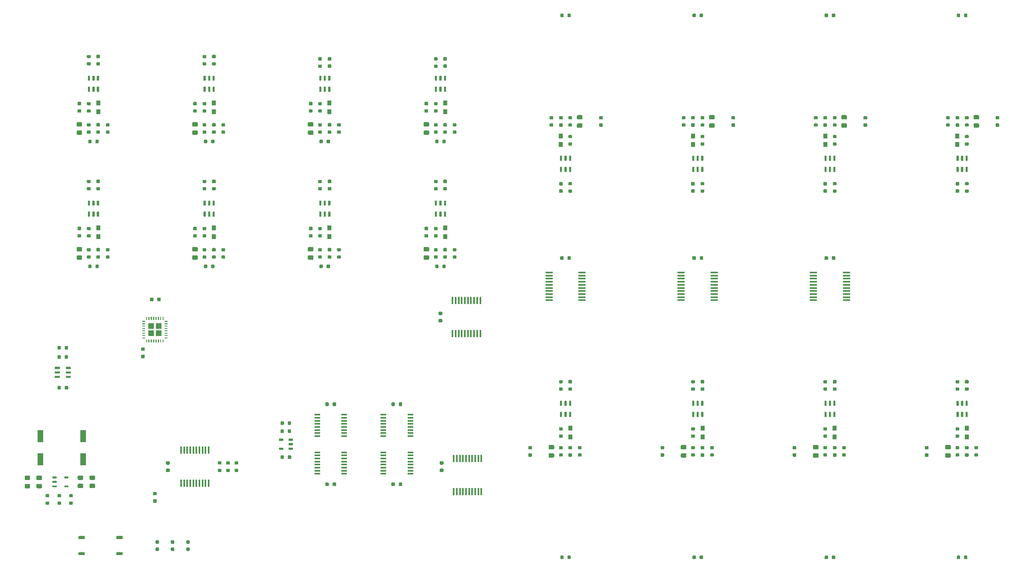
<source format=gbr>
G04 #@! TF.GenerationSoftware,KiCad,Pcbnew,5.1.2*
G04 #@! TF.CreationDate,2020-06-11T23:37:28+09:30*
G04 #@! TF.ProjectId,hardware,68617264-7761-4726-952e-6b696361645f,1.0.0*
G04 #@! TF.SameCoordinates,Original*
G04 #@! TF.FileFunction,Paste,Top*
G04 #@! TF.FilePolarity,Positive*
%FSLAX46Y46*%
G04 Gerber Fmt 4.6, Leading zero omitted, Abs format (unit mm)*
G04 Created by KiCad (PCBNEW 5.1.2) date 2020-06-11 23:37:28*
%MOMM*%
%LPD*%
G04 APERTURE LIST*
%ADD10R,1.264000X2.616000*%
%ADD11C,0.100000*%
%ADD12C,0.640000*%
%ADD13C,0.736000*%
%ADD14C,0.488000*%
%ADD15C,0.680000*%
%ADD16C,0.728000*%
%ADD17C,0.368000*%
%ADD18C,0.928000*%
%ADD19R,0.384000X1.520000*%
%ADD20C,0.448000*%
%ADD21R,0.824000X1.088000*%
%ADD22R,1.256000X0.328000*%
%ADD23R,1.520000X0.384000*%
%ADD24R,1.220000X1.220000*%
%ADD25R,0.722400X0.722400*%
%ADD26C,0.208000*%
G04 APERTURE END LIST*
D10*
X57290000Y-121770000D03*
X57290000Y-126730000D03*
X48250000Y-121770000D03*
X48250000Y-126730000D03*
D11*
G36*
X65535683Y-146380770D02*
G01*
X65551214Y-146383074D01*
X65566446Y-146386890D01*
X65581229Y-146392179D01*
X65595423Y-146398893D01*
X65608891Y-146406965D01*
X65621503Y-146416318D01*
X65633137Y-146426863D01*
X65643682Y-146438497D01*
X65653035Y-146451109D01*
X65661107Y-146464577D01*
X65667821Y-146478771D01*
X65673110Y-146493554D01*
X65676926Y-146508786D01*
X65679230Y-146524317D01*
X65680000Y-146540000D01*
X65680000Y-146860000D01*
X65679230Y-146875683D01*
X65676926Y-146891214D01*
X65673110Y-146906446D01*
X65667821Y-146921229D01*
X65661107Y-146935423D01*
X65653035Y-146948891D01*
X65643682Y-146961503D01*
X65633137Y-146973137D01*
X65621503Y-146983682D01*
X65608891Y-146993035D01*
X65595423Y-147001107D01*
X65581229Y-147007821D01*
X65566446Y-147013110D01*
X65551214Y-147016926D01*
X65535683Y-147019230D01*
X65520000Y-147020000D01*
X64480000Y-147020000D01*
X64464317Y-147019230D01*
X64448786Y-147016926D01*
X64433554Y-147013110D01*
X64418771Y-147007821D01*
X64404577Y-147001107D01*
X64391109Y-146993035D01*
X64378497Y-146983682D01*
X64366863Y-146973137D01*
X64356318Y-146961503D01*
X64346965Y-146948891D01*
X64338893Y-146935423D01*
X64332179Y-146921229D01*
X64326890Y-146906446D01*
X64323074Y-146891214D01*
X64320770Y-146875683D01*
X64320000Y-146860000D01*
X64320000Y-146540000D01*
X64320770Y-146524317D01*
X64323074Y-146508786D01*
X64326890Y-146493554D01*
X64332179Y-146478771D01*
X64338893Y-146464577D01*
X64346965Y-146451109D01*
X64356318Y-146438497D01*
X64366863Y-146426863D01*
X64378497Y-146416318D01*
X64391109Y-146406965D01*
X64404577Y-146398893D01*
X64418771Y-146392179D01*
X64433554Y-146386890D01*
X64448786Y-146383074D01*
X64464317Y-146380770D01*
X64480000Y-146380000D01*
X65520000Y-146380000D01*
X65535683Y-146380770D01*
X65535683Y-146380770D01*
G37*
D12*
X65000000Y-146700000D03*
D11*
G36*
X65535683Y-142980770D02*
G01*
X65551214Y-142983074D01*
X65566446Y-142986890D01*
X65581229Y-142992179D01*
X65595423Y-142998893D01*
X65608891Y-143006965D01*
X65621503Y-143016318D01*
X65633137Y-143026863D01*
X65643682Y-143038497D01*
X65653035Y-143051109D01*
X65661107Y-143064577D01*
X65667821Y-143078771D01*
X65673110Y-143093554D01*
X65676926Y-143108786D01*
X65679230Y-143124317D01*
X65680000Y-143140000D01*
X65680000Y-143460000D01*
X65679230Y-143475683D01*
X65676926Y-143491214D01*
X65673110Y-143506446D01*
X65667821Y-143521229D01*
X65661107Y-143535423D01*
X65653035Y-143548891D01*
X65643682Y-143561503D01*
X65633137Y-143573137D01*
X65621503Y-143583682D01*
X65608891Y-143593035D01*
X65595423Y-143601107D01*
X65581229Y-143607821D01*
X65566446Y-143613110D01*
X65551214Y-143616926D01*
X65535683Y-143619230D01*
X65520000Y-143620000D01*
X64480000Y-143620000D01*
X64464317Y-143619230D01*
X64448786Y-143616926D01*
X64433554Y-143613110D01*
X64418771Y-143607821D01*
X64404577Y-143601107D01*
X64391109Y-143593035D01*
X64378497Y-143583682D01*
X64366863Y-143573137D01*
X64356318Y-143561503D01*
X64346965Y-143548891D01*
X64338893Y-143535423D01*
X64332179Y-143521229D01*
X64326890Y-143506446D01*
X64323074Y-143491214D01*
X64320770Y-143475683D01*
X64320000Y-143460000D01*
X64320000Y-143140000D01*
X64320770Y-143124317D01*
X64323074Y-143108786D01*
X64326890Y-143093554D01*
X64332179Y-143078771D01*
X64338893Y-143064577D01*
X64346965Y-143051109D01*
X64356318Y-143038497D01*
X64366863Y-143026863D01*
X64378497Y-143016318D01*
X64391109Y-143006965D01*
X64404577Y-142998893D01*
X64418771Y-142992179D01*
X64433554Y-142986890D01*
X64448786Y-142983074D01*
X64464317Y-142980770D01*
X64480000Y-142980000D01*
X65520000Y-142980000D01*
X65535683Y-142980770D01*
X65535683Y-142980770D01*
G37*
D12*
X65000000Y-143300000D03*
D11*
G36*
X57535683Y-146380770D02*
G01*
X57551214Y-146383074D01*
X57566446Y-146386890D01*
X57581229Y-146392179D01*
X57595423Y-146398893D01*
X57608891Y-146406965D01*
X57621503Y-146416318D01*
X57633137Y-146426863D01*
X57643682Y-146438497D01*
X57653035Y-146451109D01*
X57661107Y-146464577D01*
X57667821Y-146478771D01*
X57673110Y-146493554D01*
X57676926Y-146508786D01*
X57679230Y-146524317D01*
X57680000Y-146540000D01*
X57680000Y-146860000D01*
X57679230Y-146875683D01*
X57676926Y-146891214D01*
X57673110Y-146906446D01*
X57667821Y-146921229D01*
X57661107Y-146935423D01*
X57653035Y-146948891D01*
X57643682Y-146961503D01*
X57633137Y-146973137D01*
X57621503Y-146983682D01*
X57608891Y-146993035D01*
X57595423Y-147001107D01*
X57581229Y-147007821D01*
X57566446Y-147013110D01*
X57551214Y-147016926D01*
X57535683Y-147019230D01*
X57520000Y-147020000D01*
X56480000Y-147020000D01*
X56464317Y-147019230D01*
X56448786Y-147016926D01*
X56433554Y-147013110D01*
X56418771Y-147007821D01*
X56404577Y-147001107D01*
X56391109Y-146993035D01*
X56378497Y-146983682D01*
X56366863Y-146973137D01*
X56356318Y-146961503D01*
X56346965Y-146948891D01*
X56338893Y-146935423D01*
X56332179Y-146921229D01*
X56326890Y-146906446D01*
X56323074Y-146891214D01*
X56320770Y-146875683D01*
X56320000Y-146860000D01*
X56320000Y-146540000D01*
X56320770Y-146524317D01*
X56323074Y-146508786D01*
X56326890Y-146493554D01*
X56332179Y-146478771D01*
X56338893Y-146464577D01*
X56346965Y-146451109D01*
X56356318Y-146438497D01*
X56366863Y-146426863D01*
X56378497Y-146416318D01*
X56391109Y-146406965D01*
X56404577Y-146398893D01*
X56418771Y-146392179D01*
X56433554Y-146386890D01*
X56448786Y-146383074D01*
X56464317Y-146380770D01*
X56480000Y-146380000D01*
X57520000Y-146380000D01*
X57535683Y-146380770D01*
X57535683Y-146380770D01*
G37*
D12*
X57000000Y-146700000D03*
D11*
G36*
X57535683Y-142980770D02*
G01*
X57551214Y-142983074D01*
X57566446Y-142986890D01*
X57581229Y-142992179D01*
X57595423Y-142998893D01*
X57608891Y-143006965D01*
X57621503Y-143016318D01*
X57633137Y-143026863D01*
X57643682Y-143038497D01*
X57653035Y-143051109D01*
X57661107Y-143064577D01*
X57667821Y-143078771D01*
X57673110Y-143093554D01*
X57676926Y-143108786D01*
X57679230Y-143124317D01*
X57680000Y-143140000D01*
X57680000Y-143460000D01*
X57679230Y-143475683D01*
X57676926Y-143491214D01*
X57673110Y-143506446D01*
X57667821Y-143521229D01*
X57661107Y-143535423D01*
X57653035Y-143548891D01*
X57643682Y-143561503D01*
X57633137Y-143573137D01*
X57621503Y-143583682D01*
X57608891Y-143593035D01*
X57595423Y-143601107D01*
X57581229Y-143607821D01*
X57566446Y-143613110D01*
X57551214Y-143616926D01*
X57535683Y-143619230D01*
X57520000Y-143620000D01*
X56480000Y-143620000D01*
X56464317Y-143619230D01*
X56448786Y-143616926D01*
X56433554Y-143613110D01*
X56418771Y-143607821D01*
X56404577Y-143601107D01*
X56391109Y-143593035D01*
X56378497Y-143583682D01*
X56366863Y-143573137D01*
X56356318Y-143561503D01*
X56346965Y-143548891D01*
X56338893Y-143535423D01*
X56332179Y-143521229D01*
X56326890Y-143506446D01*
X56323074Y-143491214D01*
X56320770Y-143475683D01*
X56320000Y-143460000D01*
X56320000Y-143140000D01*
X56320770Y-143124317D01*
X56323074Y-143108786D01*
X56326890Y-143093554D01*
X56332179Y-143078771D01*
X56338893Y-143064577D01*
X56346965Y-143051109D01*
X56356318Y-143038497D01*
X56366863Y-143026863D01*
X56378497Y-143016318D01*
X56391109Y-143006965D01*
X56404577Y-142998893D01*
X56418771Y-142992179D01*
X56433554Y-142986890D01*
X56448786Y-142983074D01*
X56464317Y-142980770D01*
X56480000Y-142980000D01*
X57520000Y-142980000D01*
X57535683Y-142980770D01*
X57535683Y-142980770D01*
G37*
D12*
X57000000Y-143300000D03*
D11*
G36*
X99677035Y-125862886D02*
G01*
X99694897Y-125865536D01*
X99712412Y-125869923D01*
X99729414Y-125876006D01*
X99745737Y-125883726D01*
X99761225Y-125893010D01*
X99775728Y-125903766D01*
X99789108Y-125915892D01*
X99801234Y-125929272D01*
X99811990Y-125943775D01*
X99821274Y-125959263D01*
X99828994Y-125975586D01*
X99835077Y-125992588D01*
X99839464Y-126010103D01*
X99842114Y-126027965D01*
X99843000Y-126046000D01*
X99843000Y-126454000D01*
X99842114Y-126472035D01*
X99839464Y-126489897D01*
X99835077Y-126507412D01*
X99828994Y-126524414D01*
X99821274Y-126540737D01*
X99811990Y-126556225D01*
X99801234Y-126570728D01*
X99789108Y-126584108D01*
X99775728Y-126596234D01*
X99761225Y-126606990D01*
X99745737Y-126616274D01*
X99729414Y-126623994D01*
X99712412Y-126630077D01*
X99694897Y-126634464D01*
X99677035Y-126637114D01*
X99659000Y-126638000D01*
X99291000Y-126638000D01*
X99272965Y-126637114D01*
X99255103Y-126634464D01*
X99237588Y-126630077D01*
X99220586Y-126623994D01*
X99204263Y-126616274D01*
X99188775Y-126606990D01*
X99174272Y-126596234D01*
X99160892Y-126584108D01*
X99148766Y-126570728D01*
X99138010Y-126556225D01*
X99128726Y-126540737D01*
X99121006Y-126524414D01*
X99114923Y-126507412D01*
X99110536Y-126489897D01*
X99107886Y-126472035D01*
X99107000Y-126454000D01*
X99107000Y-126046000D01*
X99107886Y-126027965D01*
X99110536Y-126010103D01*
X99114923Y-125992588D01*
X99121006Y-125975586D01*
X99128726Y-125959263D01*
X99138010Y-125943775D01*
X99148766Y-125929272D01*
X99160892Y-125915892D01*
X99174272Y-125903766D01*
X99188775Y-125893010D01*
X99204263Y-125883726D01*
X99220586Y-125876006D01*
X99237588Y-125869923D01*
X99255103Y-125865536D01*
X99272965Y-125862886D01*
X99291000Y-125862000D01*
X99659000Y-125862000D01*
X99677035Y-125862886D01*
X99677035Y-125862886D01*
G37*
D13*
X99475000Y-126250000D03*
D11*
G36*
X101227035Y-125862886D02*
G01*
X101244897Y-125865536D01*
X101262412Y-125869923D01*
X101279414Y-125876006D01*
X101295737Y-125883726D01*
X101311225Y-125893010D01*
X101325728Y-125903766D01*
X101339108Y-125915892D01*
X101351234Y-125929272D01*
X101361990Y-125943775D01*
X101371274Y-125959263D01*
X101378994Y-125975586D01*
X101385077Y-125992588D01*
X101389464Y-126010103D01*
X101392114Y-126027965D01*
X101393000Y-126046000D01*
X101393000Y-126454000D01*
X101392114Y-126472035D01*
X101389464Y-126489897D01*
X101385077Y-126507412D01*
X101378994Y-126524414D01*
X101371274Y-126540737D01*
X101361990Y-126556225D01*
X101351234Y-126570728D01*
X101339108Y-126584108D01*
X101325728Y-126596234D01*
X101311225Y-126606990D01*
X101295737Y-126616274D01*
X101279414Y-126623994D01*
X101262412Y-126630077D01*
X101244897Y-126634464D01*
X101227035Y-126637114D01*
X101209000Y-126638000D01*
X100841000Y-126638000D01*
X100822965Y-126637114D01*
X100805103Y-126634464D01*
X100787588Y-126630077D01*
X100770586Y-126623994D01*
X100754263Y-126616274D01*
X100738775Y-126606990D01*
X100724272Y-126596234D01*
X100710892Y-126584108D01*
X100698766Y-126570728D01*
X100688010Y-126556225D01*
X100678726Y-126540737D01*
X100671006Y-126524414D01*
X100664923Y-126507412D01*
X100660536Y-126489897D01*
X100657886Y-126472035D01*
X100657000Y-126454000D01*
X100657000Y-126046000D01*
X100657886Y-126027965D01*
X100660536Y-126010103D01*
X100664923Y-125992588D01*
X100671006Y-125975586D01*
X100678726Y-125959263D01*
X100688010Y-125943775D01*
X100698766Y-125929272D01*
X100710892Y-125915892D01*
X100724272Y-125903766D01*
X100738775Y-125893010D01*
X100754263Y-125883726D01*
X100770586Y-125876006D01*
X100787588Y-125869923D01*
X100805103Y-125865536D01*
X100822965Y-125862886D01*
X100841000Y-125862000D01*
X101209000Y-125862000D01*
X101227035Y-125862886D01*
X101227035Y-125862886D01*
G37*
D13*
X101025000Y-126250000D03*
D11*
G36*
X101636958Y-124206587D02*
G01*
X101648801Y-124208344D01*
X101660415Y-124211253D01*
X101671687Y-124215287D01*
X101682510Y-124220406D01*
X101692780Y-124226561D01*
X101702396Y-124233693D01*
X101711267Y-124241733D01*
X101719307Y-124250604D01*
X101726439Y-124260220D01*
X101732594Y-124270490D01*
X101737713Y-124281313D01*
X101741747Y-124292585D01*
X101744656Y-124304199D01*
X101746413Y-124316042D01*
X101747000Y-124328000D01*
X101747000Y-124572000D01*
X101746413Y-124583958D01*
X101744656Y-124595801D01*
X101741747Y-124607415D01*
X101737713Y-124618687D01*
X101732594Y-124629510D01*
X101726439Y-124639780D01*
X101719307Y-124649396D01*
X101711267Y-124658267D01*
X101702396Y-124666307D01*
X101692780Y-124673439D01*
X101682510Y-124679594D01*
X101671687Y-124684713D01*
X101660415Y-124688747D01*
X101648801Y-124691656D01*
X101636958Y-124693413D01*
X101625000Y-124694000D01*
X100925000Y-124694000D01*
X100913042Y-124693413D01*
X100901199Y-124691656D01*
X100889585Y-124688747D01*
X100878313Y-124684713D01*
X100867490Y-124679594D01*
X100857220Y-124673439D01*
X100847604Y-124666307D01*
X100838733Y-124658267D01*
X100830693Y-124649396D01*
X100823561Y-124639780D01*
X100817406Y-124629510D01*
X100812287Y-124618687D01*
X100808253Y-124607415D01*
X100805344Y-124595801D01*
X100803587Y-124583958D01*
X100803000Y-124572000D01*
X100803000Y-124328000D01*
X100803587Y-124316042D01*
X100805344Y-124304199D01*
X100808253Y-124292585D01*
X100812287Y-124281313D01*
X100817406Y-124270490D01*
X100823561Y-124260220D01*
X100830693Y-124250604D01*
X100838733Y-124241733D01*
X100847604Y-124233693D01*
X100857220Y-124226561D01*
X100867490Y-124220406D01*
X100878313Y-124215287D01*
X100889585Y-124211253D01*
X100901199Y-124208344D01*
X100913042Y-124206587D01*
X100925000Y-124206000D01*
X101625000Y-124206000D01*
X101636958Y-124206587D01*
X101636958Y-124206587D01*
G37*
D14*
X101275000Y-124450000D03*
D11*
G36*
X101636958Y-123256587D02*
G01*
X101648801Y-123258344D01*
X101660415Y-123261253D01*
X101671687Y-123265287D01*
X101682510Y-123270406D01*
X101692780Y-123276561D01*
X101702396Y-123283693D01*
X101711267Y-123291733D01*
X101719307Y-123300604D01*
X101726439Y-123310220D01*
X101732594Y-123320490D01*
X101737713Y-123331313D01*
X101741747Y-123342585D01*
X101744656Y-123354199D01*
X101746413Y-123366042D01*
X101747000Y-123378000D01*
X101747000Y-123622000D01*
X101746413Y-123633958D01*
X101744656Y-123645801D01*
X101741747Y-123657415D01*
X101737713Y-123668687D01*
X101732594Y-123679510D01*
X101726439Y-123689780D01*
X101719307Y-123699396D01*
X101711267Y-123708267D01*
X101702396Y-123716307D01*
X101692780Y-123723439D01*
X101682510Y-123729594D01*
X101671687Y-123734713D01*
X101660415Y-123738747D01*
X101648801Y-123741656D01*
X101636958Y-123743413D01*
X101625000Y-123744000D01*
X100925000Y-123744000D01*
X100913042Y-123743413D01*
X100901199Y-123741656D01*
X100889585Y-123738747D01*
X100878313Y-123734713D01*
X100867490Y-123729594D01*
X100857220Y-123723439D01*
X100847604Y-123716307D01*
X100838733Y-123708267D01*
X100830693Y-123699396D01*
X100823561Y-123689780D01*
X100817406Y-123679510D01*
X100812287Y-123668687D01*
X100808253Y-123657415D01*
X100805344Y-123645801D01*
X100803587Y-123633958D01*
X100803000Y-123622000D01*
X100803000Y-123378000D01*
X100803587Y-123366042D01*
X100805344Y-123354199D01*
X100808253Y-123342585D01*
X100812287Y-123331313D01*
X100817406Y-123320490D01*
X100823561Y-123310220D01*
X100830693Y-123300604D01*
X100838733Y-123291733D01*
X100847604Y-123283693D01*
X100857220Y-123276561D01*
X100867490Y-123270406D01*
X100878313Y-123265287D01*
X100889585Y-123261253D01*
X100901199Y-123258344D01*
X100913042Y-123256587D01*
X100925000Y-123256000D01*
X101625000Y-123256000D01*
X101636958Y-123256587D01*
X101636958Y-123256587D01*
G37*
D14*
X101275000Y-123500000D03*
D11*
G36*
X101636958Y-122306587D02*
G01*
X101648801Y-122308344D01*
X101660415Y-122311253D01*
X101671687Y-122315287D01*
X101682510Y-122320406D01*
X101692780Y-122326561D01*
X101702396Y-122333693D01*
X101711267Y-122341733D01*
X101719307Y-122350604D01*
X101726439Y-122360220D01*
X101732594Y-122370490D01*
X101737713Y-122381313D01*
X101741747Y-122392585D01*
X101744656Y-122404199D01*
X101746413Y-122416042D01*
X101747000Y-122428000D01*
X101747000Y-122672000D01*
X101746413Y-122683958D01*
X101744656Y-122695801D01*
X101741747Y-122707415D01*
X101737713Y-122718687D01*
X101732594Y-122729510D01*
X101726439Y-122739780D01*
X101719307Y-122749396D01*
X101711267Y-122758267D01*
X101702396Y-122766307D01*
X101692780Y-122773439D01*
X101682510Y-122779594D01*
X101671687Y-122784713D01*
X101660415Y-122788747D01*
X101648801Y-122791656D01*
X101636958Y-122793413D01*
X101625000Y-122794000D01*
X100925000Y-122794000D01*
X100913042Y-122793413D01*
X100901199Y-122791656D01*
X100889585Y-122788747D01*
X100878313Y-122784713D01*
X100867490Y-122779594D01*
X100857220Y-122773439D01*
X100847604Y-122766307D01*
X100838733Y-122758267D01*
X100830693Y-122749396D01*
X100823561Y-122739780D01*
X100817406Y-122729510D01*
X100812287Y-122718687D01*
X100808253Y-122707415D01*
X100805344Y-122695801D01*
X100803587Y-122683958D01*
X100803000Y-122672000D01*
X100803000Y-122428000D01*
X100803587Y-122416042D01*
X100805344Y-122404199D01*
X100808253Y-122392585D01*
X100812287Y-122381313D01*
X100817406Y-122370490D01*
X100823561Y-122360220D01*
X100830693Y-122350604D01*
X100838733Y-122341733D01*
X100847604Y-122333693D01*
X100857220Y-122326561D01*
X100867490Y-122320406D01*
X100878313Y-122315287D01*
X100889585Y-122311253D01*
X100901199Y-122308344D01*
X100913042Y-122306587D01*
X100925000Y-122306000D01*
X101625000Y-122306000D01*
X101636958Y-122306587D01*
X101636958Y-122306587D01*
G37*
D14*
X101275000Y-122550000D03*
D11*
G36*
X99586958Y-122306587D02*
G01*
X99598801Y-122308344D01*
X99610415Y-122311253D01*
X99621687Y-122315287D01*
X99632510Y-122320406D01*
X99642780Y-122326561D01*
X99652396Y-122333693D01*
X99661267Y-122341733D01*
X99669307Y-122350604D01*
X99676439Y-122360220D01*
X99682594Y-122370490D01*
X99687713Y-122381313D01*
X99691747Y-122392585D01*
X99694656Y-122404199D01*
X99696413Y-122416042D01*
X99697000Y-122428000D01*
X99697000Y-122672000D01*
X99696413Y-122683958D01*
X99694656Y-122695801D01*
X99691747Y-122707415D01*
X99687713Y-122718687D01*
X99682594Y-122729510D01*
X99676439Y-122739780D01*
X99669307Y-122749396D01*
X99661267Y-122758267D01*
X99652396Y-122766307D01*
X99642780Y-122773439D01*
X99632510Y-122779594D01*
X99621687Y-122784713D01*
X99610415Y-122788747D01*
X99598801Y-122791656D01*
X99586958Y-122793413D01*
X99575000Y-122794000D01*
X98875000Y-122794000D01*
X98863042Y-122793413D01*
X98851199Y-122791656D01*
X98839585Y-122788747D01*
X98828313Y-122784713D01*
X98817490Y-122779594D01*
X98807220Y-122773439D01*
X98797604Y-122766307D01*
X98788733Y-122758267D01*
X98780693Y-122749396D01*
X98773561Y-122739780D01*
X98767406Y-122729510D01*
X98762287Y-122718687D01*
X98758253Y-122707415D01*
X98755344Y-122695801D01*
X98753587Y-122683958D01*
X98753000Y-122672000D01*
X98753000Y-122428000D01*
X98753587Y-122416042D01*
X98755344Y-122404199D01*
X98758253Y-122392585D01*
X98762287Y-122381313D01*
X98767406Y-122370490D01*
X98773561Y-122360220D01*
X98780693Y-122350604D01*
X98788733Y-122341733D01*
X98797604Y-122333693D01*
X98807220Y-122326561D01*
X98817490Y-122320406D01*
X98828313Y-122315287D01*
X98839585Y-122311253D01*
X98851199Y-122308344D01*
X98863042Y-122306587D01*
X98875000Y-122306000D01*
X99575000Y-122306000D01*
X99586958Y-122306587D01*
X99586958Y-122306587D01*
G37*
D14*
X99225000Y-122550000D03*
D11*
G36*
X99586958Y-124206587D02*
G01*
X99598801Y-124208344D01*
X99610415Y-124211253D01*
X99621687Y-124215287D01*
X99632510Y-124220406D01*
X99642780Y-124226561D01*
X99652396Y-124233693D01*
X99661267Y-124241733D01*
X99669307Y-124250604D01*
X99676439Y-124260220D01*
X99682594Y-124270490D01*
X99687713Y-124281313D01*
X99691747Y-124292585D01*
X99694656Y-124304199D01*
X99696413Y-124316042D01*
X99697000Y-124328000D01*
X99697000Y-124572000D01*
X99696413Y-124583958D01*
X99694656Y-124595801D01*
X99691747Y-124607415D01*
X99687713Y-124618687D01*
X99682594Y-124629510D01*
X99676439Y-124639780D01*
X99669307Y-124649396D01*
X99661267Y-124658267D01*
X99652396Y-124666307D01*
X99642780Y-124673439D01*
X99632510Y-124679594D01*
X99621687Y-124684713D01*
X99610415Y-124688747D01*
X99598801Y-124691656D01*
X99586958Y-124693413D01*
X99575000Y-124694000D01*
X98875000Y-124694000D01*
X98863042Y-124693413D01*
X98851199Y-124691656D01*
X98839585Y-124688747D01*
X98828313Y-124684713D01*
X98817490Y-124679594D01*
X98807220Y-124673439D01*
X98797604Y-124666307D01*
X98788733Y-124658267D01*
X98780693Y-124649396D01*
X98773561Y-124639780D01*
X98767406Y-124629510D01*
X98762287Y-124618687D01*
X98758253Y-124607415D01*
X98755344Y-124595801D01*
X98753587Y-124583958D01*
X98753000Y-124572000D01*
X98753000Y-124328000D01*
X98753587Y-124316042D01*
X98755344Y-124304199D01*
X98758253Y-124292585D01*
X98762287Y-124281313D01*
X98767406Y-124270490D01*
X98773561Y-124260220D01*
X98780693Y-124250604D01*
X98788733Y-124241733D01*
X98797604Y-124233693D01*
X98807220Y-124226561D01*
X98817490Y-124220406D01*
X98828313Y-124215287D01*
X98839585Y-124211253D01*
X98851199Y-124208344D01*
X98863042Y-124206587D01*
X98875000Y-124206000D01*
X99575000Y-124206000D01*
X99586958Y-124206587D01*
X99586958Y-124206587D01*
G37*
D14*
X99225000Y-124450000D03*
D11*
G36*
X99661663Y-120358819D02*
G01*
X99678165Y-120361267D01*
X99694348Y-120365320D01*
X99710056Y-120370940D01*
X99725137Y-120378073D01*
X99739447Y-120386650D01*
X99752847Y-120396588D01*
X99765208Y-120407792D01*
X99776412Y-120420153D01*
X99786350Y-120433553D01*
X99794927Y-120447863D01*
X99802060Y-120462944D01*
X99807680Y-120478652D01*
X99811733Y-120494835D01*
X99814181Y-120511337D01*
X99815000Y-120528000D01*
X99815000Y-120972000D01*
X99814181Y-120988663D01*
X99811733Y-121005165D01*
X99807680Y-121021348D01*
X99802060Y-121037056D01*
X99794927Y-121052137D01*
X99786350Y-121066447D01*
X99776412Y-121079847D01*
X99765208Y-121092208D01*
X99752847Y-121103412D01*
X99739447Y-121113350D01*
X99725137Y-121121927D01*
X99710056Y-121129060D01*
X99694348Y-121134680D01*
X99678165Y-121138733D01*
X99661663Y-121141181D01*
X99645000Y-121142000D01*
X99305000Y-121142000D01*
X99288337Y-121141181D01*
X99271835Y-121138733D01*
X99255652Y-121134680D01*
X99239944Y-121129060D01*
X99224863Y-121121927D01*
X99210553Y-121113350D01*
X99197153Y-121103412D01*
X99184792Y-121092208D01*
X99173588Y-121079847D01*
X99163650Y-121066447D01*
X99155073Y-121052137D01*
X99147940Y-121037056D01*
X99142320Y-121021348D01*
X99138267Y-121005165D01*
X99135819Y-120988663D01*
X99135000Y-120972000D01*
X99135000Y-120528000D01*
X99135819Y-120511337D01*
X99138267Y-120494835D01*
X99142320Y-120478652D01*
X99147940Y-120462944D01*
X99155073Y-120447863D01*
X99163650Y-120433553D01*
X99173588Y-120420153D01*
X99184792Y-120407792D01*
X99197153Y-120396588D01*
X99210553Y-120386650D01*
X99224863Y-120378073D01*
X99239944Y-120370940D01*
X99255652Y-120365320D01*
X99271835Y-120361267D01*
X99288337Y-120358819D01*
X99305000Y-120358000D01*
X99645000Y-120358000D01*
X99661663Y-120358819D01*
X99661663Y-120358819D01*
G37*
D15*
X99475000Y-120750000D03*
D11*
G36*
X101211663Y-120358819D02*
G01*
X101228165Y-120361267D01*
X101244348Y-120365320D01*
X101260056Y-120370940D01*
X101275137Y-120378073D01*
X101289447Y-120386650D01*
X101302847Y-120396588D01*
X101315208Y-120407792D01*
X101326412Y-120420153D01*
X101336350Y-120433553D01*
X101344927Y-120447863D01*
X101352060Y-120462944D01*
X101357680Y-120478652D01*
X101361733Y-120494835D01*
X101364181Y-120511337D01*
X101365000Y-120528000D01*
X101365000Y-120972000D01*
X101364181Y-120988663D01*
X101361733Y-121005165D01*
X101357680Y-121021348D01*
X101352060Y-121037056D01*
X101344927Y-121052137D01*
X101336350Y-121066447D01*
X101326412Y-121079847D01*
X101315208Y-121092208D01*
X101302847Y-121103412D01*
X101289447Y-121113350D01*
X101275137Y-121121927D01*
X101260056Y-121129060D01*
X101244348Y-121134680D01*
X101228165Y-121138733D01*
X101211663Y-121141181D01*
X101195000Y-121142000D01*
X100855000Y-121142000D01*
X100838337Y-121141181D01*
X100821835Y-121138733D01*
X100805652Y-121134680D01*
X100789944Y-121129060D01*
X100774863Y-121121927D01*
X100760553Y-121113350D01*
X100747153Y-121103412D01*
X100734792Y-121092208D01*
X100723588Y-121079847D01*
X100713650Y-121066447D01*
X100705073Y-121052137D01*
X100697940Y-121037056D01*
X100692320Y-121021348D01*
X100688267Y-121005165D01*
X100685819Y-120988663D01*
X100685000Y-120972000D01*
X100685000Y-120528000D01*
X100685819Y-120511337D01*
X100688267Y-120494835D01*
X100692320Y-120478652D01*
X100697940Y-120462944D01*
X100705073Y-120447863D01*
X100713650Y-120433553D01*
X100723588Y-120420153D01*
X100734792Y-120407792D01*
X100747153Y-120396588D01*
X100760553Y-120386650D01*
X100774863Y-120378073D01*
X100789944Y-120370940D01*
X100805652Y-120365320D01*
X100821835Y-120361267D01*
X100838337Y-120358819D01*
X100855000Y-120358000D01*
X101195000Y-120358000D01*
X101211663Y-120358819D01*
X101211663Y-120358819D01*
G37*
D15*
X101025000Y-120750000D03*
D11*
G36*
X101209839Y-118628876D02*
G01*
X101227506Y-118631497D01*
X101244832Y-118635837D01*
X101261648Y-118641854D01*
X101277794Y-118649490D01*
X101293114Y-118658673D01*
X101307460Y-118669312D01*
X101320693Y-118681307D01*
X101332688Y-118694540D01*
X101343327Y-118708886D01*
X101352510Y-118724206D01*
X101360146Y-118740352D01*
X101366163Y-118757168D01*
X101370503Y-118774494D01*
X101373124Y-118792161D01*
X101374000Y-118810000D01*
X101374000Y-119190000D01*
X101373124Y-119207839D01*
X101370503Y-119225506D01*
X101366163Y-119242832D01*
X101360146Y-119259648D01*
X101352510Y-119275794D01*
X101343327Y-119291114D01*
X101332688Y-119305460D01*
X101320693Y-119318693D01*
X101307460Y-119330688D01*
X101293114Y-119341327D01*
X101277794Y-119350510D01*
X101261648Y-119358146D01*
X101244832Y-119364163D01*
X101227506Y-119368503D01*
X101209839Y-119371124D01*
X101192000Y-119372000D01*
X100828000Y-119372000D01*
X100810161Y-119371124D01*
X100792494Y-119368503D01*
X100775168Y-119364163D01*
X100758352Y-119358146D01*
X100742206Y-119350510D01*
X100726886Y-119341327D01*
X100712540Y-119330688D01*
X100699307Y-119318693D01*
X100687312Y-119305460D01*
X100676673Y-119291114D01*
X100667490Y-119275794D01*
X100659854Y-119259648D01*
X100653837Y-119242832D01*
X100649497Y-119225506D01*
X100646876Y-119207839D01*
X100646000Y-119190000D01*
X100646000Y-118810000D01*
X100646876Y-118792161D01*
X100649497Y-118774494D01*
X100653837Y-118757168D01*
X100659854Y-118740352D01*
X100667490Y-118724206D01*
X100676673Y-118708886D01*
X100687312Y-118694540D01*
X100699307Y-118681307D01*
X100712540Y-118669312D01*
X100726886Y-118658673D01*
X100742206Y-118649490D01*
X100758352Y-118641854D01*
X100775168Y-118635837D01*
X100792494Y-118631497D01*
X100810161Y-118628876D01*
X100828000Y-118628000D01*
X101192000Y-118628000D01*
X101209839Y-118628876D01*
X101209839Y-118628876D01*
G37*
D16*
X101010000Y-119000000D03*
D11*
G36*
X99689839Y-118628876D02*
G01*
X99707506Y-118631497D01*
X99724832Y-118635837D01*
X99741648Y-118641854D01*
X99757794Y-118649490D01*
X99773114Y-118658673D01*
X99787460Y-118669312D01*
X99800693Y-118681307D01*
X99812688Y-118694540D01*
X99823327Y-118708886D01*
X99832510Y-118724206D01*
X99840146Y-118740352D01*
X99846163Y-118757168D01*
X99850503Y-118774494D01*
X99853124Y-118792161D01*
X99854000Y-118810000D01*
X99854000Y-119190000D01*
X99853124Y-119207839D01*
X99850503Y-119225506D01*
X99846163Y-119242832D01*
X99840146Y-119259648D01*
X99832510Y-119275794D01*
X99823327Y-119291114D01*
X99812688Y-119305460D01*
X99800693Y-119318693D01*
X99787460Y-119330688D01*
X99773114Y-119341327D01*
X99757794Y-119350510D01*
X99741648Y-119358146D01*
X99724832Y-119364163D01*
X99707506Y-119368503D01*
X99689839Y-119371124D01*
X99672000Y-119372000D01*
X99308000Y-119372000D01*
X99290161Y-119371124D01*
X99272494Y-119368503D01*
X99255168Y-119364163D01*
X99238352Y-119358146D01*
X99222206Y-119350510D01*
X99206886Y-119341327D01*
X99192540Y-119330688D01*
X99179307Y-119318693D01*
X99167312Y-119305460D01*
X99156673Y-119291114D01*
X99147490Y-119275794D01*
X99139854Y-119259648D01*
X99133837Y-119242832D01*
X99129497Y-119225506D01*
X99126876Y-119207839D01*
X99126000Y-119190000D01*
X99126000Y-118810000D01*
X99126876Y-118792161D01*
X99129497Y-118774494D01*
X99133837Y-118757168D01*
X99139854Y-118740352D01*
X99147490Y-118724206D01*
X99156673Y-118708886D01*
X99167312Y-118694540D01*
X99179307Y-118681307D01*
X99192540Y-118669312D01*
X99206886Y-118658673D01*
X99222206Y-118649490D01*
X99238352Y-118641854D01*
X99255168Y-118635837D01*
X99272494Y-118631497D01*
X99290161Y-118628876D01*
X99308000Y-118628000D01*
X99672000Y-118628000D01*
X99689839Y-118628876D01*
X99689839Y-118628876D01*
G37*
D16*
X99490000Y-119000000D03*
D11*
G36*
X72722035Y-135157886D02*
G01*
X72739897Y-135160536D01*
X72757412Y-135164923D01*
X72774414Y-135171006D01*
X72790737Y-135178726D01*
X72806225Y-135188010D01*
X72820728Y-135198766D01*
X72834108Y-135210892D01*
X72846234Y-135224272D01*
X72856990Y-135238775D01*
X72866274Y-135254263D01*
X72873994Y-135270586D01*
X72880077Y-135287588D01*
X72884464Y-135305103D01*
X72887114Y-135322965D01*
X72888000Y-135341000D01*
X72888000Y-135709000D01*
X72887114Y-135727035D01*
X72884464Y-135744897D01*
X72880077Y-135762412D01*
X72873994Y-135779414D01*
X72866274Y-135795737D01*
X72856990Y-135811225D01*
X72846234Y-135825728D01*
X72834108Y-135839108D01*
X72820728Y-135851234D01*
X72806225Y-135861990D01*
X72790737Y-135871274D01*
X72774414Y-135878994D01*
X72757412Y-135885077D01*
X72739897Y-135889464D01*
X72722035Y-135892114D01*
X72704000Y-135893000D01*
X72296000Y-135893000D01*
X72277965Y-135892114D01*
X72260103Y-135889464D01*
X72242588Y-135885077D01*
X72225586Y-135878994D01*
X72209263Y-135871274D01*
X72193775Y-135861990D01*
X72179272Y-135851234D01*
X72165892Y-135839108D01*
X72153766Y-135825728D01*
X72143010Y-135811225D01*
X72133726Y-135795737D01*
X72126006Y-135779414D01*
X72119923Y-135762412D01*
X72115536Y-135744897D01*
X72112886Y-135727035D01*
X72112000Y-135709000D01*
X72112000Y-135341000D01*
X72112886Y-135322965D01*
X72115536Y-135305103D01*
X72119923Y-135287588D01*
X72126006Y-135270586D01*
X72133726Y-135254263D01*
X72143010Y-135238775D01*
X72153766Y-135224272D01*
X72165892Y-135210892D01*
X72179272Y-135198766D01*
X72193775Y-135188010D01*
X72209263Y-135178726D01*
X72225586Y-135171006D01*
X72242588Y-135164923D01*
X72260103Y-135160536D01*
X72277965Y-135157886D01*
X72296000Y-135157000D01*
X72704000Y-135157000D01*
X72722035Y-135157886D01*
X72722035Y-135157886D01*
G37*
D13*
X72500000Y-135525000D03*
D11*
G36*
X72722035Y-133607886D02*
G01*
X72739897Y-133610536D01*
X72757412Y-133614923D01*
X72774414Y-133621006D01*
X72790737Y-133628726D01*
X72806225Y-133638010D01*
X72820728Y-133648766D01*
X72834108Y-133660892D01*
X72846234Y-133674272D01*
X72856990Y-133688775D01*
X72866274Y-133704263D01*
X72873994Y-133720586D01*
X72880077Y-133737588D01*
X72884464Y-133755103D01*
X72887114Y-133772965D01*
X72888000Y-133791000D01*
X72888000Y-134159000D01*
X72887114Y-134177035D01*
X72884464Y-134194897D01*
X72880077Y-134212412D01*
X72873994Y-134229414D01*
X72866274Y-134245737D01*
X72856990Y-134261225D01*
X72846234Y-134275728D01*
X72834108Y-134289108D01*
X72820728Y-134301234D01*
X72806225Y-134311990D01*
X72790737Y-134321274D01*
X72774414Y-134328994D01*
X72757412Y-134335077D01*
X72739897Y-134339464D01*
X72722035Y-134342114D01*
X72704000Y-134343000D01*
X72296000Y-134343000D01*
X72277965Y-134342114D01*
X72260103Y-134339464D01*
X72242588Y-134335077D01*
X72225586Y-134328994D01*
X72209263Y-134321274D01*
X72193775Y-134311990D01*
X72179272Y-134301234D01*
X72165892Y-134289108D01*
X72153766Y-134275728D01*
X72143010Y-134261225D01*
X72133726Y-134245737D01*
X72126006Y-134229414D01*
X72119923Y-134212412D01*
X72115536Y-134194897D01*
X72112886Y-134177035D01*
X72112000Y-134159000D01*
X72112000Y-133791000D01*
X72112886Y-133772965D01*
X72115536Y-133755103D01*
X72119923Y-133737588D01*
X72126006Y-133720586D01*
X72133726Y-133704263D01*
X72143010Y-133688775D01*
X72153766Y-133674272D01*
X72165892Y-133660892D01*
X72179272Y-133648766D01*
X72193775Y-133638010D01*
X72209263Y-133628726D01*
X72225586Y-133621006D01*
X72242588Y-133614923D01*
X72260103Y-133610536D01*
X72277965Y-133607886D01*
X72296000Y-133607000D01*
X72704000Y-133607000D01*
X72722035Y-133607886D01*
X72722035Y-133607886D01*
G37*
D13*
X72500000Y-133975000D03*
D11*
G36*
X88238663Y-127135819D02*
G01*
X88255165Y-127138267D01*
X88271348Y-127142320D01*
X88287056Y-127147940D01*
X88302137Y-127155073D01*
X88316447Y-127163650D01*
X88329847Y-127173588D01*
X88342208Y-127184792D01*
X88353412Y-127197153D01*
X88363350Y-127210553D01*
X88371927Y-127224863D01*
X88379060Y-127239944D01*
X88384680Y-127255652D01*
X88388733Y-127271835D01*
X88391181Y-127288337D01*
X88392000Y-127305000D01*
X88392000Y-127645000D01*
X88391181Y-127661663D01*
X88388733Y-127678165D01*
X88384680Y-127694348D01*
X88379060Y-127710056D01*
X88371927Y-127725137D01*
X88363350Y-127739447D01*
X88353412Y-127752847D01*
X88342208Y-127765208D01*
X88329847Y-127776412D01*
X88316447Y-127786350D01*
X88302137Y-127794927D01*
X88287056Y-127802060D01*
X88271348Y-127807680D01*
X88255165Y-127811733D01*
X88238663Y-127814181D01*
X88222000Y-127815000D01*
X87778000Y-127815000D01*
X87761337Y-127814181D01*
X87744835Y-127811733D01*
X87728652Y-127807680D01*
X87712944Y-127802060D01*
X87697863Y-127794927D01*
X87683553Y-127786350D01*
X87670153Y-127776412D01*
X87657792Y-127765208D01*
X87646588Y-127752847D01*
X87636650Y-127739447D01*
X87628073Y-127725137D01*
X87620940Y-127710056D01*
X87615320Y-127694348D01*
X87611267Y-127678165D01*
X87608819Y-127661663D01*
X87608000Y-127645000D01*
X87608000Y-127305000D01*
X87608819Y-127288337D01*
X87611267Y-127271835D01*
X87615320Y-127255652D01*
X87620940Y-127239944D01*
X87628073Y-127224863D01*
X87636650Y-127210553D01*
X87646588Y-127197153D01*
X87657792Y-127184792D01*
X87670153Y-127173588D01*
X87683553Y-127163650D01*
X87697863Y-127155073D01*
X87712944Y-127147940D01*
X87728652Y-127142320D01*
X87744835Y-127138267D01*
X87761337Y-127135819D01*
X87778000Y-127135000D01*
X88222000Y-127135000D01*
X88238663Y-127135819D01*
X88238663Y-127135819D01*
G37*
D15*
X88000000Y-127475000D03*
D11*
G36*
X88238663Y-128685819D02*
G01*
X88255165Y-128688267D01*
X88271348Y-128692320D01*
X88287056Y-128697940D01*
X88302137Y-128705073D01*
X88316447Y-128713650D01*
X88329847Y-128723588D01*
X88342208Y-128734792D01*
X88353412Y-128747153D01*
X88363350Y-128760553D01*
X88371927Y-128774863D01*
X88379060Y-128789944D01*
X88384680Y-128805652D01*
X88388733Y-128821835D01*
X88391181Y-128838337D01*
X88392000Y-128855000D01*
X88392000Y-129195000D01*
X88391181Y-129211663D01*
X88388733Y-129228165D01*
X88384680Y-129244348D01*
X88379060Y-129260056D01*
X88371927Y-129275137D01*
X88363350Y-129289447D01*
X88353412Y-129302847D01*
X88342208Y-129315208D01*
X88329847Y-129326412D01*
X88316447Y-129336350D01*
X88302137Y-129344927D01*
X88287056Y-129352060D01*
X88271348Y-129357680D01*
X88255165Y-129361733D01*
X88238663Y-129364181D01*
X88222000Y-129365000D01*
X87778000Y-129365000D01*
X87761337Y-129364181D01*
X87744835Y-129361733D01*
X87728652Y-129357680D01*
X87712944Y-129352060D01*
X87697863Y-129344927D01*
X87683553Y-129336350D01*
X87670153Y-129326412D01*
X87657792Y-129315208D01*
X87646588Y-129302847D01*
X87636650Y-129289447D01*
X87628073Y-129275137D01*
X87620940Y-129260056D01*
X87615320Y-129244348D01*
X87611267Y-129228165D01*
X87608819Y-129211663D01*
X87608000Y-129195000D01*
X87608000Y-128855000D01*
X87608819Y-128838337D01*
X87611267Y-128821835D01*
X87615320Y-128805652D01*
X87620940Y-128789944D01*
X87628073Y-128774863D01*
X87636650Y-128760553D01*
X87646588Y-128747153D01*
X87657792Y-128734792D01*
X87670153Y-128723588D01*
X87683553Y-128713650D01*
X87697863Y-128705073D01*
X87712944Y-128697940D01*
X87728652Y-128692320D01*
X87744835Y-128688267D01*
X87761337Y-128685819D01*
X87778000Y-128685000D01*
X88222000Y-128685000D01*
X88238663Y-128685819D01*
X88238663Y-128685819D01*
G37*
D15*
X88000000Y-129025000D03*
D11*
G36*
X73207839Y-143876876D02*
G01*
X73225506Y-143879497D01*
X73242832Y-143883837D01*
X73259648Y-143889854D01*
X73275794Y-143897490D01*
X73291114Y-143906673D01*
X73305460Y-143917312D01*
X73318693Y-143929307D01*
X73330688Y-143942540D01*
X73341327Y-143956886D01*
X73350510Y-143972206D01*
X73358146Y-143988352D01*
X73364163Y-144005168D01*
X73368503Y-144022494D01*
X73371124Y-144040161D01*
X73372000Y-144058000D01*
X73372000Y-144422000D01*
X73371124Y-144439839D01*
X73368503Y-144457506D01*
X73364163Y-144474832D01*
X73358146Y-144491648D01*
X73350510Y-144507794D01*
X73341327Y-144523114D01*
X73330688Y-144537460D01*
X73318693Y-144550693D01*
X73305460Y-144562688D01*
X73291114Y-144573327D01*
X73275794Y-144582510D01*
X73259648Y-144590146D01*
X73242832Y-144596163D01*
X73225506Y-144600503D01*
X73207839Y-144603124D01*
X73190000Y-144604000D01*
X72810000Y-144604000D01*
X72792161Y-144603124D01*
X72774494Y-144600503D01*
X72757168Y-144596163D01*
X72740352Y-144590146D01*
X72724206Y-144582510D01*
X72708886Y-144573327D01*
X72694540Y-144562688D01*
X72681307Y-144550693D01*
X72669312Y-144537460D01*
X72658673Y-144523114D01*
X72649490Y-144507794D01*
X72641854Y-144491648D01*
X72635837Y-144474832D01*
X72631497Y-144457506D01*
X72628876Y-144439839D01*
X72628000Y-144422000D01*
X72628000Y-144058000D01*
X72628876Y-144040161D01*
X72631497Y-144022494D01*
X72635837Y-144005168D01*
X72641854Y-143988352D01*
X72649490Y-143972206D01*
X72658673Y-143956886D01*
X72669312Y-143942540D01*
X72681307Y-143929307D01*
X72694540Y-143917312D01*
X72708886Y-143906673D01*
X72724206Y-143897490D01*
X72740352Y-143889854D01*
X72757168Y-143883837D01*
X72774494Y-143879497D01*
X72792161Y-143876876D01*
X72810000Y-143876000D01*
X73190000Y-143876000D01*
X73207839Y-143876876D01*
X73207839Y-143876876D01*
G37*
D16*
X73000000Y-144240000D03*
D11*
G36*
X73207839Y-145396876D02*
G01*
X73225506Y-145399497D01*
X73242832Y-145403837D01*
X73259648Y-145409854D01*
X73275794Y-145417490D01*
X73291114Y-145426673D01*
X73305460Y-145437312D01*
X73318693Y-145449307D01*
X73330688Y-145462540D01*
X73341327Y-145476886D01*
X73350510Y-145492206D01*
X73358146Y-145508352D01*
X73364163Y-145525168D01*
X73368503Y-145542494D01*
X73371124Y-145560161D01*
X73372000Y-145578000D01*
X73372000Y-145942000D01*
X73371124Y-145959839D01*
X73368503Y-145977506D01*
X73364163Y-145994832D01*
X73358146Y-146011648D01*
X73350510Y-146027794D01*
X73341327Y-146043114D01*
X73330688Y-146057460D01*
X73318693Y-146070693D01*
X73305460Y-146082688D01*
X73291114Y-146093327D01*
X73275794Y-146102510D01*
X73259648Y-146110146D01*
X73242832Y-146116163D01*
X73225506Y-146120503D01*
X73207839Y-146123124D01*
X73190000Y-146124000D01*
X72810000Y-146124000D01*
X72792161Y-146123124D01*
X72774494Y-146120503D01*
X72757168Y-146116163D01*
X72740352Y-146110146D01*
X72724206Y-146102510D01*
X72708886Y-146093327D01*
X72694540Y-146082688D01*
X72681307Y-146070693D01*
X72669312Y-146057460D01*
X72658673Y-146043114D01*
X72649490Y-146027794D01*
X72641854Y-146011648D01*
X72635837Y-145994832D01*
X72631497Y-145977506D01*
X72628876Y-145959839D01*
X72628000Y-145942000D01*
X72628000Y-145578000D01*
X72628876Y-145560161D01*
X72631497Y-145542494D01*
X72635837Y-145525168D01*
X72641854Y-145508352D01*
X72649490Y-145492206D01*
X72658673Y-145476886D01*
X72669312Y-145462540D01*
X72681307Y-145449307D01*
X72694540Y-145437312D01*
X72708886Y-145426673D01*
X72724206Y-145417490D01*
X72740352Y-145409854D01*
X72757168Y-145403837D01*
X72774494Y-145399497D01*
X72792161Y-145396876D01*
X72810000Y-145396000D01*
X73190000Y-145396000D01*
X73207839Y-145396876D01*
X73207839Y-145396876D01*
G37*
D16*
X73000000Y-145760000D03*
D11*
G36*
X89988663Y-127135819D02*
G01*
X90005165Y-127138267D01*
X90021348Y-127142320D01*
X90037056Y-127147940D01*
X90052137Y-127155073D01*
X90066447Y-127163650D01*
X90079847Y-127173588D01*
X90092208Y-127184792D01*
X90103412Y-127197153D01*
X90113350Y-127210553D01*
X90121927Y-127224863D01*
X90129060Y-127239944D01*
X90134680Y-127255652D01*
X90138733Y-127271835D01*
X90141181Y-127288337D01*
X90142000Y-127305000D01*
X90142000Y-127645000D01*
X90141181Y-127661663D01*
X90138733Y-127678165D01*
X90134680Y-127694348D01*
X90129060Y-127710056D01*
X90121927Y-127725137D01*
X90113350Y-127739447D01*
X90103412Y-127752847D01*
X90092208Y-127765208D01*
X90079847Y-127776412D01*
X90066447Y-127786350D01*
X90052137Y-127794927D01*
X90037056Y-127802060D01*
X90021348Y-127807680D01*
X90005165Y-127811733D01*
X89988663Y-127814181D01*
X89972000Y-127815000D01*
X89528000Y-127815000D01*
X89511337Y-127814181D01*
X89494835Y-127811733D01*
X89478652Y-127807680D01*
X89462944Y-127802060D01*
X89447863Y-127794927D01*
X89433553Y-127786350D01*
X89420153Y-127776412D01*
X89407792Y-127765208D01*
X89396588Y-127752847D01*
X89386650Y-127739447D01*
X89378073Y-127725137D01*
X89370940Y-127710056D01*
X89365320Y-127694348D01*
X89361267Y-127678165D01*
X89358819Y-127661663D01*
X89358000Y-127645000D01*
X89358000Y-127305000D01*
X89358819Y-127288337D01*
X89361267Y-127271835D01*
X89365320Y-127255652D01*
X89370940Y-127239944D01*
X89378073Y-127224863D01*
X89386650Y-127210553D01*
X89396588Y-127197153D01*
X89407792Y-127184792D01*
X89420153Y-127173588D01*
X89433553Y-127163650D01*
X89447863Y-127155073D01*
X89462944Y-127147940D01*
X89478652Y-127142320D01*
X89494835Y-127138267D01*
X89511337Y-127135819D01*
X89528000Y-127135000D01*
X89972000Y-127135000D01*
X89988663Y-127135819D01*
X89988663Y-127135819D01*
G37*
D15*
X89750000Y-127475000D03*
D11*
G36*
X89988663Y-128685819D02*
G01*
X90005165Y-128688267D01*
X90021348Y-128692320D01*
X90037056Y-128697940D01*
X90052137Y-128705073D01*
X90066447Y-128713650D01*
X90079847Y-128723588D01*
X90092208Y-128734792D01*
X90103412Y-128747153D01*
X90113350Y-128760553D01*
X90121927Y-128774863D01*
X90129060Y-128789944D01*
X90134680Y-128805652D01*
X90138733Y-128821835D01*
X90141181Y-128838337D01*
X90142000Y-128855000D01*
X90142000Y-129195000D01*
X90141181Y-129211663D01*
X90138733Y-129228165D01*
X90134680Y-129244348D01*
X90129060Y-129260056D01*
X90121927Y-129275137D01*
X90113350Y-129289447D01*
X90103412Y-129302847D01*
X90092208Y-129315208D01*
X90079847Y-129326412D01*
X90066447Y-129336350D01*
X90052137Y-129344927D01*
X90037056Y-129352060D01*
X90021348Y-129357680D01*
X90005165Y-129361733D01*
X89988663Y-129364181D01*
X89972000Y-129365000D01*
X89528000Y-129365000D01*
X89511337Y-129364181D01*
X89494835Y-129361733D01*
X89478652Y-129357680D01*
X89462944Y-129352060D01*
X89447863Y-129344927D01*
X89433553Y-129336350D01*
X89420153Y-129326412D01*
X89407792Y-129315208D01*
X89396588Y-129302847D01*
X89386650Y-129289447D01*
X89378073Y-129275137D01*
X89370940Y-129260056D01*
X89365320Y-129244348D01*
X89361267Y-129228165D01*
X89358819Y-129211663D01*
X89358000Y-129195000D01*
X89358000Y-128855000D01*
X89358819Y-128838337D01*
X89361267Y-128821835D01*
X89365320Y-128805652D01*
X89370940Y-128789944D01*
X89378073Y-128774863D01*
X89386650Y-128760553D01*
X89396588Y-128747153D01*
X89407792Y-128734792D01*
X89420153Y-128723588D01*
X89433553Y-128713650D01*
X89447863Y-128705073D01*
X89462944Y-128697940D01*
X89478652Y-128692320D01*
X89494835Y-128688267D01*
X89511337Y-128685819D01*
X89528000Y-128685000D01*
X89972000Y-128685000D01*
X89988663Y-128685819D01*
X89988663Y-128685819D01*
G37*
D15*
X89750000Y-129025000D03*
D11*
G36*
X76457839Y-143876876D02*
G01*
X76475506Y-143879497D01*
X76492832Y-143883837D01*
X76509648Y-143889854D01*
X76525794Y-143897490D01*
X76541114Y-143906673D01*
X76555460Y-143917312D01*
X76568693Y-143929307D01*
X76580688Y-143942540D01*
X76591327Y-143956886D01*
X76600510Y-143972206D01*
X76608146Y-143988352D01*
X76614163Y-144005168D01*
X76618503Y-144022494D01*
X76621124Y-144040161D01*
X76622000Y-144058000D01*
X76622000Y-144422000D01*
X76621124Y-144439839D01*
X76618503Y-144457506D01*
X76614163Y-144474832D01*
X76608146Y-144491648D01*
X76600510Y-144507794D01*
X76591327Y-144523114D01*
X76580688Y-144537460D01*
X76568693Y-144550693D01*
X76555460Y-144562688D01*
X76541114Y-144573327D01*
X76525794Y-144582510D01*
X76509648Y-144590146D01*
X76492832Y-144596163D01*
X76475506Y-144600503D01*
X76457839Y-144603124D01*
X76440000Y-144604000D01*
X76060000Y-144604000D01*
X76042161Y-144603124D01*
X76024494Y-144600503D01*
X76007168Y-144596163D01*
X75990352Y-144590146D01*
X75974206Y-144582510D01*
X75958886Y-144573327D01*
X75944540Y-144562688D01*
X75931307Y-144550693D01*
X75919312Y-144537460D01*
X75908673Y-144523114D01*
X75899490Y-144507794D01*
X75891854Y-144491648D01*
X75885837Y-144474832D01*
X75881497Y-144457506D01*
X75878876Y-144439839D01*
X75878000Y-144422000D01*
X75878000Y-144058000D01*
X75878876Y-144040161D01*
X75881497Y-144022494D01*
X75885837Y-144005168D01*
X75891854Y-143988352D01*
X75899490Y-143972206D01*
X75908673Y-143956886D01*
X75919312Y-143942540D01*
X75931307Y-143929307D01*
X75944540Y-143917312D01*
X75958886Y-143906673D01*
X75974206Y-143897490D01*
X75990352Y-143889854D01*
X76007168Y-143883837D01*
X76024494Y-143879497D01*
X76042161Y-143876876D01*
X76060000Y-143876000D01*
X76440000Y-143876000D01*
X76457839Y-143876876D01*
X76457839Y-143876876D01*
G37*
D16*
X76250000Y-144240000D03*
D11*
G36*
X76457839Y-145396876D02*
G01*
X76475506Y-145399497D01*
X76492832Y-145403837D01*
X76509648Y-145409854D01*
X76525794Y-145417490D01*
X76541114Y-145426673D01*
X76555460Y-145437312D01*
X76568693Y-145449307D01*
X76580688Y-145462540D01*
X76591327Y-145476886D01*
X76600510Y-145492206D01*
X76608146Y-145508352D01*
X76614163Y-145525168D01*
X76618503Y-145542494D01*
X76621124Y-145560161D01*
X76622000Y-145578000D01*
X76622000Y-145942000D01*
X76621124Y-145959839D01*
X76618503Y-145977506D01*
X76614163Y-145994832D01*
X76608146Y-146011648D01*
X76600510Y-146027794D01*
X76591327Y-146043114D01*
X76580688Y-146057460D01*
X76568693Y-146070693D01*
X76555460Y-146082688D01*
X76541114Y-146093327D01*
X76525794Y-146102510D01*
X76509648Y-146110146D01*
X76492832Y-146116163D01*
X76475506Y-146120503D01*
X76457839Y-146123124D01*
X76440000Y-146124000D01*
X76060000Y-146124000D01*
X76042161Y-146123124D01*
X76024494Y-146120503D01*
X76007168Y-146116163D01*
X75990352Y-146110146D01*
X75974206Y-146102510D01*
X75958886Y-146093327D01*
X75944540Y-146082688D01*
X75931307Y-146070693D01*
X75919312Y-146057460D01*
X75908673Y-146043114D01*
X75899490Y-146027794D01*
X75891854Y-146011648D01*
X75885837Y-145994832D01*
X75881497Y-145977506D01*
X75878876Y-145959839D01*
X75878000Y-145942000D01*
X75878000Y-145578000D01*
X75878876Y-145560161D01*
X75881497Y-145542494D01*
X75885837Y-145525168D01*
X75891854Y-145508352D01*
X75899490Y-145492206D01*
X75908673Y-145476886D01*
X75919312Y-145462540D01*
X75931307Y-145449307D01*
X75944540Y-145437312D01*
X75958886Y-145426673D01*
X75974206Y-145417490D01*
X75990352Y-145409854D01*
X76007168Y-145403837D01*
X76024494Y-145399497D01*
X76042161Y-145396876D01*
X76060000Y-145396000D01*
X76440000Y-145396000D01*
X76457839Y-145396876D01*
X76457839Y-145396876D01*
G37*
D16*
X76250000Y-145760000D03*
D11*
G36*
X79707839Y-143876876D02*
G01*
X79725506Y-143879497D01*
X79742832Y-143883837D01*
X79759648Y-143889854D01*
X79775794Y-143897490D01*
X79791114Y-143906673D01*
X79805460Y-143917312D01*
X79818693Y-143929307D01*
X79830688Y-143942540D01*
X79841327Y-143956886D01*
X79850510Y-143972206D01*
X79858146Y-143988352D01*
X79864163Y-144005168D01*
X79868503Y-144022494D01*
X79871124Y-144040161D01*
X79872000Y-144058000D01*
X79872000Y-144422000D01*
X79871124Y-144439839D01*
X79868503Y-144457506D01*
X79864163Y-144474832D01*
X79858146Y-144491648D01*
X79850510Y-144507794D01*
X79841327Y-144523114D01*
X79830688Y-144537460D01*
X79818693Y-144550693D01*
X79805460Y-144562688D01*
X79791114Y-144573327D01*
X79775794Y-144582510D01*
X79759648Y-144590146D01*
X79742832Y-144596163D01*
X79725506Y-144600503D01*
X79707839Y-144603124D01*
X79690000Y-144604000D01*
X79310000Y-144604000D01*
X79292161Y-144603124D01*
X79274494Y-144600503D01*
X79257168Y-144596163D01*
X79240352Y-144590146D01*
X79224206Y-144582510D01*
X79208886Y-144573327D01*
X79194540Y-144562688D01*
X79181307Y-144550693D01*
X79169312Y-144537460D01*
X79158673Y-144523114D01*
X79149490Y-144507794D01*
X79141854Y-144491648D01*
X79135837Y-144474832D01*
X79131497Y-144457506D01*
X79128876Y-144439839D01*
X79128000Y-144422000D01*
X79128000Y-144058000D01*
X79128876Y-144040161D01*
X79131497Y-144022494D01*
X79135837Y-144005168D01*
X79141854Y-143988352D01*
X79149490Y-143972206D01*
X79158673Y-143956886D01*
X79169312Y-143942540D01*
X79181307Y-143929307D01*
X79194540Y-143917312D01*
X79208886Y-143906673D01*
X79224206Y-143897490D01*
X79240352Y-143889854D01*
X79257168Y-143883837D01*
X79274494Y-143879497D01*
X79292161Y-143876876D01*
X79310000Y-143876000D01*
X79690000Y-143876000D01*
X79707839Y-143876876D01*
X79707839Y-143876876D01*
G37*
D16*
X79500000Y-144240000D03*
D11*
G36*
X79707839Y-145396876D02*
G01*
X79725506Y-145399497D01*
X79742832Y-145403837D01*
X79759648Y-145409854D01*
X79775794Y-145417490D01*
X79791114Y-145426673D01*
X79805460Y-145437312D01*
X79818693Y-145449307D01*
X79830688Y-145462540D01*
X79841327Y-145476886D01*
X79850510Y-145492206D01*
X79858146Y-145508352D01*
X79864163Y-145525168D01*
X79868503Y-145542494D01*
X79871124Y-145560161D01*
X79872000Y-145578000D01*
X79872000Y-145942000D01*
X79871124Y-145959839D01*
X79868503Y-145977506D01*
X79864163Y-145994832D01*
X79858146Y-146011648D01*
X79850510Y-146027794D01*
X79841327Y-146043114D01*
X79830688Y-146057460D01*
X79818693Y-146070693D01*
X79805460Y-146082688D01*
X79791114Y-146093327D01*
X79775794Y-146102510D01*
X79759648Y-146110146D01*
X79742832Y-146116163D01*
X79725506Y-146120503D01*
X79707839Y-146123124D01*
X79690000Y-146124000D01*
X79310000Y-146124000D01*
X79292161Y-146123124D01*
X79274494Y-146120503D01*
X79257168Y-146116163D01*
X79240352Y-146110146D01*
X79224206Y-146102510D01*
X79208886Y-146093327D01*
X79194540Y-146082688D01*
X79181307Y-146070693D01*
X79169312Y-146057460D01*
X79158673Y-146043114D01*
X79149490Y-146027794D01*
X79141854Y-146011648D01*
X79135837Y-145994832D01*
X79131497Y-145977506D01*
X79128876Y-145959839D01*
X79128000Y-145942000D01*
X79128000Y-145578000D01*
X79128876Y-145560161D01*
X79131497Y-145542494D01*
X79135837Y-145525168D01*
X79141854Y-145508352D01*
X79149490Y-145492206D01*
X79158673Y-145476886D01*
X79169312Y-145462540D01*
X79181307Y-145449307D01*
X79194540Y-145437312D01*
X79208886Y-145426673D01*
X79224206Y-145417490D01*
X79240352Y-145409854D01*
X79257168Y-145403837D01*
X79274494Y-145399497D01*
X79292161Y-145396876D01*
X79310000Y-145396000D01*
X79690000Y-145396000D01*
X79707839Y-145396876D01*
X79707839Y-145396876D01*
G37*
D16*
X79500000Y-145760000D03*
D11*
G36*
X86488663Y-127135819D02*
G01*
X86505165Y-127138267D01*
X86521348Y-127142320D01*
X86537056Y-127147940D01*
X86552137Y-127155073D01*
X86566447Y-127163650D01*
X86579847Y-127173588D01*
X86592208Y-127184792D01*
X86603412Y-127197153D01*
X86613350Y-127210553D01*
X86621927Y-127224863D01*
X86629060Y-127239944D01*
X86634680Y-127255652D01*
X86638733Y-127271835D01*
X86641181Y-127288337D01*
X86642000Y-127305000D01*
X86642000Y-127645000D01*
X86641181Y-127661663D01*
X86638733Y-127678165D01*
X86634680Y-127694348D01*
X86629060Y-127710056D01*
X86621927Y-127725137D01*
X86613350Y-127739447D01*
X86603412Y-127752847D01*
X86592208Y-127765208D01*
X86579847Y-127776412D01*
X86566447Y-127786350D01*
X86552137Y-127794927D01*
X86537056Y-127802060D01*
X86521348Y-127807680D01*
X86505165Y-127811733D01*
X86488663Y-127814181D01*
X86472000Y-127815000D01*
X86028000Y-127815000D01*
X86011337Y-127814181D01*
X85994835Y-127811733D01*
X85978652Y-127807680D01*
X85962944Y-127802060D01*
X85947863Y-127794927D01*
X85933553Y-127786350D01*
X85920153Y-127776412D01*
X85907792Y-127765208D01*
X85896588Y-127752847D01*
X85886650Y-127739447D01*
X85878073Y-127725137D01*
X85870940Y-127710056D01*
X85865320Y-127694348D01*
X85861267Y-127678165D01*
X85858819Y-127661663D01*
X85858000Y-127645000D01*
X85858000Y-127305000D01*
X85858819Y-127288337D01*
X85861267Y-127271835D01*
X85865320Y-127255652D01*
X85870940Y-127239944D01*
X85878073Y-127224863D01*
X85886650Y-127210553D01*
X85896588Y-127197153D01*
X85907792Y-127184792D01*
X85920153Y-127173588D01*
X85933553Y-127163650D01*
X85947863Y-127155073D01*
X85962944Y-127147940D01*
X85978652Y-127142320D01*
X85994835Y-127138267D01*
X86011337Y-127135819D01*
X86028000Y-127135000D01*
X86472000Y-127135000D01*
X86488663Y-127135819D01*
X86488663Y-127135819D01*
G37*
D15*
X86250000Y-127475000D03*
D11*
G36*
X86488663Y-128685819D02*
G01*
X86505165Y-128688267D01*
X86521348Y-128692320D01*
X86537056Y-128697940D01*
X86552137Y-128705073D01*
X86566447Y-128713650D01*
X86579847Y-128723588D01*
X86592208Y-128734792D01*
X86603412Y-128747153D01*
X86613350Y-128760553D01*
X86621927Y-128774863D01*
X86629060Y-128789944D01*
X86634680Y-128805652D01*
X86638733Y-128821835D01*
X86641181Y-128838337D01*
X86642000Y-128855000D01*
X86642000Y-129195000D01*
X86641181Y-129211663D01*
X86638733Y-129228165D01*
X86634680Y-129244348D01*
X86629060Y-129260056D01*
X86621927Y-129275137D01*
X86613350Y-129289447D01*
X86603412Y-129302847D01*
X86592208Y-129315208D01*
X86579847Y-129326412D01*
X86566447Y-129336350D01*
X86552137Y-129344927D01*
X86537056Y-129352060D01*
X86521348Y-129357680D01*
X86505165Y-129361733D01*
X86488663Y-129364181D01*
X86472000Y-129365000D01*
X86028000Y-129365000D01*
X86011337Y-129364181D01*
X85994835Y-129361733D01*
X85978652Y-129357680D01*
X85962944Y-129352060D01*
X85947863Y-129344927D01*
X85933553Y-129336350D01*
X85920153Y-129326412D01*
X85907792Y-129315208D01*
X85896588Y-129302847D01*
X85886650Y-129289447D01*
X85878073Y-129275137D01*
X85870940Y-129260056D01*
X85865320Y-129244348D01*
X85861267Y-129228165D01*
X85858819Y-129211663D01*
X85858000Y-129195000D01*
X85858000Y-128855000D01*
X85858819Y-128838337D01*
X85861267Y-128821835D01*
X85865320Y-128805652D01*
X85870940Y-128789944D01*
X85878073Y-128774863D01*
X85886650Y-128760553D01*
X85896588Y-128747153D01*
X85907792Y-128734792D01*
X85920153Y-128723588D01*
X85933553Y-128713650D01*
X85947863Y-128705073D01*
X85962944Y-128697940D01*
X85978652Y-128692320D01*
X85994835Y-128688267D01*
X86011337Y-128685819D01*
X86028000Y-128685000D01*
X86472000Y-128685000D01*
X86488663Y-128685819D01*
X86488663Y-128685819D01*
G37*
D15*
X86250000Y-129025000D03*
D11*
G36*
X54127018Y-130346443D02*
G01*
X54135948Y-130347768D01*
X54144706Y-130349961D01*
X54153207Y-130353003D01*
X54161368Y-130356863D01*
X54169112Y-130361505D01*
X54176364Y-130366883D01*
X54183054Y-130372946D01*
X54189117Y-130379636D01*
X54194495Y-130386888D01*
X54199137Y-130394632D01*
X54202997Y-130402793D01*
X54206039Y-130411294D01*
X54208232Y-130420052D01*
X54209557Y-130428982D01*
X54210000Y-130438000D01*
X54210000Y-130622000D01*
X54209557Y-130631018D01*
X54208232Y-130639948D01*
X54206039Y-130648706D01*
X54202997Y-130657207D01*
X54199137Y-130665368D01*
X54194495Y-130673112D01*
X54189117Y-130680364D01*
X54183054Y-130687054D01*
X54176364Y-130693117D01*
X54169112Y-130698495D01*
X54161368Y-130703137D01*
X54153207Y-130706997D01*
X54144706Y-130710039D01*
X54135948Y-130712232D01*
X54127018Y-130713557D01*
X54118000Y-130714000D01*
X53382000Y-130714000D01*
X53372982Y-130713557D01*
X53364052Y-130712232D01*
X53355294Y-130710039D01*
X53346793Y-130706997D01*
X53338632Y-130703137D01*
X53330888Y-130698495D01*
X53323636Y-130693117D01*
X53316946Y-130687054D01*
X53310883Y-130680364D01*
X53305505Y-130673112D01*
X53300863Y-130665368D01*
X53297003Y-130657207D01*
X53293961Y-130648706D01*
X53291768Y-130639948D01*
X53290443Y-130631018D01*
X53290000Y-130622000D01*
X53290000Y-130438000D01*
X53290443Y-130428982D01*
X53291768Y-130420052D01*
X53293961Y-130411294D01*
X53297003Y-130402793D01*
X53300863Y-130394632D01*
X53305505Y-130386888D01*
X53310883Y-130379636D01*
X53316946Y-130372946D01*
X53323636Y-130366883D01*
X53330888Y-130361505D01*
X53338632Y-130356863D01*
X53346793Y-130353003D01*
X53355294Y-130349961D01*
X53364052Y-130347768D01*
X53372982Y-130346443D01*
X53382000Y-130346000D01*
X54118000Y-130346000D01*
X54127018Y-130346443D01*
X54127018Y-130346443D01*
G37*
D17*
X53750000Y-130530000D03*
D11*
G36*
X54127018Y-132246443D02*
G01*
X54135948Y-132247768D01*
X54144706Y-132249961D01*
X54153207Y-132253003D01*
X54161368Y-132256863D01*
X54169112Y-132261505D01*
X54176364Y-132266883D01*
X54183054Y-132272946D01*
X54189117Y-132279636D01*
X54194495Y-132286888D01*
X54199137Y-132294632D01*
X54202997Y-132302793D01*
X54206039Y-132311294D01*
X54208232Y-132320052D01*
X54209557Y-132328982D01*
X54210000Y-132338000D01*
X54210000Y-132522000D01*
X54209557Y-132531018D01*
X54208232Y-132539948D01*
X54206039Y-132548706D01*
X54202997Y-132557207D01*
X54199137Y-132565368D01*
X54194495Y-132573112D01*
X54189117Y-132580364D01*
X54183054Y-132587054D01*
X54176364Y-132593117D01*
X54169112Y-132598495D01*
X54161368Y-132603137D01*
X54153207Y-132606997D01*
X54144706Y-132610039D01*
X54135948Y-132612232D01*
X54127018Y-132613557D01*
X54118000Y-132614000D01*
X53382000Y-132614000D01*
X53372982Y-132613557D01*
X53364052Y-132612232D01*
X53355294Y-132610039D01*
X53346793Y-132606997D01*
X53338632Y-132603137D01*
X53330888Y-132598495D01*
X53323636Y-132593117D01*
X53316946Y-132587054D01*
X53310883Y-132580364D01*
X53305505Y-132573112D01*
X53300863Y-132565368D01*
X53297003Y-132557207D01*
X53293961Y-132548706D01*
X53291768Y-132539948D01*
X53290443Y-132531018D01*
X53290000Y-132522000D01*
X53290000Y-132338000D01*
X53290443Y-132328982D01*
X53291768Y-132320052D01*
X53293961Y-132311294D01*
X53297003Y-132302793D01*
X53300863Y-132294632D01*
X53305505Y-132286888D01*
X53310883Y-132279636D01*
X53316946Y-132272946D01*
X53323636Y-132266883D01*
X53330888Y-132261505D01*
X53338632Y-132256863D01*
X53346793Y-132253003D01*
X53355294Y-132249961D01*
X53364052Y-132247768D01*
X53372982Y-132246443D01*
X53382000Y-132246000D01*
X54118000Y-132246000D01*
X54127018Y-132246443D01*
X54127018Y-132246443D01*
G37*
D17*
X53750000Y-132430000D03*
D11*
G36*
X51627018Y-132246443D02*
G01*
X51635948Y-132247768D01*
X51644706Y-132249961D01*
X51653207Y-132253003D01*
X51661368Y-132256863D01*
X51669112Y-132261505D01*
X51676364Y-132266883D01*
X51683054Y-132272946D01*
X51689117Y-132279636D01*
X51694495Y-132286888D01*
X51699137Y-132294632D01*
X51702997Y-132302793D01*
X51706039Y-132311294D01*
X51708232Y-132320052D01*
X51709557Y-132328982D01*
X51710000Y-132338000D01*
X51710000Y-132522000D01*
X51709557Y-132531018D01*
X51708232Y-132539948D01*
X51706039Y-132548706D01*
X51702997Y-132557207D01*
X51699137Y-132565368D01*
X51694495Y-132573112D01*
X51689117Y-132580364D01*
X51683054Y-132587054D01*
X51676364Y-132593117D01*
X51669112Y-132598495D01*
X51661368Y-132603137D01*
X51653207Y-132606997D01*
X51644706Y-132610039D01*
X51635948Y-132612232D01*
X51627018Y-132613557D01*
X51618000Y-132614000D01*
X50882000Y-132614000D01*
X50872982Y-132613557D01*
X50864052Y-132612232D01*
X50855294Y-132610039D01*
X50846793Y-132606997D01*
X50838632Y-132603137D01*
X50830888Y-132598495D01*
X50823636Y-132593117D01*
X50816946Y-132587054D01*
X50810883Y-132580364D01*
X50805505Y-132573112D01*
X50800863Y-132565368D01*
X50797003Y-132557207D01*
X50793961Y-132548706D01*
X50791768Y-132539948D01*
X50790443Y-132531018D01*
X50790000Y-132522000D01*
X50790000Y-132338000D01*
X50790443Y-132328982D01*
X50791768Y-132320052D01*
X50793961Y-132311294D01*
X50797003Y-132302793D01*
X50800863Y-132294632D01*
X50805505Y-132286888D01*
X50810883Y-132279636D01*
X50816946Y-132272946D01*
X50823636Y-132266883D01*
X50830888Y-132261505D01*
X50838632Y-132256863D01*
X50846793Y-132253003D01*
X50855294Y-132249961D01*
X50864052Y-132247768D01*
X50872982Y-132246443D01*
X50882000Y-132246000D01*
X51618000Y-132246000D01*
X51627018Y-132246443D01*
X51627018Y-132246443D01*
G37*
D17*
X51250000Y-132430000D03*
D11*
G36*
X51627018Y-131296443D02*
G01*
X51635948Y-131297768D01*
X51644706Y-131299961D01*
X51653207Y-131303003D01*
X51661368Y-131306863D01*
X51669112Y-131311505D01*
X51676364Y-131316883D01*
X51683054Y-131322946D01*
X51689117Y-131329636D01*
X51694495Y-131336888D01*
X51699137Y-131344632D01*
X51702997Y-131352793D01*
X51706039Y-131361294D01*
X51708232Y-131370052D01*
X51709557Y-131378982D01*
X51710000Y-131388000D01*
X51710000Y-131572000D01*
X51709557Y-131581018D01*
X51708232Y-131589948D01*
X51706039Y-131598706D01*
X51702997Y-131607207D01*
X51699137Y-131615368D01*
X51694495Y-131623112D01*
X51689117Y-131630364D01*
X51683054Y-131637054D01*
X51676364Y-131643117D01*
X51669112Y-131648495D01*
X51661368Y-131653137D01*
X51653207Y-131656997D01*
X51644706Y-131660039D01*
X51635948Y-131662232D01*
X51627018Y-131663557D01*
X51618000Y-131664000D01*
X50882000Y-131664000D01*
X50872982Y-131663557D01*
X50864052Y-131662232D01*
X50855294Y-131660039D01*
X50846793Y-131656997D01*
X50838632Y-131653137D01*
X50830888Y-131648495D01*
X50823636Y-131643117D01*
X50816946Y-131637054D01*
X50810883Y-131630364D01*
X50805505Y-131623112D01*
X50800863Y-131615368D01*
X50797003Y-131607207D01*
X50793961Y-131598706D01*
X50791768Y-131589948D01*
X50790443Y-131581018D01*
X50790000Y-131572000D01*
X50790000Y-131388000D01*
X50790443Y-131378982D01*
X50791768Y-131370052D01*
X50793961Y-131361294D01*
X50797003Y-131352793D01*
X50800863Y-131344632D01*
X50805505Y-131336888D01*
X50810883Y-131329636D01*
X50816946Y-131322946D01*
X50823636Y-131316883D01*
X50830888Y-131311505D01*
X50838632Y-131306863D01*
X50846793Y-131303003D01*
X50855294Y-131299961D01*
X50864052Y-131297768D01*
X50872982Y-131296443D01*
X50882000Y-131296000D01*
X51618000Y-131296000D01*
X51627018Y-131296443D01*
X51627018Y-131296443D01*
G37*
D17*
X51250000Y-131480000D03*
D11*
G36*
X51627018Y-130346443D02*
G01*
X51635948Y-130347768D01*
X51644706Y-130349961D01*
X51653207Y-130353003D01*
X51661368Y-130356863D01*
X51669112Y-130361505D01*
X51676364Y-130366883D01*
X51683054Y-130372946D01*
X51689117Y-130379636D01*
X51694495Y-130386888D01*
X51699137Y-130394632D01*
X51702997Y-130402793D01*
X51706039Y-130411294D01*
X51708232Y-130420052D01*
X51709557Y-130428982D01*
X51710000Y-130438000D01*
X51710000Y-130622000D01*
X51709557Y-130631018D01*
X51708232Y-130639948D01*
X51706039Y-130648706D01*
X51702997Y-130657207D01*
X51699137Y-130665368D01*
X51694495Y-130673112D01*
X51689117Y-130680364D01*
X51683054Y-130687054D01*
X51676364Y-130693117D01*
X51669112Y-130698495D01*
X51661368Y-130703137D01*
X51653207Y-130706997D01*
X51644706Y-130710039D01*
X51635948Y-130712232D01*
X51627018Y-130713557D01*
X51618000Y-130714000D01*
X50882000Y-130714000D01*
X50872982Y-130713557D01*
X50864052Y-130712232D01*
X50855294Y-130710039D01*
X50846793Y-130706997D01*
X50838632Y-130703137D01*
X50830888Y-130698495D01*
X50823636Y-130693117D01*
X50816946Y-130687054D01*
X50810883Y-130680364D01*
X50805505Y-130673112D01*
X50800863Y-130665368D01*
X50797003Y-130657207D01*
X50793961Y-130648706D01*
X50791768Y-130639948D01*
X50790443Y-130631018D01*
X50790000Y-130622000D01*
X50790000Y-130438000D01*
X50790443Y-130428982D01*
X50791768Y-130420052D01*
X50793961Y-130411294D01*
X50797003Y-130402793D01*
X50800863Y-130394632D01*
X50805505Y-130386888D01*
X50810883Y-130379636D01*
X50816946Y-130372946D01*
X50823636Y-130366883D01*
X50830888Y-130361505D01*
X50838632Y-130356863D01*
X50846793Y-130353003D01*
X50855294Y-130349961D01*
X50864052Y-130347768D01*
X50872982Y-130346443D01*
X50882000Y-130346000D01*
X51618000Y-130346000D01*
X51627018Y-130346443D01*
X51627018Y-130346443D01*
G37*
D17*
X51250000Y-130530000D03*
D11*
G36*
X57128740Y-131882117D02*
G01*
X57151261Y-131885458D01*
X57173346Y-131890990D01*
X57194783Y-131898660D01*
X57215364Y-131908394D01*
X57234892Y-131920099D01*
X57253179Y-131933662D01*
X57270049Y-131948951D01*
X57285338Y-131965821D01*
X57298901Y-131984108D01*
X57310606Y-132003636D01*
X57320340Y-132024217D01*
X57328010Y-132045654D01*
X57333542Y-132067739D01*
X57336883Y-132090260D01*
X57338000Y-132113000D01*
X57338000Y-132577000D01*
X57336883Y-132599740D01*
X57333542Y-132622261D01*
X57328010Y-132644346D01*
X57320340Y-132665783D01*
X57310606Y-132686364D01*
X57298901Y-132705892D01*
X57285338Y-132724179D01*
X57270049Y-132741049D01*
X57253179Y-132756338D01*
X57234892Y-132769901D01*
X57215364Y-132781606D01*
X57194783Y-132791340D01*
X57173346Y-132799010D01*
X57151261Y-132804542D01*
X57128740Y-132807883D01*
X57106000Y-132809000D01*
X56394000Y-132809000D01*
X56371260Y-132807883D01*
X56348739Y-132804542D01*
X56326654Y-132799010D01*
X56305217Y-132791340D01*
X56284636Y-132781606D01*
X56265108Y-132769901D01*
X56246821Y-132756338D01*
X56229951Y-132741049D01*
X56214662Y-132724179D01*
X56201099Y-132705892D01*
X56189394Y-132686364D01*
X56179660Y-132665783D01*
X56171990Y-132644346D01*
X56166458Y-132622261D01*
X56163117Y-132599740D01*
X56162000Y-132577000D01*
X56162000Y-132113000D01*
X56163117Y-132090260D01*
X56166458Y-132067739D01*
X56171990Y-132045654D01*
X56179660Y-132024217D01*
X56189394Y-132003636D01*
X56201099Y-131984108D01*
X56214662Y-131965821D01*
X56229951Y-131948951D01*
X56246821Y-131933662D01*
X56265108Y-131920099D01*
X56284636Y-131908394D01*
X56305217Y-131898660D01*
X56326654Y-131890990D01*
X56348739Y-131885458D01*
X56371260Y-131882117D01*
X56394000Y-131881000D01*
X57106000Y-131881000D01*
X57128740Y-131882117D01*
X57128740Y-131882117D01*
G37*
D18*
X56750000Y-132345000D03*
D11*
G36*
X57128740Y-130132117D02*
G01*
X57151261Y-130135458D01*
X57173346Y-130140990D01*
X57194783Y-130148660D01*
X57215364Y-130158394D01*
X57234892Y-130170099D01*
X57253179Y-130183662D01*
X57270049Y-130198951D01*
X57285338Y-130215821D01*
X57298901Y-130234108D01*
X57310606Y-130253636D01*
X57320340Y-130274217D01*
X57328010Y-130295654D01*
X57333542Y-130317739D01*
X57336883Y-130340260D01*
X57338000Y-130363000D01*
X57338000Y-130827000D01*
X57336883Y-130849740D01*
X57333542Y-130872261D01*
X57328010Y-130894346D01*
X57320340Y-130915783D01*
X57310606Y-130936364D01*
X57298901Y-130955892D01*
X57285338Y-130974179D01*
X57270049Y-130991049D01*
X57253179Y-131006338D01*
X57234892Y-131019901D01*
X57215364Y-131031606D01*
X57194783Y-131041340D01*
X57173346Y-131049010D01*
X57151261Y-131054542D01*
X57128740Y-131057883D01*
X57106000Y-131059000D01*
X56394000Y-131059000D01*
X56371260Y-131057883D01*
X56348739Y-131054542D01*
X56326654Y-131049010D01*
X56305217Y-131041340D01*
X56284636Y-131031606D01*
X56265108Y-131019901D01*
X56246821Y-131006338D01*
X56229951Y-130991049D01*
X56214662Y-130974179D01*
X56201099Y-130955892D01*
X56189394Y-130936364D01*
X56179660Y-130915783D01*
X56171990Y-130894346D01*
X56166458Y-130872261D01*
X56163117Y-130849740D01*
X56162000Y-130827000D01*
X56162000Y-130363000D01*
X56163117Y-130340260D01*
X56166458Y-130317739D01*
X56171990Y-130295654D01*
X56179660Y-130274217D01*
X56189394Y-130253636D01*
X56201099Y-130234108D01*
X56214662Y-130215821D01*
X56229951Y-130198951D01*
X56246821Y-130183662D01*
X56265108Y-130170099D01*
X56284636Y-130158394D01*
X56305217Y-130148660D01*
X56326654Y-130140990D01*
X56348739Y-130135458D01*
X56371260Y-130132117D01*
X56394000Y-130131000D01*
X57106000Y-130131000D01*
X57128740Y-130132117D01*
X57128740Y-130132117D01*
G37*
D18*
X56750000Y-130595000D03*
D11*
G36*
X59628740Y-131882117D02*
G01*
X59651261Y-131885458D01*
X59673346Y-131890990D01*
X59694783Y-131898660D01*
X59715364Y-131908394D01*
X59734892Y-131920099D01*
X59753179Y-131933662D01*
X59770049Y-131948951D01*
X59785338Y-131965821D01*
X59798901Y-131984108D01*
X59810606Y-132003636D01*
X59820340Y-132024217D01*
X59828010Y-132045654D01*
X59833542Y-132067739D01*
X59836883Y-132090260D01*
X59838000Y-132113000D01*
X59838000Y-132577000D01*
X59836883Y-132599740D01*
X59833542Y-132622261D01*
X59828010Y-132644346D01*
X59820340Y-132665783D01*
X59810606Y-132686364D01*
X59798901Y-132705892D01*
X59785338Y-132724179D01*
X59770049Y-132741049D01*
X59753179Y-132756338D01*
X59734892Y-132769901D01*
X59715364Y-132781606D01*
X59694783Y-132791340D01*
X59673346Y-132799010D01*
X59651261Y-132804542D01*
X59628740Y-132807883D01*
X59606000Y-132809000D01*
X58894000Y-132809000D01*
X58871260Y-132807883D01*
X58848739Y-132804542D01*
X58826654Y-132799010D01*
X58805217Y-132791340D01*
X58784636Y-132781606D01*
X58765108Y-132769901D01*
X58746821Y-132756338D01*
X58729951Y-132741049D01*
X58714662Y-132724179D01*
X58701099Y-132705892D01*
X58689394Y-132686364D01*
X58679660Y-132665783D01*
X58671990Y-132644346D01*
X58666458Y-132622261D01*
X58663117Y-132599740D01*
X58662000Y-132577000D01*
X58662000Y-132113000D01*
X58663117Y-132090260D01*
X58666458Y-132067739D01*
X58671990Y-132045654D01*
X58679660Y-132024217D01*
X58689394Y-132003636D01*
X58701099Y-131984108D01*
X58714662Y-131965821D01*
X58729951Y-131948951D01*
X58746821Y-131933662D01*
X58765108Y-131920099D01*
X58784636Y-131908394D01*
X58805217Y-131898660D01*
X58826654Y-131890990D01*
X58848739Y-131885458D01*
X58871260Y-131882117D01*
X58894000Y-131881000D01*
X59606000Y-131881000D01*
X59628740Y-131882117D01*
X59628740Y-131882117D01*
G37*
D18*
X59250000Y-132345000D03*
D11*
G36*
X59628740Y-130132117D02*
G01*
X59651261Y-130135458D01*
X59673346Y-130140990D01*
X59694783Y-130148660D01*
X59715364Y-130158394D01*
X59734892Y-130170099D01*
X59753179Y-130183662D01*
X59770049Y-130198951D01*
X59785338Y-130215821D01*
X59798901Y-130234108D01*
X59810606Y-130253636D01*
X59820340Y-130274217D01*
X59828010Y-130295654D01*
X59833542Y-130317739D01*
X59836883Y-130340260D01*
X59838000Y-130363000D01*
X59838000Y-130827000D01*
X59836883Y-130849740D01*
X59833542Y-130872261D01*
X59828010Y-130894346D01*
X59820340Y-130915783D01*
X59810606Y-130936364D01*
X59798901Y-130955892D01*
X59785338Y-130974179D01*
X59770049Y-130991049D01*
X59753179Y-131006338D01*
X59734892Y-131019901D01*
X59715364Y-131031606D01*
X59694783Y-131041340D01*
X59673346Y-131049010D01*
X59651261Y-131054542D01*
X59628740Y-131057883D01*
X59606000Y-131059000D01*
X58894000Y-131059000D01*
X58871260Y-131057883D01*
X58848739Y-131054542D01*
X58826654Y-131049010D01*
X58805217Y-131041340D01*
X58784636Y-131031606D01*
X58765108Y-131019901D01*
X58746821Y-131006338D01*
X58729951Y-130991049D01*
X58714662Y-130974179D01*
X58701099Y-130955892D01*
X58689394Y-130936364D01*
X58679660Y-130915783D01*
X58671990Y-130894346D01*
X58666458Y-130872261D01*
X58663117Y-130849740D01*
X58662000Y-130827000D01*
X58662000Y-130363000D01*
X58663117Y-130340260D01*
X58666458Y-130317739D01*
X58671990Y-130295654D01*
X58679660Y-130274217D01*
X58689394Y-130253636D01*
X58701099Y-130234108D01*
X58714662Y-130215821D01*
X58729951Y-130198951D01*
X58746821Y-130183662D01*
X58765108Y-130170099D01*
X58784636Y-130158394D01*
X58805217Y-130148660D01*
X58826654Y-130140990D01*
X58848739Y-130135458D01*
X58871260Y-130132117D01*
X58894000Y-130131000D01*
X59606000Y-130131000D01*
X59628740Y-130132117D01*
X59628740Y-130132117D01*
G37*
D18*
X59250000Y-130595000D03*
D11*
G36*
X45878740Y-131912117D02*
G01*
X45901261Y-131915458D01*
X45923346Y-131920990D01*
X45944783Y-131928660D01*
X45965364Y-131938394D01*
X45984892Y-131950099D01*
X46003179Y-131963662D01*
X46020049Y-131978951D01*
X46035338Y-131995821D01*
X46048901Y-132014108D01*
X46060606Y-132033636D01*
X46070340Y-132054217D01*
X46078010Y-132075654D01*
X46083542Y-132097739D01*
X46086883Y-132120260D01*
X46088000Y-132143000D01*
X46088000Y-132607000D01*
X46086883Y-132629740D01*
X46083542Y-132652261D01*
X46078010Y-132674346D01*
X46070340Y-132695783D01*
X46060606Y-132716364D01*
X46048901Y-132735892D01*
X46035338Y-132754179D01*
X46020049Y-132771049D01*
X46003179Y-132786338D01*
X45984892Y-132799901D01*
X45965364Y-132811606D01*
X45944783Y-132821340D01*
X45923346Y-132829010D01*
X45901261Y-132834542D01*
X45878740Y-132837883D01*
X45856000Y-132839000D01*
X45144000Y-132839000D01*
X45121260Y-132837883D01*
X45098739Y-132834542D01*
X45076654Y-132829010D01*
X45055217Y-132821340D01*
X45034636Y-132811606D01*
X45015108Y-132799901D01*
X44996821Y-132786338D01*
X44979951Y-132771049D01*
X44964662Y-132754179D01*
X44951099Y-132735892D01*
X44939394Y-132716364D01*
X44929660Y-132695783D01*
X44921990Y-132674346D01*
X44916458Y-132652261D01*
X44913117Y-132629740D01*
X44912000Y-132607000D01*
X44912000Y-132143000D01*
X44913117Y-132120260D01*
X44916458Y-132097739D01*
X44921990Y-132075654D01*
X44929660Y-132054217D01*
X44939394Y-132033636D01*
X44951099Y-132014108D01*
X44964662Y-131995821D01*
X44979951Y-131978951D01*
X44996821Y-131963662D01*
X45015108Y-131950099D01*
X45034636Y-131938394D01*
X45055217Y-131928660D01*
X45076654Y-131920990D01*
X45098739Y-131915458D01*
X45121260Y-131912117D01*
X45144000Y-131911000D01*
X45856000Y-131911000D01*
X45878740Y-131912117D01*
X45878740Y-131912117D01*
G37*
D18*
X45500000Y-132375000D03*
D11*
G36*
X45878740Y-130162117D02*
G01*
X45901261Y-130165458D01*
X45923346Y-130170990D01*
X45944783Y-130178660D01*
X45965364Y-130188394D01*
X45984892Y-130200099D01*
X46003179Y-130213662D01*
X46020049Y-130228951D01*
X46035338Y-130245821D01*
X46048901Y-130264108D01*
X46060606Y-130283636D01*
X46070340Y-130304217D01*
X46078010Y-130325654D01*
X46083542Y-130347739D01*
X46086883Y-130370260D01*
X46088000Y-130393000D01*
X46088000Y-130857000D01*
X46086883Y-130879740D01*
X46083542Y-130902261D01*
X46078010Y-130924346D01*
X46070340Y-130945783D01*
X46060606Y-130966364D01*
X46048901Y-130985892D01*
X46035338Y-131004179D01*
X46020049Y-131021049D01*
X46003179Y-131036338D01*
X45984892Y-131049901D01*
X45965364Y-131061606D01*
X45944783Y-131071340D01*
X45923346Y-131079010D01*
X45901261Y-131084542D01*
X45878740Y-131087883D01*
X45856000Y-131089000D01*
X45144000Y-131089000D01*
X45121260Y-131087883D01*
X45098739Y-131084542D01*
X45076654Y-131079010D01*
X45055217Y-131071340D01*
X45034636Y-131061606D01*
X45015108Y-131049901D01*
X44996821Y-131036338D01*
X44979951Y-131021049D01*
X44964662Y-131004179D01*
X44951099Y-130985892D01*
X44939394Y-130966364D01*
X44929660Y-130945783D01*
X44921990Y-130924346D01*
X44916458Y-130902261D01*
X44913117Y-130879740D01*
X44912000Y-130857000D01*
X44912000Y-130393000D01*
X44913117Y-130370260D01*
X44916458Y-130347739D01*
X44921990Y-130325654D01*
X44929660Y-130304217D01*
X44939394Y-130283636D01*
X44951099Y-130264108D01*
X44964662Y-130245821D01*
X44979951Y-130228951D01*
X44996821Y-130213662D01*
X45015108Y-130200099D01*
X45034636Y-130188394D01*
X45055217Y-130178660D01*
X45076654Y-130170990D01*
X45098739Y-130165458D01*
X45121260Y-130162117D01*
X45144000Y-130161000D01*
X45856000Y-130161000D01*
X45878740Y-130162117D01*
X45878740Y-130162117D01*
G37*
D18*
X45500000Y-130625000D03*
D11*
G36*
X48378740Y-131912117D02*
G01*
X48401261Y-131915458D01*
X48423346Y-131920990D01*
X48444783Y-131928660D01*
X48465364Y-131938394D01*
X48484892Y-131950099D01*
X48503179Y-131963662D01*
X48520049Y-131978951D01*
X48535338Y-131995821D01*
X48548901Y-132014108D01*
X48560606Y-132033636D01*
X48570340Y-132054217D01*
X48578010Y-132075654D01*
X48583542Y-132097739D01*
X48586883Y-132120260D01*
X48588000Y-132143000D01*
X48588000Y-132607000D01*
X48586883Y-132629740D01*
X48583542Y-132652261D01*
X48578010Y-132674346D01*
X48570340Y-132695783D01*
X48560606Y-132716364D01*
X48548901Y-132735892D01*
X48535338Y-132754179D01*
X48520049Y-132771049D01*
X48503179Y-132786338D01*
X48484892Y-132799901D01*
X48465364Y-132811606D01*
X48444783Y-132821340D01*
X48423346Y-132829010D01*
X48401261Y-132834542D01*
X48378740Y-132837883D01*
X48356000Y-132839000D01*
X47644000Y-132839000D01*
X47621260Y-132837883D01*
X47598739Y-132834542D01*
X47576654Y-132829010D01*
X47555217Y-132821340D01*
X47534636Y-132811606D01*
X47515108Y-132799901D01*
X47496821Y-132786338D01*
X47479951Y-132771049D01*
X47464662Y-132754179D01*
X47451099Y-132735892D01*
X47439394Y-132716364D01*
X47429660Y-132695783D01*
X47421990Y-132674346D01*
X47416458Y-132652261D01*
X47413117Y-132629740D01*
X47412000Y-132607000D01*
X47412000Y-132143000D01*
X47413117Y-132120260D01*
X47416458Y-132097739D01*
X47421990Y-132075654D01*
X47429660Y-132054217D01*
X47439394Y-132033636D01*
X47451099Y-132014108D01*
X47464662Y-131995821D01*
X47479951Y-131978951D01*
X47496821Y-131963662D01*
X47515108Y-131950099D01*
X47534636Y-131938394D01*
X47555217Y-131928660D01*
X47576654Y-131920990D01*
X47598739Y-131915458D01*
X47621260Y-131912117D01*
X47644000Y-131911000D01*
X48356000Y-131911000D01*
X48378740Y-131912117D01*
X48378740Y-131912117D01*
G37*
D18*
X48000000Y-132375000D03*
D11*
G36*
X48378740Y-130162117D02*
G01*
X48401261Y-130165458D01*
X48423346Y-130170990D01*
X48444783Y-130178660D01*
X48465364Y-130188394D01*
X48484892Y-130200099D01*
X48503179Y-130213662D01*
X48520049Y-130228951D01*
X48535338Y-130245821D01*
X48548901Y-130264108D01*
X48560606Y-130283636D01*
X48570340Y-130304217D01*
X48578010Y-130325654D01*
X48583542Y-130347739D01*
X48586883Y-130370260D01*
X48588000Y-130393000D01*
X48588000Y-130857000D01*
X48586883Y-130879740D01*
X48583542Y-130902261D01*
X48578010Y-130924346D01*
X48570340Y-130945783D01*
X48560606Y-130966364D01*
X48548901Y-130985892D01*
X48535338Y-131004179D01*
X48520049Y-131021049D01*
X48503179Y-131036338D01*
X48484892Y-131049901D01*
X48465364Y-131061606D01*
X48444783Y-131071340D01*
X48423346Y-131079010D01*
X48401261Y-131084542D01*
X48378740Y-131087883D01*
X48356000Y-131089000D01*
X47644000Y-131089000D01*
X47621260Y-131087883D01*
X47598739Y-131084542D01*
X47576654Y-131079010D01*
X47555217Y-131071340D01*
X47534636Y-131061606D01*
X47515108Y-131049901D01*
X47496821Y-131036338D01*
X47479951Y-131021049D01*
X47464662Y-131004179D01*
X47451099Y-130985892D01*
X47439394Y-130966364D01*
X47429660Y-130945783D01*
X47421990Y-130924346D01*
X47416458Y-130902261D01*
X47413117Y-130879740D01*
X47412000Y-130857000D01*
X47412000Y-130393000D01*
X47413117Y-130370260D01*
X47416458Y-130347739D01*
X47421990Y-130325654D01*
X47429660Y-130304217D01*
X47439394Y-130283636D01*
X47451099Y-130264108D01*
X47464662Y-130245821D01*
X47479951Y-130228951D01*
X47496821Y-130213662D01*
X47515108Y-130200099D01*
X47534636Y-130188394D01*
X47555217Y-130178660D01*
X47576654Y-130170990D01*
X47598739Y-130165458D01*
X47621260Y-130162117D01*
X47644000Y-130161000D01*
X48356000Y-130161000D01*
X48378740Y-130162117D01*
X48378740Y-130162117D01*
G37*
D18*
X48000000Y-130625000D03*
D11*
G36*
X75472035Y-127107886D02*
G01*
X75489897Y-127110536D01*
X75507412Y-127114923D01*
X75524414Y-127121006D01*
X75540737Y-127128726D01*
X75556225Y-127138010D01*
X75570728Y-127148766D01*
X75584108Y-127160892D01*
X75596234Y-127174272D01*
X75606990Y-127188775D01*
X75616274Y-127204263D01*
X75623994Y-127220586D01*
X75630077Y-127237588D01*
X75634464Y-127255103D01*
X75637114Y-127272965D01*
X75638000Y-127291000D01*
X75638000Y-127659000D01*
X75637114Y-127677035D01*
X75634464Y-127694897D01*
X75630077Y-127712412D01*
X75623994Y-127729414D01*
X75616274Y-127745737D01*
X75606990Y-127761225D01*
X75596234Y-127775728D01*
X75584108Y-127789108D01*
X75570728Y-127801234D01*
X75556225Y-127811990D01*
X75540737Y-127821274D01*
X75524414Y-127828994D01*
X75507412Y-127835077D01*
X75489897Y-127839464D01*
X75472035Y-127842114D01*
X75454000Y-127843000D01*
X75046000Y-127843000D01*
X75027965Y-127842114D01*
X75010103Y-127839464D01*
X74992588Y-127835077D01*
X74975586Y-127828994D01*
X74959263Y-127821274D01*
X74943775Y-127811990D01*
X74929272Y-127801234D01*
X74915892Y-127789108D01*
X74903766Y-127775728D01*
X74893010Y-127761225D01*
X74883726Y-127745737D01*
X74876006Y-127729414D01*
X74869923Y-127712412D01*
X74865536Y-127694897D01*
X74862886Y-127677035D01*
X74862000Y-127659000D01*
X74862000Y-127291000D01*
X74862886Y-127272965D01*
X74865536Y-127255103D01*
X74869923Y-127237588D01*
X74876006Y-127220586D01*
X74883726Y-127204263D01*
X74893010Y-127188775D01*
X74903766Y-127174272D01*
X74915892Y-127160892D01*
X74929272Y-127148766D01*
X74943775Y-127138010D01*
X74959263Y-127128726D01*
X74975586Y-127121006D01*
X74992588Y-127114923D01*
X75010103Y-127110536D01*
X75027965Y-127107886D01*
X75046000Y-127107000D01*
X75454000Y-127107000D01*
X75472035Y-127107886D01*
X75472035Y-127107886D01*
G37*
D13*
X75250000Y-127475000D03*
D11*
G36*
X75472035Y-128657886D02*
G01*
X75489897Y-128660536D01*
X75507412Y-128664923D01*
X75524414Y-128671006D01*
X75540737Y-128678726D01*
X75556225Y-128688010D01*
X75570728Y-128698766D01*
X75584108Y-128710892D01*
X75596234Y-128724272D01*
X75606990Y-128738775D01*
X75616274Y-128754263D01*
X75623994Y-128770586D01*
X75630077Y-128787588D01*
X75634464Y-128805103D01*
X75637114Y-128822965D01*
X75638000Y-128841000D01*
X75638000Y-129209000D01*
X75637114Y-129227035D01*
X75634464Y-129244897D01*
X75630077Y-129262412D01*
X75623994Y-129279414D01*
X75616274Y-129295737D01*
X75606990Y-129311225D01*
X75596234Y-129325728D01*
X75584108Y-129339108D01*
X75570728Y-129351234D01*
X75556225Y-129361990D01*
X75540737Y-129371274D01*
X75524414Y-129378994D01*
X75507412Y-129385077D01*
X75489897Y-129389464D01*
X75472035Y-129392114D01*
X75454000Y-129393000D01*
X75046000Y-129393000D01*
X75027965Y-129392114D01*
X75010103Y-129389464D01*
X74992588Y-129385077D01*
X74975586Y-129378994D01*
X74959263Y-129371274D01*
X74943775Y-129361990D01*
X74929272Y-129351234D01*
X74915892Y-129339108D01*
X74903766Y-129325728D01*
X74893010Y-129311225D01*
X74883726Y-129295737D01*
X74876006Y-129279414D01*
X74869923Y-129262412D01*
X74865536Y-129244897D01*
X74862886Y-129227035D01*
X74862000Y-129209000D01*
X74862000Y-128841000D01*
X74862886Y-128822965D01*
X74865536Y-128805103D01*
X74869923Y-128787588D01*
X74876006Y-128770586D01*
X74883726Y-128754263D01*
X74893010Y-128738775D01*
X74903766Y-128724272D01*
X74915892Y-128710892D01*
X74929272Y-128698766D01*
X74943775Y-128688010D01*
X74959263Y-128678726D01*
X74975586Y-128671006D01*
X74992588Y-128664923D01*
X75010103Y-128660536D01*
X75027965Y-128657886D01*
X75046000Y-128657000D01*
X75454000Y-128657000D01*
X75472035Y-128657886D01*
X75472035Y-128657886D01*
G37*
D13*
X75250000Y-129025000D03*
D19*
X78050000Y-124750000D03*
X78700000Y-124750000D03*
X79350000Y-124750000D03*
X80000000Y-124750000D03*
X80650000Y-124750000D03*
X81300000Y-124750000D03*
X81950000Y-124750000D03*
X82600000Y-124750000D03*
X83250000Y-124750000D03*
X83900000Y-124750000D03*
X83900000Y-131760000D03*
X83250000Y-131760000D03*
X82600000Y-131760000D03*
X81950000Y-131760000D03*
X81300000Y-131760000D03*
X80650000Y-131760000D03*
X80000000Y-131760000D03*
X79350000Y-131760000D03*
X78700000Y-131760000D03*
X78050000Y-131760000D03*
D11*
G36*
X132238663Y-41385819D02*
G01*
X132255165Y-41388267D01*
X132271348Y-41392320D01*
X132287056Y-41397940D01*
X132302137Y-41405073D01*
X132316447Y-41413650D01*
X132329847Y-41423588D01*
X132342208Y-41434792D01*
X132353412Y-41447153D01*
X132363350Y-41460553D01*
X132371927Y-41474863D01*
X132379060Y-41489944D01*
X132384680Y-41505652D01*
X132388733Y-41521835D01*
X132391181Y-41538337D01*
X132392000Y-41555000D01*
X132392000Y-41895000D01*
X132391181Y-41911663D01*
X132388733Y-41928165D01*
X132384680Y-41944348D01*
X132379060Y-41960056D01*
X132371927Y-41975137D01*
X132363350Y-41989447D01*
X132353412Y-42002847D01*
X132342208Y-42015208D01*
X132329847Y-42026412D01*
X132316447Y-42036350D01*
X132302137Y-42044927D01*
X132287056Y-42052060D01*
X132271348Y-42057680D01*
X132255165Y-42061733D01*
X132238663Y-42064181D01*
X132222000Y-42065000D01*
X131778000Y-42065000D01*
X131761337Y-42064181D01*
X131744835Y-42061733D01*
X131728652Y-42057680D01*
X131712944Y-42052060D01*
X131697863Y-42044927D01*
X131683553Y-42036350D01*
X131670153Y-42026412D01*
X131657792Y-42015208D01*
X131646588Y-42002847D01*
X131636650Y-41989447D01*
X131628073Y-41975137D01*
X131620940Y-41960056D01*
X131615320Y-41944348D01*
X131611267Y-41928165D01*
X131608819Y-41911663D01*
X131608000Y-41895000D01*
X131608000Y-41555000D01*
X131608819Y-41538337D01*
X131611267Y-41521835D01*
X131615320Y-41505652D01*
X131620940Y-41489944D01*
X131628073Y-41474863D01*
X131636650Y-41460553D01*
X131646588Y-41447153D01*
X131657792Y-41434792D01*
X131670153Y-41423588D01*
X131683553Y-41413650D01*
X131697863Y-41405073D01*
X131712944Y-41397940D01*
X131728652Y-41392320D01*
X131744835Y-41388267D01*
X131761337Y-41385819D01*
X131778000Y-41385000D01*
X132222000Y-41385000D01*
X132238663Y-41385819D01*
X132238663Y-41385819D01*
G37*
D15*
X132000000Y-41725000D03*
D11*
G36*
X132238663Y-42935819D02*
G01*
X132255165Y-42938267D01*
X132271348Y-42942320D01*
X132287056Y-42947940D01*
X132302137Y-42955073D01*
X132316447Y-42963650D01*
X132329847Y-42973588D01*
X132342208Y-42984792D01*
X132353412Y-42997153D01*
X132363350Y-43010553D01*
X132371927Y-43024863D01*
X132379060Y-43039944D01*
X132384680Y-43055652D01*
X132388733Y-43071835D01*
X132391181Y-43088337D01*
X132392000Y-43105000D01*
X132392000Y-43445000D01*
X132391181Y-43461663D01*
X132388733Y-43478165D01*
X132384680Y-43494348D01*
X132379060Y-43510056D01*
X132371927Y-43525137D01*
X132363350Y-43539447D01*
X132353412Y-43552847D01*
X132342208Y-43565208D01*
X132329847Y-43576412D01*
X132316447Y-43586350D01*
X132302137Y-43594927D01*
X132287056Y-43602060D01*
X132271348Y-43607680D01*
X132255165Y-43611733D01*
X132238663Y-43614181D01*
X132222000Y-43615000D01*
X131778000Y-43615000D01*
X131761337Y-43614181D01*
X131744835Y-43611733D01*
X131728652Y-43607680D01*
X131712944Y-43602060D01*
X131697863Y-43594927D01*
X131683553Y-43586350D01*
X131670153Y-43576412D01*
X131657792Y-43565208D01*
X131646588Y-43552847D01*
X131636650Y-43539447D01*
X131628073Y-43525137D01*
X131620940Y-43510056D01*
X131615320Y-43494348D01*
X131611267Y-43478165D01*
X131608819Y-43461663D01*
X131608000Y-43445000D01*
X131608000Y-43105000D01*
X131608819Y-43088337D01*
X131611267Y-43071835D01*
X131615320Y-43055652D01*
X131620940Y-43039944D01*
X131628073Y-43024863D01*
X131636650Y-43010553D01*
X131646588Y-42997153D01*
X131657792Y-42984792D01*
X131670153Y-42973588D01*
X131683553Y-42963650D01*
X131697863Y-42955073D01*
X131712944Y-42947940D01*
X131728652Y-42942320D01*
X131744835Y-42938267D01*
X131761337Y-42935819D01*
X131778000Y-42935000D01*
X132222000Y-42935000D01*
X132238663Y-42935819D01*
X132238663Y-42935819D01*
G37*
D15*
X132000000Y-43275000D03*
D11*
G36*
X134222035Y-83407886D02*
G01*
X134239897Y-83410536D01*
X134257412Y-83414923D01*
X134274414Y-83421006D01*
X134290737Y-83428726D01*
X134306225Y-83438010D01*
X134320728Y-83448766D01*
X134334108Y-83460892D01*
X134346234Y-83474272D01*
X134356990Y-83488775D01*
X134366274Y-83504263D01*
X134373994Y-83520586D01*
X134380077Y-83537588D01*
X134384464Y-83555103D01*
X134387114Y-83572965D01*
X134388000Y-83591000D01*
X134388000Y-83959000D01*
X134387114Y-83977035D01*
X134384464Y-83994897D01*
X134380077Y-84012412D01*
X134373994Y-84029414D01*
X134366274Y-84045737D01*
X134356990Y-84061225D01*
X134346234Y-84075728D01*
X134334108Y-84089108D01*
X134320728Y-84101234D01*
X134306225Y-84111990D01*
X134290737Y-84121274D01*
X134274414Y-84128994D01*
X134257412Y-84135077D01*
X134239897Y-84139464D01*
X134222035Y-84142114D01*
X134204000Y-84143000D01*
X133796000Y-84143000D01*
X133777965Y-84142114D01*
X133760103Y-84139464D01*
X133742588Y-84135077D01*
X133725586Y-84128994D01*
X133709263Y-84121274D01*
X133693775Y-84111990D01*
X133679272Y-84101234D01*
X133665892Y-84089108D01*
X133653766Y-84075728D01*
X133643010Y-84061225D01*
X133633726Y-84045737D01*
X133626006Y-84029414D01*
X133619923Y-84012412D01*
X133615536Y-83994897D01*
X133612886Y-83977035D01*
X133612000Y-83959000D01*
X133612000Y-83591000D01*
X133612886Y-83572965D01*
X133615536Y-83555103D01*
X133619923Y-83537588D01*
X133626006Y-83520586D01*
X133633726Y-83504263D01*
X133643010Y-83488775D01*
X133653766Y-83474272D01*
X133665892Y-83460892D01*
X133679272Y-83448766D01*
X133693775Y-83438010D01*
X133709263Y-83428726D01*
X133725586Y-83421006D01*
X133742588Y-83414923D01*
X133760103Y-83410536D01*
X133777965Y-83407886D01*
X133796000Y-83407000D01*
X134204000Y-83407000D01*
X134222035Y-83407886D01*
X134222035Y-83407886D01*
G37*
D13*
X134000000Y-83775000D03*
D11*
G36*
X134222035Y-81857886D02*
G01*
X134239897Y-81860536D01*
X134257412Y-81864923D01*
X134274414Y-81871006D01*
X134290737Y-81878726D01*
X134306225Y-81888010D01*
X134320728Y-81898766D01*
X134334108Y-81910892D01*
X134346234Y-81924272D01*
X134356990Y-81938775D01*
X134366274Y-81954263D01*
X134373994Y-81970586D01*
X134380077Y-81987588D01*
X134384464Y-82005103D01*
X134387114Y-82022965D01*
X134388000Y-82041000D01*
X134388000Y-82409000D01*
X134387114Y-82427035D01*
X134384464Y-82444897D01*
X134380077Y-82462412D01*
X134373994Y-82479414D01*
X134366274Y-82495737D01*
X134356990Y-82511225D01*
X134346234Y-82525728D01*
X134334108Y-82539108D01*
X134320728Y-82551234D01*
X134306225Y-82561990D01*
X134290737Y-82571274D01*
X134274414Y-82578994D01*
X134257412Y-82585077D01*
X134239897Y-82589464D01*
X134222035Y-82592114D01*
X134204000Y-82593000D01*
X133796000Y-82593000D01*
X133777965Y-82592114D01*
X133760103Y-82589464D01*
X133742588Y-82585077D01*
X133725586Y-82578994D01*
X133709263Y-82571274D01*
X133693775Y-82561990D01*
X133679272Y-82551234D01*
X133665892Y-82539108D01*
X133653766Y-82525728D01*
X133643010Y-82511225D01*
X133633726Y-82495737D01*
X133626006Y-82479414D01*
X133619923Y-82462412D01*
X133615536Y-82444897D01*
X133612886Y-82427035D01*
X133612000Y-82409000D01*
X133612000Y-82041000D01*
X133612886Y-82022965D01*
X133615536Y-82005103D01*
X133619923Y-81987588D01*
X133626006Y-81970586D01*
X133633726Y-81954263D01*
X133643010Y-81938775D01*
X133653766Y-81924272D01*
X133665892Y-81910892D01*
X133679272Y-81898766D01*
X133693775Y-81888010D01*
X133709263Y-81878726D01*
X133725586Y-81871006D01*
X133742588Y-81864923D01*
X133760103Y-81860536D01*
X133777965Y-81857886D01*
X133796000Y-81857000D01*
X134204000Y-81857000D01*
X134222035Y-81857886D01*
X134222035Y-81857886D01*
G37*
D13*
X134000000Y-82225000D03*
D11*
G36*
X134072978Y-47635539D02*
G01*
X134083850Y-47637152D01*
X134094512Y-47639823D01*
X134104861Y-47643525D01*
X134114796Y-47648225D01*
X134124224Y-47653875D01*
X134133052Y-47660423D01*
X134141196Y-47667804D01*
X134148577Y-47675948D01*
X134155125Y-47684776D01*
X134160775Y-47694204D01*
X134165475Y-47704139D01*
X134169177Y-47714488D01*
X134171848Y-47725150D01*
X134173461Y-47736022D01*
X134174000Y-47747000D01*
X134174000Y-48603000D01*
X134173461Y-48613978D01*
X134171848Y-48624850D01*
X134169177Y-48635512D01*
X134165475Y-48645861D01*
X134160775Y-48655796D01*
X134155125Y-48665224D01*
X134148577Y-48674052D01*
X134141196Y-48682196D01*
X134133052Y-48689577D01*
X134124224Y-48696125D01*
X134114796Y-48701775D01*
X134104861Y-48706475D01*
X134094512Y-48710177D01*
X134083850Y-48712848D01*
X134072978Y-48714461D01*
X134062000Y-48715000D01*
X133838000Y-48715000D01*
X133827022Y-48714461D01*
X133816150Y-48712848D01*
X133805488Y-48710177D01*
X133795139Y-48706475D01*
X133785204Y-48701775D01*
X133775776Y-48696125D01*
X133766948Y-48689577D01*
X133758804Y-48682196D01*
X133751423Y-48674052D01*
X133744875Y-48665224D01*
X133739225Y-48655796D01*
X133734525Y-48645861D01*
X133730823Y-48635512D01*
X133728152Y-48624850D01*
X133726539Y-48613978D01*
X133726000Y-48603000D01*
X133726000Y-47747000D01*
X133726539Y-47736022D01*
X133728152Y-47725150D01*
X133730823Y-47714488D01*
X133734525Y-47704139D01*
X133739225Y-47694204D01*
X133744875Y-47684776D01*
X133751423Y-47675948D01*
X133758804Y-47667804D01*
X133766948Y-47660423D01*
X133775776Y-47653875D01*
X133785204Y-47648225D01*
X133795139Y-47643525D01*
X133805488Y-47639823D01*
X133816150Y-47637152D01*
X133827022Y-47635539D01*
X133838000Y-47635000D01*
X134062000Y-47635000D01*
X134072978Y-47635539D01*
X134072978Y-47635539D01*
G37*
D20*
X133950000Y-48175000D03*
D11*
G36*
X133122978Y-47635539D02*
G01*
X133133850Y-47637152D01*
X133144512Y-47639823D01*
X133154861Y-47643525D01*
X133164796Y-47648225D01*
X133174224Y-47653875D01*
X133183052Y-47660423D01*
X133191196Y-47667804D01*
X133198577Y-47675948D01*
X133205125Y-47684776D01*
X133210775Y-47694204D01*
X133215475Y-47704139D01*
X133219177Y-47714488D01*
X133221848Y-47725150D01*
X133223461Y-47736022D01*
X133224000Y-47747000D01*
X133224000Y-48603000D01*
X133223461Y-48613978D01*
X133221848Y-48624850D01*
X133219177Y-48635512D01*
X133215475Y-48645861D01*
X133210775Y-48655796D01*
X133205125Y-48665224D01*
X133198577Y-48674052D01*
X133191196Y-48682196D01*
X133183052Y-48689577D01*
X133174224Y-48696125D01*
X133164796Y-48701775D01*
X133154861Y-48706475D01*
X133144512Y-48710177D01*
X133133850Y-48712848D01*
X133122978Y-48714461D01*
X133112000Y-48715000D01*
X132888000Y-48715000D01*
X132877022Y-48714461D01*
X132866150Y-48712848D01*
X132855488Y-48710177D01*
X132845139Y-48706475D01*
X132835204Y-48701775D01*
X132825776Y-48696125D01*
X132816948Y-48689577D01*
X132808804Y-48682196D01*
X132801423Y-48674052D01*
X132794875Y-48665224D01*
X132789225Y-48655796D01*
X132784525Y-48645861D01*
X132780823Y-48635512D01*
X132778152Y-48624850D01*
X132776539Y-48613978D01*
X132776000Y-48603000D01*
X132776000Y-47747000D01*
X132776539Y-47736022D01*
X132778152Y-47725150D01*
X132780823Y-47714488D01*
X132784525Y-47704139D01*
X132789225Y-47694204D01*
X132794875Y-47684776D01*
X132801423Y-47675948D01*
X132808804Y-47667804D01*
X132816948Y-47660423D01*
X132825776Y-47653875D01*
X132835204Y-47648225D01*
X132845139Y-47643525D01*
X132855488Y-47639823D01*
X132866150Y-47637152D01*
X132877022Y-47635539D01*
X132888000Y-47635000D01*
X133112000Y-47635000D01*
X133122978Y-47635539D01*
X133122978Y-47635539D01*
G37*
D20*
X133000000Y-48175000D03*
D11*
G36*
X132172978Y-47635539D02*
G01*
X132183850Y-47637152D01*
X132194512Y-47639823D01*
X132204861Y-47643525D01*
X132214796Y-47648225D01*
X132224224Y-47653875D01*
X132233052Y-47660423D01*
X132241196Y-47667804D01*
X132248577Y-47675948D01*
X132255125Y-47684776D01*
X132260775Y-47694204D01*
X132265475Y-47704139D01*
X132269177Y-47714488D01*
X132271848Y-47725150D01*
X132273461Y-47736022D01*
X132274000Y-47747000D01*
X132274000Y-48603000D01*
X132273461Y-48613978D01*
X132271848Y-48624850D01*
X132269177Y-48635512D01*
X132265475Y-48645861D01*
X132260775Y-48655796D01*
X132255125Y-48665224D01*
X132248577Y-48674052D01*
X132241196Y-48682196D01*
X132233052Y-48689577D01*
X132224224Y-48696125D01*
X132214796Y-48701775D01*
X132204861Y-48706475D01*
X132194512Y-48710177D01*
X132183850Y-48712848D01*
X132172978Y-48714461D01*
X132162000Y-48715000D01*
X131938000Y-48715000D01*
X131927022Y-48714461D01*
X131916150Y-48712848D01*
X131905488Y-48710177D01*
X131895139Y-48706475D01*
X131885204Y-48701775D01*
X131875776Y-48696125D01*
X131866948Y-48689577D01*
X131858804Y-48682196D01*
X131851423Y-48674052D01*
X131844875Y-48665224D01*
X131839225Y-48655796D01*
X131834525Y-48645861D01*
X131830823Y-48635512D01*
X131828152Y-48624850D01*
X131826539Y-48613978D01*
X131826000Y-48603000D01*
X131826000Y-47747000D01*
X131826539Y-47736022D01*
X131828152Y-47725150D01*
X131830823Y-47714488D01*
X131834525Y-47704139D01*
X131839225Y-47694204D01*
X131844875Y-47684776D01*
X131851423Y-47675948D01*
X131858804Y-47667804D01*
X131866948Y-47660423D01*
X131875776Y-47653875D01*
X131885204Y-47648225D01*
X131895139Y-47643525D01*
X131905488Y-47639823D01*
X131916150Y-47637152D01*
X131927022Y-47635539D01*
X131938000Y-47635000D01*
X132162000Y-47635000D01*
X132172978Y-47635539D01*
X132172978Y-47635539D01*
G37*
D20*
X132050000Y-48175000D03*
D11*
G36*
X132172978Y-45285539D02*
G01*
X132183850Y-45287152D01*
X132194512Y-45289823D01*
X132204861Y-45293525D01*
X132214796Y-45298225D01*
X132224224Y-45303875D01*
X132233052Y-45310423D01*
X132241196Y-45317804D01*
X132248577Y-45325948D01*
X132255125Y-45334776D01*
X132260775Y-45344204D01*
X132265475Y-45354139D01*
X132269177Y-45364488D01*
X132271848Y-45375150D01*
X132273461Y-45386022D01*
X132274000Y-45397000D01*
X132274000Y-46253000D01*
X132273461Y-46263978D01*
X132271848Y-46274850D01*
X132269177Y-46285512D01*
X132265475Y-46295861D01*
X132260775Y-46305796D01*
X132255125Y-46315224D01*
X132248577Y-46324052D01*
X132241196Y-46332196D01*
X132233052Y-46339577D01*
X132224224Y-46346125D01*
X132214796Y-46351775D01*
X132204861Y-46356475D01*
X132194512Y-46360177D01*
X132183850Y-46362848D01*
X132172978Y-46364461D01*
X132162000Y-46365000D01*
X131938000Y-46365000D01*
X131927022Y-46364461D01*
X131916150Y-46362848D01*
X131905488Y-46360177D01*
X131895139Y-46356475D01*
X131885204Y-46351775D01*
X131875776Y-46346125D01*
X131866948Y-46339577D01*
X131858804Y-46332196D01*
X131851423Y-46324052D01*
X131844875Y-46315224D01*
X131839225Y-46305796D01*
X131834525Y-46295861D01*
X131830823Y-46285512D01*
X131828152Y-46274850D01*
X131826539Y-46263978D01*
X131826000Y-46253000D01*
X131826000Y-45397000D01*
X131826539Y-45386022D01*
X131828152Y-45375150D01*
X131830823Y-45364488D01*
X131834525Y-45354139D01*
X131839225Y-45344204D01*
X131844875Y-45334776D01*
X131851423Y-45325948D01*
X131858804Y-45317804D01*
X131866948Y-45310423D01*
X131875776Y-45303875D01*
X131885204Y-45298225D01*
X131895139Y-45293525D01*
X131905488Y-45289823D01*
X131916150Y-45287152D01*
X131927022Y-45285539D01*
X131938000Y-45285000D01*
X132162000Y-45285000D01*
X132172978Y-45285539D01*
X132172978Y-45285539D01*
G37*
D20*
X132050000Y-45825000D03*
D11*
G36*
X133122978Y-45285539D02*
G01*
X133133850Y-45287152D01*
X133144512Y-45289823D01*
X133154861Y-45293525D01*
X133164796Y-45298225D01*
X133174224Y-45303875D01*
X133183052Y-45310423D01*
X133191196Y-45317804D01*
X133198577Y-45325948D01*
X133205125Y-45334776D01*
X133210775Y-45344204D01*
X133215475Y-45354139D01*
X133219177Y-45364488D01*
X133221848Y-45375150D01*
X133223461Y-45386022D01*
X133224000Y-45397000D01*
X133224000Y-46253000D01*
X133223461Y-46263978D01*
X133221848Y-46274850D01*
X133219177Y-46285512D01*
X133215475Y-46295861D01*
X133210775Y-46305796D01*
X133205125Y-46315224D01*
X133198577Y-46324052D01*
X133191196Y-46332196D01*
X133183052Y-46339577D01*
X133174224Y-46346125D01*
X133164796Y-46351775D01*
X133154861Y-46356475D01*
X133144512Y-46360177D01*
X133133850Y-46362848D01*
X133122978Y-46364461D01*
X133112000Y-46365000D01*
X132888000Y-46365000D01*
X132877022Y-46364461D01*
X132866150Y-46362848D01*
X132855488Y-46360177D01*
X132845139Y-46356475D01*
X132835204Y-46351775D01*
X132825776Y-46346125D01*
X132816948Y-46339577D01*
X132808804Y-46332196D01*
X132801423Y-46324052D01*
X132794875Y-46315224D01*
X132789225Y-46305796D01*
X132784525Y-46295861D01*
X132780823Y-46285512D01*
X132778152Y-46274850D01*
X132776539Y-46263978D01*
X132776000Y-46253000D01*
X132776000Y-45397000D01*
X132776539Y-45386022D01*
X132778152Y-45375150D01*
X132780823Y-45364488D01*
X132784525Y-45354139D01*
X132789225Y-45344204D01*
X132794875Y-45334776D01*
X132801423Y-45325948D01*
X132808804Y-45317804D01*
X132816948Y-45310423D01*
X132825776Y-45303875D01*
X132835204Y-45298225D01*
X132845139Y-45293525D01*
X132855488Y-45289823D01*
X132866150Y-45287152D01*
X132877022Y-45285539D01*
X132888000Y-45285000D01*
X133112000Y-45285000D01*
X133122978Y-45285539D01*
X133122978Y-45285539D01*
G37*
D20*
X133000000Y-45825000D03*
D11*
G36*
X134072978Y-45285539D02*
G01*
X134083850Y-45287152D01*
X134094512Y-45289823D01*
X134104861Y-45293525D01*
X134114796Y-45298225D01*
X134124224Y-45303875D01*
X134133052Y-45310423D01*
X134141196Y-45317804D01*
X134148577Y-45325948D01*
X134155125Y-45334776D01*
X134160775Y-45344204D01*
X134165475Y-45354139D01*
X134169177Y-45364488D01*
X134171848Y-45375150D01*
X134173461Y-45386022D01*
X134174000Y-45397000D01*
X134174000Y-46253000D01*
X134173461Y-46263978D01*
X134171848Y-46274850D01*
X134169177Y-46285512D01*
X134165475Y-46295861D01*
X134160775Y-46305796D01*
X134155125Y-46315224D01*
X134148577Y-46324052D01*
X134141196Y-46332196D01*
X134133052Y-46339577D01*
X134124224Y-46346125D01*
X134114796Y-46351775D01*
X134104861Y-46356475D01*
X134094512Y-46360177D01*
X134083850Y-46362848D01*
X134072978Y-46364461D01*
X134062000Y-46365000D01*
X133838000Y-46365000D01*
X133827022Y-46364461D01*
X133816150Y-46362848D01*
X133805488Y-46360177D01*
X133795139Y-46356475D01*
X133785204Y-46351775D01*
X133775776Y-46346125D01*
X133766948Y-46339577D01*
X133758804Y-46332196D01*
X133751423Y-46324052D01*
X133744875Y-46315224D01*
X133739225Y-46305796D01*
X133734525Y-46295861D01*
X133730823Y-46285512D01*
X133728152Y-46274850D01*
X133726539Y-46263978D01*
X133726000Y-46253000D01*
X133726000Y-45397000D01*
X133726539Y-45386022D01*
X133728152Y-45375150D01*
X133730823Y-45364488D01*
X133734525Y-45354139D01*
X133739225Y-45344204D01*
X133744875Y-45334776D01*
X133751423Y-45325948D01*
X133758804Y-45317804D01*
X133766948Y-45310423D01*
X133775776Y-45303875D01*
X133785204Y-45298225D01*
X133795139Y-45293525D01*
X133805488Y-45289823D01*
X133816150Y-45287152D01*
X133827022Y-45285539D01*
X133838000Y-45285000D01*
X134062000Y-45285000D01*
X134072978Y-45285539D01*
X134072978Y-45285539D01*
G37*
D20*
X133950000Y-45825000D03*
D11*
G36*
X109722035Y-56907886D02*
G01*
X109739897Y-56910536D01*
X109757412Y-56914923D01*
X109774414Y-56921006D01*
X109790737Y-56928726D01*
X109806225Y-56938010D01*
X109820728Y-56948766D01*
X109834108Y-56960892D01*
X109846234Y-56974272D01*
X109856990Y-56988775D01*
X109866274Y-57004263D01*
X109873994Y-57020586D01*
X109880077Y-57037588D01*
X109884464Y-57055103D01*
X109887114Y-57072965D01*
X109888000Y-57091000D01*
X109888000Y-57459000D01*
X109887114Y-57477035D01*
X109884464Y-57494897D01*
X109880077Y-57512412D01*
X109873994Y-57529414D01*
X109866274Y-57545737D01*
X109856990Y-57561225D01*
X109846234Y-57575728D01*
X109834108Y-57589108D01*
X109820728Y-57601234D01*
X109806225Y-57611990D01*
X109790737Y-57621274D01*
X109774414Y-57628994D01*
X109757412Y-57635077D01*
X109739897Y-57639464D01*
X109722035Y-57642114D01*
X109704000Y-57643000D01*
X109296000Y-57643000D01*
X109277965Y-57642114D01*
X109260103Y-57639464D01*
X109242588Y-57635077D01*
X109225586Y-57628994D01*
X109209263Y-57621274D01*
X109193775Y-57611990D01*
X109179272Y-57601234D01*
X109165892Y-57589108D01*
X109153766Y-57575728D01*
X109143010Y-57561225D01*
X109133726Y-57545737D01*
X109126006Y-57529414D01*
X109119923Y-57512412D01*
X109115536Y-57494897D01*
X109112886Y-57477035D01*
X109112000Y-57459000D01*
X109112000Y-57091000D01*
X109112886Y-57072965D01*
X109115536Y-57055103D01*
X109119923Y-57037588D01*
X109126006Y-57020586D01*
X109133726Y-57004263D01*
X109143010Y-56988775D01*
X109153766Y-56974272D01*
X109165892Y-56960892D01*
X109179272Y-56948766D01*
X109193775Y-56938010D01*
X109209263Y-56928726D01*
X109225586Y-56921006D01*
X109242588Y-56914923D01*
X109260103Y-56910536D01*
X109277965Y-56907886D01*
X109296000Y-56907000D01*
X109704000Y-56907000D01*
X109722035Y-56907886D01*
X109722035Y-56907886D01*
G37*
D13*
X109500000Y-57275000D03*
D11*
G36*
X109722035Y-55357886D02*
G01*
X109739897Y-55360536D01*
X109757412Y-55364923D01*
X109774414Y-55371006D01*
X109790737Y-55378726D01*
X109806225Y-55388010D01*
X109820728Y-55398766D01*
X109834108Y-55410892D01*
X109846234Y-55424272D01*
X109856990Y-55438775D01*
X109866274Y-55454263D01*
X109873994Y-55470586D01*
X109880077Y-55487588D01*
X109884464Y-55505103D01*
X109887114Y-55522965D01*
X109888000Y-55541000D01*
X109888000Y-55909000D01*
X109887114Y-55927035D01*
X109884464Y-55944897D01*
X109880077Y-55962412D01*
X109873994Y-55979414D01*
X109866274Y-55995737D01*
X109856990Y-56011225D01*
X109846234Y-56025728D01*
X109834108Y-56039108D01*
X109820728Y-56051234D01*
X109806225Y-56061990D01*
X109790737Y-56071274D01*
X109774414Y-56078994D01*
X109757412Y-56085077D01*
X109739897Y-56089464D01*
X109722035Y-56092114D01*
X109704000Y-56093000D01*
X109296000Y-56093000D01*
X109277965Y-56092114D01*
X109260103Y-56089464D01*
X109242588Y-56085077D01*
X109225586Y-56078994D01*
X109209263Y-56071274D01*
X109193775Y-56061990D01*
X109179272Y-56051234D01*
X109165892Y-56039108D01*
X109153766Y-56025728D01*
X109143010Y-56011225D01*
X109133726Y-55995737D01*
X109126006Y-55979414D01*
X109119923Y-55962412D01*
X109115536Y-55944897D01*
X109112886Y-55927035D01*
X109112000Y-55909000D01*
X109112000Y-55541000D01*
X109112886Y-55522965D01*
X109115536Y-55505103D01*
X109119923Y-55487588D01*
X109126006Y-55470586D01*
X109133726Y-55454263D01*
X109143010Y-55438775D01*
X109153766Y-55424272D01*
X109165892Y-55410892D01*
X109179272Y-55398766D01*
X109193775Y-55388010D01*
X109209263Y-55378726D01*
X109225586Y-55371006D01*
X109242588Y-55364923D01*
X109260103Y-55360536D01*
X109277965Y-55357886D01*
X109296000Y-55357000D01*
X109704000Y-55357000D01*
X109722035Y-55357886D01*
X109722035Y-55357886D01*
G37*
D13*
X109500000Y-55725000D03*
D11*
G36*
X132238663Y-56935819D02*
G01*
X132255165Y-56938267D01*
X132271348Y-56942320D01*
X132287056Y-56947940D01*
X132302137Y-56955073D01*
X132316447Y-56963650D01*
X132329847Y-56973588D01*
X132342208Y-56984792D01*
X132353412Y-56997153D01*
X132363350Y-57010553D01*
X132371927Y-57024863D01*
X132379060Y-57039944D01*
X132384680Y-57055652D01*
X132388733Y-57071835D01*
X132391181Y-57088337D01*
X132392000Y-57105000D01*
X132392000Y-57445000D01*
X132391181Y-57461663D01*
X132388733Y-57478165D01*
X132384680Y-57494348D01*
X132379060Y-57510056D01*
X132371927Y-57525137D01*
X132363350Y-57539447D01*
X132353412Y-57552847D01*
X132342208Y-57565208D01*
X132329847Y-57576412D01*
X132316447Y-57586350D01*
X132302137Y-57594927D01*
X132287056Y-57602060D01*
X132271348Y-57607680D01*
X132255165Y-57611733D01*
X132238663Y-57614181D01*
X132222000Y-57615000D01*
X131778000Y-57615000D01*
X131761337Y-57614181D01*
X131744835Y-57611733D01*
X131728652Y-57607680D01*
X131712944Y-57602060D01*
X131697863Y-57594927D01*
X131683553Y-57586350D01*
X131670153Y-57576412D01*
X131657792Y-57565208D01*
X131646588Y-57552847D01*
X131636650Y-57539447D01*
X131628073Y-57525137D01*
X131620940Y-57510056D01*
X131615320Y-57494348D01*
X131611267Y-57478165D01*
X131608819Y-57461663D01*
X131608000Y-57445000D01*
X131608000Y-57105000D01*
X131608819Y-57088337D01*
X131611267Y-57071835D01*
X131615320Y-57055652D01*
X131620940Y-57039944D01*
X131628073Y-57024863D01*
X131636650Y-57010553D01*
X131646588Y-56997153D01*
X131657792Y-56984792D01*
X131670153Y-56973588D01*
X131683553Y-56963650D01*
X131697863Y-56955073D01*
X131712944Y-56947940D01*
X131728652Y-56942320D01*
X131744835Y-56938267D01*
X131761337Y-56935819D01*
X131778000Y-56935000D01*
X132222000Y-56935000D01*
X132238663Y-56935819D01*
X132238663Y-56935819D01*
G37*
D15*
X132000000Y-57275000D03*
D11*
G36*
X132238663Y-55385819D02*
G01*
X132255165Y-55388267D01*
X132271348Y-55392320D01*
X132287056Y-55397940D01*
X132302137Y-55405073D01*
X132316447Y-55413650D01*
X132329847Y-55423588D01*
X132342208Y-55434792D01*
X132353412Y-55447153D01*
X132363350Y-55460553D01*
X132371927Y-55474863D01*
X132379060Y-55489944D01*
X132384680Y-55505652D01*
X132388733Y-55521835D01*
X132391181Y-55538337D01*
X132392000Y-55555000D01*
X132392000Y-55895000D01*
X132391181Y-55911663D01*
X132388733Y-55928165D01*
X132384680Y-55944348D01*
X132379060Y-55960056D01*
X132371927Y-55975137D01*
X132363350Y-55989447D01*
X132353412Y-56002847D01*
X132342208Y-56015208D01*
X132329847Y-56026412D01*
X132316447Y-56036350D01*
X132302137Y-56044927D01*
X132287056Y-56052060D01*
X132271348Y-56057680D01*
X132255165Y-56061733D01*
X132238663Y-56064181D01*
X132222000Y-56065000D01*
X131778000Y-56065000D01*
X131761337Y-56064181D01*
X131744835Y-56061733D01*
X131728652Y-56057680D01*
X131712944Y-56052060D01*
X131697863Y-56044927D01*
X131683553Y-56036350D01*
X131670153Y-56026412D01*
X131657792Y-56015208D01*
X131646588Y-56002847D01*
X131636650Y-55989447D01*
X131628073Y-55975137D01*
X131620940Y-55960056D01*
X131615320Y-55944348D01*
X131611267Y-55928165D01*
X131608819Y-55911663D01*
X131608000Y-55895000D01*
X131608000Y-55555000D01*
X131608819Y-55538337D01*
X131611267Y-55521835D01*
X131615320Y-55505652D01*
X131620940Y-55489944D01*
X131628073Y-55474863D01*
X131636650Y-55460553D01*
X131646588Y-55447153D01*
X131657792Y-55434792D01*
X131670153Y-55423588D01*
X131683553Y-55413650D01*
X131697863Y-55405073D01*
X131712944Y-55397940D01*
X131728652Y-55392320D01*
X131744835Y-55388267D01*
X131761337Y-55385819D01*
X131778000Y-55385000D01*
X132222000Y-55385000D01*
X132238663Y-55385819D01*
X132238663Y-55385819D01*
G37*
D15*
X132000000Y-55725000D03*
D11*
G36*
X109459839Y-58878876D02*
G01*
X109477506Y-58881497D01*
X109494832Y-58885837D01*
X109511648Y-58891854D01*
X109527794Y-58899490D01*
X109543114Y-58908673D01*
X109557460Y-58919312D01*
X109570693Y-58931307D01*
X109582688Y-58944540D01*
X109593327Y-58958886D01*
X109602510Y-58974206D01*
X109610146Y-58990352D01*
X109616163Y-59007168D01*
X109620503Y-59024494D01*
X109623124Y-59042161D01*
X109624000Y-59060000D01*
X109624000Y-59440000D01*
X109623124Y-59457839D01*
X109620503Y-59475506D01*
X109616163Y-59492832D01*
X109610146Y-59509648D01*
X109602510Y-59525794D01*
X109593327Y-59541114D01*
X109582688Y-59555460D01*
X109570693Y-59568693D01*
X109557460Y-59580688D01*
X109543114Y-59591327D01*
X109527794Y-59600510D01*
X109511648Y-59608146D01*
X109494832Y-59614163D01*
X109477506Y-59618503D01*
X109459839Y-59621124D01*
X109442000Y-59622000D01*
X109078000Y-59622000D01*
X109060161Y-59621124D01*
X109042494Y-59618503D01*
X109025168Y-59614163D01*
X109008352Y-59608146D01*
X108992206Y-59600510D01*
X108976886Y-59591327D01*
X108962540Y-59580688D01*
X108949307Y-59568693D01*
X108937312Y-59555460D01*
X108926673Y-59541114D01*
X108917490Y-59525794D01*
X108909854Y-59509648D01*
X108903837Y-59492832D01*
X108899497Y-59475506D01*
X108896876Y-59457839D01*
X108896000Y-59440000D01*
X108896000Y-59060000D01*
X108896876Y-59042161D01*
X108899497Y-59024494D01*
X108903837Y-59007168D01*
X108909854Y-58990352D01*
X108917490Y-58974206D01*
X108926673Y-58958886D01*
X108937312Y-58944540D01*
X108949307Y-58931307D01*
X108962540Y-58919312D01*
X108976886Y-58908673D01*
X108992206Y-58899490D01*
X109008352Y-58891854D01*
X109025168Y-58885837D01*
X109042494Y-58881497D01*
X109060161Y-58878876D01*
X109078000Y-58878000D01*
X109442000Y-58878000D01*
X109459839Y-58878876D01*
X109459839Y-58878876D01*
G37*
D16*
X109260000Y-59250000D03*
D11*
G36*
X107939839Y-58878876D02*
G01*
X107957506Y-58881497D01*
X107974832Y-58885837D01*
X107991648Y-58891854D01*
X108007794Y-58899490D01*
X108023114Y-58908673D01*
X108037460Y-58919312D01*
X108050693Y-58931307D01*
X108062688Y-58944540D01*
X108073327Y-58958886D01*
X108082510Y-58974206D01*
X108090146Y-58990352D01*
X108096163Y-59007168D01*
X108100503Y-59024494D01*
X108103124Y-59042161D01*
X108104000Y-59060000D01*
X108104000Y-59440000D01*
X108103124Y-59457839D01*
X108100503Y-59475506D01*
X108096163Y-59492832D01*
X108090146Y-59509648D01*
X108082510Y-59525794D01*
X108073327Y-59541114D01*
X108062688Y-59555460D01*
X108050693Y-59568693D01*
X108037460Y-59580688D01*
X108023114Y-59591327D01*
X108007794Y-59600510D01*
X107991648Y-59608146D01*
X107974832Y-59614163D01*
X107957506Y-59618503D01*
X107939839Y-59621124D01*
X107922000Y-59622000D01*
X107558000Y-59622000D01*
X107540161Y-59621124D01*
X107522494Y-59618503D01*
X107505168Y-59614163D01*
X107488352Y-59608146D01*
X107472206Y-59600510D01*
X107456886Y-59591327D01*
X107442540Y-59580688D01*
X107429307Y-59568693D01*
X107417312Y-59555460D01*
X107406673Y-59541114D01*
X107397490Y-59525794D01*
X107389854Y-59509648D01*
X107383837Y-59492832D01*
X107379497Y-59475506D01*
X107376876Y-59457839D01*
X107376000Y-59440000D01*
X107376000Y-59060000D01*
X107376876Y-59042161D01*
X107379497Y-59024494D01*
X107383837Y-59007168D01*
X107389854Y-58990352D01*
X107397490Y-58974206D01*
X107406673Y-58958886D01*
X107417312Y-58944540D01*
X107429307Y-58931307D01*
X107442540Y-58919312D01*
X107456886Y-58908673D01*
X107472206Y-58899490D01*
X107488352Y-58891854D01*
X107505168Y-58885837D01*
X107522494Y-58881497D01*
X107540161Y-58878876D01*
X107558000Y-58878000D01*
X107922000Y-58878000D01*
X107939839Y-58878876D01*
X107939839Y-58878876D01*
G37*
D16*
X107740000Y-59250000D03*
D11*
G36*
X133959839Y-58878876D02*
G01*
X133977506Y-58881497D01*
X133994832Y-58885837D01*
X134011648Y-58891854D01*
X134027794Y-58899490D01*
X134043114Y-58908673D01*
X134057460Y-58919312D01*
X134070693Y-58931307D01*
X134082688Y-58944540D01*
X134093327Y-58958886D01*
X134102510Y-58974206D01*
X134110146Y-58990352D01*
X134116163Y-59007168D01*
X134120503Y-59024494D01*
X134123124Y-59042161D01*
X134124000Y-59060000D01*
X134124000Y-59440000D01*
X134123124Y-59457839D01*
X134120503Y-59475506D01*
X134116163Y-59492832D01*
X134110146Y-59509648D01*
X134102510Y-59525794D01*
X134093327Y-59541114D01*
X134082688Y-59555460D01*
X134070693Y-59568693D01*
X134057460Y-59580688D01*
X134043114Y-59591327D01*
X134027794Y-59600510D01*
X134011648Y-59608146D01*
X133994832Y-59614163D01*
X133977506Y-59618503D01*
X133959839Y-59621124D01*
X133942000Y-59622000D01*
X133578000Y-59622000D01*
X133560161Y-59621124D01*
X133542494Y-59618503D01*
X133525168Y-59614163D01*
X133508352Y-59608146D01*
X133492206Y-59600510D01*
X133476886Y-59591327D01*
X133462540Y-59580688D01*
X133449307Y-59568693D01*
X133437312Y-59555460D01*
X133426673Y-59541114D01*
X133417490Y-59525794D01*
X133409854Y-59509648D01*
X133403837Y-59492832D01*
X133399497Y-59475506D01*
X133396876Y-59457839D01*
X133396000Y-59440000D01*
X133396000Y-59060000D01*
X133396876Y-59042161D01*
X133399497Y-59024494D01*
X133403837Y-59007168D01*
X133409854Y-58990352D01*
X133417490Y-58974206D01*
X133426673Y-58958886D01*
X133437312Y-58944540D01*
X133449307Y-58931307D01*
X133462540Y-58919312D01*
X133476886Y-58908673D01*
X133492206Y-58899490D01*
X133508352Y-58891854D01*
X133525168Y-58885837D01*
X133542494Y-58881497D01*
X133560161Y-58878876D01*
X133578000Y-58878000D01*
X133942000Y-58878000D01*
X133959839Y-58878876D01*
X133959839Y-58878876D01*
G37*
D16*
X133760000Y-59250000D03*
D11*
G36*
X132439839Y-58878876D02*
G01*
X132457506Y-58881497D01*
X132474832Y-58885837D01*
X132491648Y-58891854D01*
X132507794Y-58899490D01*
X132523114Y-58908673D01*
X132537460Y-58919312D01*
X132550693Y-58931307D01*
X132562688Y-58944540D01*
X132573327Y-58958886D01*
X132582510Y-58974206D01*
X132590146Y-58990352D01*
X132596163Y-59007168D01*
X132600503Y-59024494D01*
X132603124Y-59042161D01*
X132604000Y-59060000D01*
X132604000Y-59440000D01*
X132603124Y-59457839D01*
X132600503Y-59475506D01*
X132596163Y-59492832D01*
X132590146Y-59509648D01*
X132582510Y-59525794D01*
X132573327Y-59541114D01*
X132562688Y-59555460D01*
X132550693Y-59568693D01*
X132537460Y-59580688D01*
X132523114Y-59591327D01*
X132507794Y-59600510D01*
X132491648Y-59608146D01*
X132474832Y-59614163D01*
X132457506Y-59618503D01*
X132439839Y-59621124D01*
X132422000Y-59622000D01*
X132058000Y-59622000D01*
X132040161Y-59621124D01*
X132022494Y-59618503D01*
X132005168Y-59614163D01*
X131988352Y-59608146D01*
X131972206Y-59600510D01*
X131956886Y-59591327D01*
X131942540Y-59580688D01*
X131929307Y-59568693D01*
X131917312Y-59555460D01*
X131906673Y-59541114D01*
X131897490Y-59525794D01*
X131889854Y-59509648D01*
X131883837Y-59492832D01*
X131879497Y-59475506D01*
X131876876Y-59457839D01*
X131876000Y-59440000D01*
X131876000Y-59060000D01*
X131876876Y-59042161D01*
X131879497Y-59024494D01*
X131883837Y-59007168D01*
X131889854Y-58990352D01*
X131897490Y-58974206D01*
X131906673Y-58958886D01*
X131917312Y-58944540D01*
X131929307Y-58931307D01*
X131942540Y-58919312D01*
X131956886Y-58908673D01*
X131972206Y-58899490D01*
X131988352Y-58891854D01*
X132005168Y-58885837D01*
X132022494Y-58881497D01*
X132040161Y-58878876D01*
X132058000Y-58878000D01*
X132422000Y-58878000D01*
X132439839Y-58878876D01*
X132439839Y-58878876D01*
G37*
D16*
X132240000Y-59250000D03*
D11*
G36*
X136238663Y-83435819D02*
G01*
X136255165Y-83438267D01*
X136271348Y-83442320D01*
X136287056Y-83447940D01*
X136302137Y-83455073D01*
X136316447Y-83463650D01*
X136329847Y-83473588D01*
X136342208Y-83484792D01*
X136353412Y-83497153D01*
X136363350Y-83510553D01*
X136371927Y-83524863D01*
X136379060Y-83539944D01*
X136384680Y-83555652D01*
X136388733Y-83571835D01*
X136391181Y-83588337D01*
X136392000Y-83605000D01*
X136392000Y-83945000D01*
X136391181Y-83961663D01*
X136388733Y-83978165D01*
X136384680Y-83994348D01*
X136379060Y-84010056D01*
X136371927Y-84025137D01*
X136363350Y-84039447D01*
X136353412Y-84052847D01*
X136342208Y-84065208D01*
X136329847Y-84076412D01*
X136316447Y-84086350D01*
X136302137Y-84094927D01*
X136287056Y-84102060D01*
X136271348Y-84107680D01*
X136255165Y-84111733D01*
X136238663Y-84114181D01*
X136222000Y-84115000D01*
X135778000Y-84115000D01*
X135761337Y-84114181D01*
X135744835Y-84111733D01*
X135728652Y-84107680D01*
X135712944Y-84102060D01*
X135697863Y-84094927D01*
X135683553Y-84086350D01*
X135670153Y-84076412D01*
X135657792Y-84065208D01*
X135646588Y-84052847D01*
X135636650Y-84039447D01*
X135628073Y-84025137D01*
X135620940Y-84010056D01*
X135615320Y-83994348D01*
X135611267Y-83978165D01*
X135608819Y-83961663D01*
X135608000Y-83945000D01*
X135608000Y-83605000D01*
X135608819Y-83588337D01*
X135611267Y-83571835D01*
X135615320Y-83555652D01*
X135620940Y-83539944D01*
X135628073Y-83524863D01*
X135636650Y-83510553D01*
X135646588Y-83497153D01*
X135657792Y-83484792D01*
X135670153Y-83473588D01*
X135683553Y-83463650D01*
X135697863Y-83455073D01*
X135712944Y-83447940D01*
X135728652Y-83442320D01*
X135744835Y-83438267D01*
X135761337Y-83435819D01*
X135778000Y-83435000D01*
X136222000Y-83435000D01*
X136238663Y-83435819D01*
X136238663Y-83435819D01*
G37*
D15*
X136000000Y-83775000D03*
D11*
G36*
X136238663Y-81885819D02*
G01*
X136255165Y-81888267D01*
X136271348Y-81892320D01*
X136287056Y-81897940D01*
X136302137Y-81905073D01*
X136316447Y-81913650D01*
X136329847Y-81923588D01*
X136342208Y-81934792D01*
X136353412Y-81947153D01*
X136363350Y-81960553D01*
X136371927Y-81974863D01*
X136379060Y-81989944D01*
X136384680Y-82005652D01*
X136388733Y-82021835D01*
X136391181Y-82038337D01*
X136392000Y-82055000D01*
X136392000Y-82395000D01*
X136391181Y-82411663D01*
X136388733Y-82428165D01*
X136384680Y-82444348D01*
X136379060Y-82460056D01*
X136371927Y-82475137D01*
X136363350Y-82489447D01*
X136353412Y-82502847D01*
X136342208Y-82515208D01*
X136329847Y-82526412D01*
X136316447Y-82536350D01*
X136302137Y-82544927D01*
X136287056Y-82552060D01*
X136271348Y-82557680D01*
X136255165Y-82561733D01*
X136238663Y-82564181D01*
X136222000Y-82565000D01*
X135778000Y-82565000D01*
X135761337Y-82564181D01*
X135744835Y-82561733D01*
X135728652Y-82557680D01*
X135712944Y-82552060D01*
X135697863Y-82544927D01*
X135683553Y-82536350D01*
X135670153Y-82526412D01*
X135657792Y-82515208D01*
X135646588Y-82502847D01*
X135636650Y-82489447D01*
X135628073Y-82475137D01*
X135620940Y-82460056D01*
X135615320Y-82444348D01*
X135611267Y-82428165D01*
X135608819Y-82411663D01*
X135608000Y-82395000D01*
X135608000Y-82055000D01*
X135608819Y-82038337D01*
X135611267Y-82021835D01*
X135615320Y-82005652D01*
X135620940Y-81989944D01*
X135628073Y-81974863D01*
X135636650Y-81960553D01*
X135646588Y-81947153D01*
X135657792Y-81934792D01*
X135670153Y-81923588D01*
X135683553Y-81913650D01*
X135697863Y-81905073D01*
X135712944Y-81897940D01*
X135728652Y-81892320D01*
X135744835Y-81888267D01*
X135761337Y-81885819D01*
X135778000Y-81885000D01*
X136222000Y-81885000D01*
X136238663Y-81885819D01*
X136238663Y-81885819D01*
G37*
D15*
X136000000Y-82225000D03*
D11*
G36*
X132238663Y-78935819D02*
G01*
X132255165Y-78938267D01*
X132271348Y-78942320D01*
X132287056Y-78947940D01*
X132302137Y-78955073D01*
X132316447Y-78963650D01*
X132329847Y-78973588D01*
X132342208Y-78984792D01*
X132353412Y-78997153D01*
X132363350Y-79010553D01*
X132371927Y-79024863D01*
X132379060Y-79039944D01*
X132384680Y-79055652D01*
X132388733Y-79071835D01*
X132391181Y-79088337D01*
X132392000Y-79105000D01*
X132392000Y-79445000D01*
X132391181Y-79461663D01*
X132388733Y-79478165D01*
X132384680Y-79494348D01*
X132379060Y-79510056D01*
X132371927Y-79525137D01*
X132363350Y-79539447D01*
X132353412Y-79552847D01*
X132342208Y-79565208D01*
X132329847Y-79576412D01*
X132316447Y-79586350D01*
X132302137Y-79594927D01*
X132287056Y-79602060D01*
X132271348Y-79607680D01*
X132255165Y-79611733D01*
X132238663Y-79614181D01*
X132222000Y-79615000D01*
X131778000Y-79615000D01*
X131761337Y-79614181D01*
X131744835Y-79611733D01*
X131728652Y-79607680D01*
X131712944Y-79602060D01*
X131697863Y-79594927D01*
X131683553Y-79586350D01*
X131670153Y-79576412D01*
X131657792Y-79565208D01*
X131646588Y-79552847D01*
X131636650Y-79539447D01*
X131628073Y-79525137D01*
X131620940Y-79510056D01*
X131615320Y-79494348D01*
X131611267Y-79478165D01*
X131608819Y-79461663D01*
X131608000Y-79445000D01*
X131608000Y-79105000D01*
X131608819Y-79088337D01*
X131611267Y-79071835D01*
X131615320Y-79055652D01*
X131620940Y-79039944D01*
X131628073Y-79024863D01*
X131636650Y-79010553D01*
X131646588Y-78997153D01*
X131657792Y-78984792D01*
X131670153Y-78973588D01*
X131683553Y-78963650D01*
X131697863Y-78955073D01*
X131712944Y-78947940D01*
X131728652Y-78942320D01*
X131744835Y-78938267D01*
X131761337Y-78935819D01*
X131778000Y-78935000D01*
X132222000Y-78935000D01*
X132238663Y-78935819D01*
X132238663Y-78935819D01*
G37*
D15*
X132000000Y-79275000D03*
D11*
G36*
X132238663Y-77385819D02*
G01*
X132255165Y-77388267D01*
X132271348Y-77392320D01*
X132287056Y-77397940D01*
X132302137Y-77405073D01*
X132316447Y-77413650D01*
X132329847Y-77423588D01*
X132342208Y-77434792D01*
X132353412Y-77447153D01*
X132363350Y-77460553D01*
X132371927Y-77474863D01*
X132379060Y-77489944D01*
X132384680Y-77505652D01*
X132388733Y-77521835D01*
X132391181Y-77538337D01*
X132392000Y-77555000D01*
X132392000Y-77895000D01*
X132391181Y-77911663D01*
X132388733Y-77928165D01*
X132384680Y-77944348D01*
X132379060Y-77960056D01*
X132371927Y-77975137D01*
X132363350Y-77989447D01*
X132353412Y-78002847D01*
X132342208Y-78015208D01*
X132329847Y-78026412D01*
X132316447Y-78036350D01*
X132302137Y-78044927D01*
X132287056Y-78052060D01*
X132271348Y-78057680D01*
X132255165Y-78061733D01*
X132238663Y-78064181D01*
X132222000Y-78065000D01*
X131778000Y-78065000D01*
X131761337Y-78064181D01*
X131744835Y-78061733D01*
X131728652Y-78057680D01*
X131712944Y-78052060D01*
X131697863Y-78044927D01*
X131683553Y-78036350D01*
X131670153Y-78026412D01*
X131657792Y-78015208D01*
X131646588Y-78002847D01*
X131636650Y-77989447D01*
X131628073Y-77975137D01*
X131620940Y-77960056D01*
X131615320Y-77944348D01*
X131611267Y-77928165D01*
X131608819Y-77911663D01*
X131608000Y-77895000D01*
X131608000Y-77555000D01*
X131608819Y-77538337D01*
X131611267Y-77521835D01*
X131615320Y-77505652D01*
X131620940Y-77489944D01*
X131628073Y-77474863D01*
X131636650Y-77460553D01*
X131646588Y-77447153D01*
X131657792Y-77434792D01*
X131670153Y-77423588D01*
X131683553Y-77413650D01*
X131697863Y-77405073D01*
X131712944Y-77397940D01*
X131728652Y-77392320D01*
X131744835Y-77388267D01*
X131761337Y-77385819D01*
X131778000Y-77385000D01*
X132222000Y-77385000D01*
X132238663Y-77385819D01*
X132238663Y-77385819D01*
G37*
D15*
X132000000Y-77725000D03*
D11*
G36*
X109572978Y-47635539D02*
G01*
X109583850Y-47637152D01*
X109594512Y-47639823D01*
X109604861Y-47643525D01*
X109614796Y-47648225D01*
X109624224Y-47653875D01*
X109633052Y-47660423D01*
X109641196Y-47667804D01*
X109648577Y-47675948D01*
X109655125Y-47684776D01*
X109660775Y-47694204D01*
X109665475Y-47704139D01*
X109669177Y-47714488D01*
X109671848Y-47725150D01*
X109673461Y-47736022D01*
X109674000Y-47747000D01*
X109674000Y-48603000D01*
X109673461Y-48613978D01*
X109671848Y-48624850D01*
X109669177Y-48635512D01*
X109665475Y-48645861D01*
X109660775Y-48655796D01*
X109655125Y-48665224D01*
X109648577Y-48674052D01*
X109641196Y-48682196D01*
X109633052Y-48689577D01*
X109624224Y-48696125D01*
X109614796Y-48701775D01*
X109604861Y-48706475D01*
X109594512Y-48710177D01*
X109583850Y-48712848D01*
X109572978Y-48714461D01*
X109562000Y-48715000D01*
X109338000Y-48715000D01*
X109327022Y-48714461D01*
X109316150Y-48712848D01*
X109305488Y-48710177D01*
X109295139Y-48706475D01*
X109285204Y-48701775D01*
X109275776Y-48696125D01*
X109266948Y-48689577D01*
X109258804Y-48682196D01*
X109251423Y-48674052D01*
X109244875Y-48665224D01*
X109239225Y-48655796D01*
X109234525Y-48645861D01*
X109230823Y-48635512D01*
X109228152Y-48624850D01*
X109226539Y-48613978D01*
X109226000Y-48603000D01*
X109226000Y-47747000D01*
X109226539Y-47736022D01*
X109228152Y-47725150D01*
X109230823Y-47714488D01*
X109234525Y-47704139D01*
X109239225Y-47694204D01*
X109244875Y-47684776D01*
X109251423Y-47675948D01*
X109258804Y-47667804D01*
X109266948Y-47660423D01*
X109275776Y-47653875D01*
X109285204Y-47648225D01*
X109295139Y-47643525D01*
X109305488Y-47639823D01*
X109316150Y-47637152D01*
X109327022Y-47635539D01*
X109338000Y-47635000D01*
X109562000Y-47635000D01*
X109572978Y-47635539D01*
X109572978Y-47635539D01*
G37*
D20*
X109450000Y-48175000D03*
D11*
G36*
X108622978Y-47635539D02*
G01*
X108633850Y-47637152D01*
X108644512Y-47639823D01*
X108654861Y-47643525D01*
X108664796Y-47648225D01*
X108674224Y-47653875D01*
X108683052Y-47660423D01*
X108691196Y-47667804D01*
X108698577Y-47675948D01*
X108705125Y-47684776D01*
X108710775Y-47694204D01*
X108715475Y-47704139D01*
X108719177Y-47714488D01*
X108721848Y-47725150D01*
X108723461Y-47736022D01*
X108724000Y-47747000D01*
X108724000Y-48603000D01*
X108723461Y-48613978D01*
X108721848Y-48624850D01*
X108719177Y-48635512D01*
X108715475Y-48645861D01*
X108710775Y-48655796D01*
X108705125Y-48665224D01*
X108698577Y-48674052D01*
X108691196Y-48682196D01*
X108683052Y-48689577D01*
X108674224Y-48696125D01*
X108664796Y-48701775D01*
X108654861Y-48706475D01*
X108644512Y-48710177D01*
X108633850Y-48712848D01*
X108622978Y-48714461D01*
X108612000Y-48715000D01*
X108388000Y-48715000D01*
X108377022Y-48714461D01*
X108366150Y-48712848D01*
X108355488Y-48710177D01*
X108345139Y-48706475D01*
X108335204Y-48701775D01*
X108325776Y-48696125D01*
X108316948Y-48689577D01*
X108308804Y-48682196D01*
X108301423Y-48674052D01*
X108294875Y-48665224D01*
X108289225Y-48655796D01*
X108284525Y-48645861D01*
X108280823Y-48635512D01*
X108278152Y-48624850D01*
X108276539Y-48613978D01*
X108276000Y-48603000D01*
X108276000Y-47747000D01*
X108276539Y-47736022D01*
X108278152Y-47725150D01*
X108280823Y-47714488D01*
X108284525Y-47704139D01*
X108289225Y-47694204D01*
X108294875Y-47684776D01*
X108301423Y-47675948D01*
X108308804Y-47667804D01*
X108316948Y-47660423D01*
X108325776Y-47653875D01*
X108335204Y-47648225D01*
X108345139Y-47643525D01*
X108355488Y-47639823D01*
X108366150Y-47637152D01*
X108377022Y-47635539D01*
X108388000Y-47635000D01*
X108612000Y-47635000D01*
X108622978Y-47635539D01*
X108622978Y-47635539D01*
G37*
D20*
X108500000Y-48175000D03*
D11*
G36*
X107672978Y-47635539D02*
G01*
X107683850Y-47637152D01*
X107694512Y-47639823D01*
X107704861Y-47643525D01*
X107714796Y-47648225D01*
X107724224Y-47653875D01*
X107733052Y-47660423D01*
X107741196Y-47667804D01*
X107748577Y-47675948D01*
X107755125Y-47684776D01*
X107760775Y-47694204D01*
X107765475Y-47704139D01*
X107769177Y-47714488D01*
X107771848Y-47725150D01*
X107773461Y-47736022D01*
X107774000Y-47747000D01*
X107774000Y-48603000D01*
X107773461Y-48613978D01*
X107771848Y-48624850D01*
X107769177Y-48635512D01*
X107765475Y-48645861D01*
X107760775Y-48655796D01*
X107755125Y-48665224D01*
X107748577Y-48674052D01*
X107741196Y-48682196D01*
X107733052Y-48689577D01*
X107724224Y-48696125D01*
X107714796Y-48701775D01*
X107704861Y-48706475D01*
X107694512Y-48710177D01*
X107683850Y-48712848D01*
X107672978Y-48714461D01*
X107662000Y-48715000D01*
X107438000Y-48715000D01*
X107427022Y-48714461D01*
X107416150Y-48712848D01*
X107405488Y-48710177D01*
X107395139Y-48706475D01*
X107385204Y-48701775D01*
X107375776Y-48696125D01*
X107366948Y-48689577D01*
X107358804Y-48682196D01*
X107351423Y-48674052D01*
X107344875Y-48665224D01*
X107339225Y-48655796D01*
X107334525Y-48645861D01*
X107330823Y-48635512D01*
X107328152Y-48624850D01*
X107326539Y-48613978D01*
X107326000Y-48603000D01*
X107326000Y-47747000D01*
X107326539Y-47736022D01*
X107328152Y-47725150D01*
X107330823Y-47714488D01*
X107334525Y-47704139D01*
X107339225Y-47694204D01*
X107344875Y-47684776D01*
X107351423Y-47675948D01*
X107358804Y-47667804D01*
X107366948Y-47660423D01*
X107375776Y-47653875D01*
X107385204Y-47648225D01*
X107395139Y-47643525D01*
X107405488Y-47639823D01*
X107416150Y-47637152D01*
X107427022Y-47635539D01*
X107438000Y-47635000D01*
X107662000Y-47635000D01*
X107672978Y-47635539D01*
X107672978Y-47635539D01*
G37*
D20*
X107550000Y-48175000D03*
D11*
G36*
X107672978Y-45285539D02*
G01*
X107683850Y-45287152D01*
X107694512Y-45289823D01*
X107704861Y-45293525D01*
X107714796Y-45298225D01*
X107724224Y-45303875D01*
X107733052Y-45310423D01*
X107741196Y-45317804D01*
X107748577Y-45325948D01*
X107755125Y-45334776D01*
X107760775Y-45344204D01*
X107765475Y-45354139D01*
X107769177Y-45364488D01*
X107771848Y-45375150D01*
X107773461Y-45386022D01*
X107774000Y-45397000D01*
X107774000Y-46253000D01*
X107773461Y-46263978D01*
X107771848Y-46274850D01*
X107769177Y-46285512D01*
X107765475Y-46295861D01*
X107760775Y-46305796D01*
X107755125Y-46315224D01*
X107748577Y-46324052D01*
X107741196Y-46332196D01*
X107733052Y-46339577D01*
X107724224Y-46346125D01*
X107714796Y-46351775D01*
X107704861Y-46356475D01*
X107694512Y-46360177D01*
X107683850Y-46362848D01*
X107672978Y-46364461D01*
X107662000Y-46365000D01*
X107438000Y-46365000D01*
X107427022Y-46364461D01*
X107416150Y-46362848D01*
X107405488Y-46360177D01*
X107395139Y-46356475D01*
X107385204Y-46351775D01*
X107375776Y-46346125D01*
X107366948Y-46339577D01*
X107358804Y-46332196D01*
X107351423Y-46324052D01*
X107344875Y-46315224D01*
X107339225Y-46305796D01*
X107334525Y-46295861D01*
X107330823Y-46285512D01*
X107328152Y-46274850D01*
X107326539Y-46263978D01*
X107326000Y-46253000D01*
X107326000Y-45397000D01*
X107326539Y-45386022D01*
X107328152Y-45375150D01*
X107330823Y-45364488D01*
X107334525Y-45354139D01*
X107339225Y-45344204D01*
X107344875Y-45334776D01*
X107351423Y-45325948D01*
X107358804Y-45317804D01*
X107366948Y-45310423D01*
X107375776Y-45303875D01*
X107385204Y-45298225D01*
X107395139Y-45293525D01*
X107405488Y-45289823D01*
X107416150Y-45287152D01*
X107427022Y-45285539D01*
X107438000Y-45285000D01*
X107662000Y-45285000D01*
X107672978Y-45285539D01*
X107672978Y-45285539D01*
G37*
D20*
X107550000Y-45825000D03*
D11*
G36*
X108622978Y-45285539D02*
G01*
X108633850Y-45287152D01*
X108644512Y-45289823D01*
X108654861Y-45293525D01*
X108664796Y-45298225D01*
X108674224Y-45303875D01*
X108683052Y-45310423D01*
X108691196Y-45317804D01*
X108698577Y-45325948D01*
X108705125Y-45334776D01*
X108710775Y-45344204D01*
X108715475Y-45354139D01*
X108719177Y-45364488D01*
X108721848Y-45375150D01*
X108723461Y-45386022D01*
X108724000Y-45397000D01*
X108724000Y-46253000D01*
X108723461Y-46263978D01*
X108721848Y-46274850D01*
X108719177Y-46285512D01*
X108715475Y-46295861D01*
X108710775Y-46305796D01*
X108705125Y-46315224D01*
X108698577Y-46324052D01*
X108691196Y-46332196D01*
X108683052Y-46339577D01*
X108674224Y-46346125D01*
X108664796Y-46351775D01*
X108654861Y-46356475D01*
X108644512Y-46360177D01*
X108633850Y-46362848D01*
X108622978Y-46364461D01*
X108612000Y-46365000D01*
X108388000Y-46365000D01*
X108377022Y-46364461D01*
X108366150Y-46362848D01*
X108355488Y-46360177D01*
X108345139Y-46356475D01*
X108335204Y-46351775D01*
X108325776Y-46346125D01*
X108316948Y-46339577D01*
X108308804Y-46332196D01*
X108301423Y-46324052D01*
X108294875Y-46315224D01*
X108289225Y-46305796D01*
X108284525Y-46295861D01*
X108280823Y-46285512D01*
X108278152Y-46274850D01*
X108276539Y-46263978D01*
X108276000Y-46253000D01*
X108276000Y-45397000D01*
X108276539Y-45386022D01*
X108278152Y-45375150D01*
X108280823Y-45364488D01*
X108284525Y-45354139D01*
X108289225Y-45344204D01*
X108294875Y-45334776D01*
X108301423Y-45325948D01*
X108308804Y-45317804D01*
X108316948Y-45310423D01*
X108325776Y-45303875D01*
X108335204Y-45298225D01*
X108345139Y-45293525D01*
X108355488Y-45289823D01*
X108366150Y-45287152D01*
X108377022Y-45285539D01*
X108388000Y-45285000D01*
X108612000Y-45285000D01*
X108622978Y-45285539D01*
X108622978Y-45285539D01*
G37*
D20*
X108500000Y-45825000D03*
D11*
G36*
X109572978Y-45285539D02*
G01*
X109583850Y-45287152D01*
X109594512Y-45289823D01*
X109604861Y-45293525D01*
X109614796Y-45298225D01*
X109624224Y-45303875D01*
X109633052Y-45310423D01*
X109641196Y-45317804D01*
X109648577Y-45325948D01*
X109655125Y-45334776D01*
X109660775Y-45344204D01*
X109665475Y-45354139D01*
X109669177Y-45364488D01*
X109671848Y-45375150D01*
X109673461Y-45386022D01*
X109674000Y-45397000D01*
X109674000Y-46253000D01*
X109673461Y-46263978D01*
X109671848Y-46274850D01*
X109669177Y-46285512D01*
X109665475Y-46295861D01*
X109660775Y-46305796D01*
X109655125Y-46315224D01*
X109648577Y-46324052D01*
X109641196Y-46332196D01*
X109633052Y-46339577D01*
X109624224Y-46346125D01*
X109614796Y-46351775D01*
X109604861Y-46356475D01*
X109594512Y-46360177D01*
X109583850Y-46362848D01*
X109572978Y-46364461D01*
X109562000Y-46365000D01*
X109338000Y-46365000D01*
X109327022Y-46364461D01*
X109316150Y-46362848D01*
X109305488Y-46360177D01*
X109295139Y-46356475D01*
X109285204Y-46351775D01*
X109275776Y-46346125D01*
X109266948Y-46339577D01*
X109258804Y-46332196D01*
X109251423Y-46324052D01*
X109244875Y-46315224D01*
X109239225Y-46305796D01*
X109234525Y-46295861D01*
X109230823Y-46285512D01*
X109228152Y-46274850D01*
X109226539Y-46263978D01*
X109226000Y-46253000D01*
X109226000Y-45397000D01*
X109226539Y-45386022D01*
X109228152Y-45375150D01*
X109230823Y-45364488D01*
X109234525Y-45354139D01*
X109239225Y-45344204D01*
X109244875Y-45334776D01*
X109251423Y-45325948D01*
X109258804Y-45317804D01*
X109266948Y-45310423D01*
X109275776Y-45303875D01*
X109285204Y-45298225D01*
X109295139Y-45293525D01*
X109305488Y-45289823D01*
X109316150Y-45287152D01*
X109327022Y-45285539D01*
X109338000Y-45285000D01*
X109562000Y-45285000D01*
X109572978Y-45285539D01*
X109572978Y-45285539D01*
G37*
D20*
X109450000Y-45825000D03*
D11*
G36*
X130222035Y-50857886D02*
G01*
X130239897Y-50860536D01*
X130257412Y-50864923D01*
X130274414Y-50871006D01*
X130290737Y-50878726D01*
X130306225Y-50888010D01*
X130320728Y-50898766D01*
X130334108Y-50910892D01*
X130346234Y-50924272D01*
X130356990Y-50938775D01*
X130366274Y-50954263D01*
X130373994Y-50970586D01*
X130380077Y-50987588D01*
X130384464Y-51005103D01*
X130387114Y-51022965D01*
X130388000Y-51041000D01*
X130388000Y-51409000D01*
X130387114Y-51427035D01*
X130384464Y-51444897D01*
X130380077Y-51462412D01*
X130373994Y-51479414D01*
X130366274Y-51495737D01*
X130356990Y-51511225D01*
X130346234Y-51525728D01*
X130334108Y-51539108D01*
X130320728Y-51551234D01*
X130306225Y-51561990D01*
X130290737Y-51571274D01*
X130274414Y-51578994D01*
X130257412Y-51585077D01*
X130239897Y-51589464D01*
X130222035Y-51592114D01*
X130204000Y-51593000D01*
X129796000Y-51593000D01*
X129777965Y-51592114D01*
X129760103Y-51589464D01*
X129742588Y-51585077D01*
X129725586Y-51578994D01*
X129709263Y-51571274D01*
X129693775Y-51561990D01*
X129679272Y-51551234D01*
X129665892Y-51539108D01*
X129653766Y-51525728D01*
X129643010Y-51511225D01*
X129633726Y-51495737D01*
X129626006Y-51479414D01*
X129619923Y-51462412D01*
X129615536Y-51444897D01*
X129612886Y-51427035D01*
X129612000Y-51409000D01*
X129612000Y-51041000D01*
X129612886Y-51022965D01*
X129615536Y-51005103D01*
X129619923Y-50987588D01*
X129626006Y-50970586D01*
X129633726Y-50954263D01*
X129643010Y-50938775D01*
X129653766Y-50924272D01*
X129665892Y-50910892D01*
X129679272Y-50898766D01*
X129693775Y-50888010D01*
X129709263Y-50878726D01*
X129725586Y-50871006D01*
X129742588Y-50864923D01*
X129760103Y-50860536D01*
X129777965Y-50857886D01*
X129796000Y-50857000D01*
X130204000Y-50857000D01*
X130222035Y-50857886D01*
X130222035Y-50857886D01*
G37*
D13*
X130000000Y-51225000D03*
D11*
G36*
X130222035Y-52407886D02*
G01*
X130239897Y-52410536D01*
X130257412Y-52414923D01*
X130274414Y-52421006D01*
X130290737Y-52428726D01*
X130306225Y-52438010D01*
X130320728Y-52448766D01*
X130334108Y-52460892D01*
X130346234Y-52474272D01*
X130356990Y-52488775D01*
X130366274Y-52504263D01*
X130373994Y-52520586D01*
X130380077Y-52537588D01*
X130384464Y-52555103D01*
X130387114Y-52572965D01*
X130388000Y-52591000D01*
X130388000Y-52959000D01*
X130387114Y-52977035D01*
X130384464Y-52994897D01*
X130380077Y-53012412D01*
X130373994Y-53029414D01*
X130366274Y-53045737D01*
X130356990Y-53061225D01*
X130346234Y-53075728D01*
X130334108Y-53089108D01*
X130320728Y-53101234D01*
X130306225Y-53111990D01*
X130290737Y-53121274D01*
X130274414Y-53128994D01*
X130257412Y-53135077D01*
X130239897Y-53139464D01*
X130222035Y-53142114D01*
X130204000Y-53143000D01*
X129796000Y-53143000D01*
X129777965Y-53142114D01*
X129760103Y-53139464D01*
X129742588Y-53135077D01*
X129725586Y-53128994D01*
X129709263Y-53121274D01*
X129693775Y-53111990D01*
X129679272Y-53101234D01*
X129665892Y-53089108D01*
X129653766Y-53075728D01*
X129643010Y-53061225D01*
X129633726Y-53045737D01*
X129626006Y-53029414D01*
X129619923Y-53012412D01*
X129615536Y-52994897D01*
X129612886Y-52977035D01*
X129612000Y-52959000D01*
X129612000Y-52591000D01*
X129612886Y-52572965D01*
X129615536Y-52555103D01*
X129619923Y-52537588D01*
X129626006Y-52520586D01*
X129633726Y-52504263D01*
X129643010Y-52488775D01*
X129653766Y-52474272D01*
X129665892Y-52460892D01*
X129679272Y-52448766D01*
X129693775Y-52438010D01*
X129709263Y-52428726D01*
X129725586Y-52421006D01*
X129742588Y-52414923D01*
X129760103Y-52410536D01*
X129777965Y-52407886D01*
X129796000Y-52407000D01*
X130204000Y-52407000D01*
X130222035Y-52407886D01*
X130222035Y-52407886D01*
G37*
D13*
X130000000Y-52775000D03*
D11*
G36*
X134222035Y-56907886D02*
G01*
X134239897Y-56910536D01*
X134257412Y-56914923D01*
X134274414Y-56921006D01*
X134290737Y-56928726D01*
X134306225Y-56938010D01*
X134320728Y-56948766D01*
X134334108Y-56960892D01*
X134346234Y-56974272D01*
X134356990Y-56988775D01*
X134366274Y-57004263D01*
X134373994Y-57020586D01*
X134380077Y-57037588D01*
X134384464Y-57055103D01*
X134387114Y-57072965D01*
X134388000Y-57091000D01*
X134388000Y-57459000D01*
X134387114Y-57477035D01*
X134384464Y-57494897D01*
X134380077Y-57512412D01*
X134373994Y-57529414D01*
X134366274Y-57545737D01*
X134356990Y-57561225D01*
X134346234Y-57575728D01*
X134334108Y-57589108D01*
X134320728Y-57601234D01*
X134306225Y-57611990D01*
X134290737Y-57621274D01*
X134274414Y-57628994D01*
X134257412Y-57635077D01*
X134239897Y-57639464D01*
X134222035Y-57642114D01*
X134204000Y-57643000D01*
X133796000Y-57643000D01*
X133777965Y-57642114D01*
X133760103Y-57639464D01*
X133742588Y-57635077D01*
X133725586Y-57628994D01*
X133709263Y-57621274D01*
X133693775Y-57611990D01*
X133679272Y-57601234D01*
X133665892Y-57589108D01*
X133653766Y-57575728D01*
X133643010Y-57561225D01*
X133633726Y-57545737D01*
X133626006Y-57529414D01*
X133619923Y-57512412D01*
X133615536Y-57494897D01*
X133612886Y-57477035D01*
X133612000Y-57459000D01*
X133612000Y-57091000D01*
X133612886Y-57072965D01*
X133615536Y-57055103D01*
X133619923Y-57037588D01*
X133626006Y-57020586D01*
X133633726Y-57004263D01*
X133643010Y-56988775D01*
X133653766Y-56974272D01*
X133665892Y-56960892D01*
X133679272Y-56948766D01*
X133693775Y-56938010D01*
X133709263Y-56928726D01*
X133725586Y-56921006D01*
X133742588Y-56914923D01*
X133760103Y-56910536D01*
X133777965Y-56907886D01*
X133796000Y-56907000D01*
X134204000Y-56907000D01*
X134222035Y-56907886D01*
X134222035Y-56907886D01*
G37*
D13*
X134000000Y-57275000D03*
D11*
G36*
X134222035Y-55357886D02*
G01*
X134239897Y-55360536D01*
X134257412Y-55364923D01*
X134274414Y-55371006D01*
X134290737Y-55378726D01*
X134306225Y-55388010D01*
X134320728Y-55398766D01*
X134334108Y-55410892D01*
X134346234Y-55424272D01*
X134356990Y-55438775D01*
X134366274Y-55454263D01*
X134373994Y-55470586D01*
X134380077Y-55487588D01*
X134384464Y-55505103D01*
X134387114Y-55522965D01*
X134388000Y-55541000D01*
X134388000Y-55909000D01*
X134387114Y-55927035D01*
X134384464Y-55944897D01*
X134380077Y-55962412D01*
X134373994Y-55979414D01*
X134366274Y-55995737D01*
X134356990Y-56011225D01*
X134346234Y-56025728D01*
X134334108Y-56039108D01*
X134320728Y-56051234D01*
X134306225Y-56061990D01*
X134290737Y-56071274D01*
X134274414Y-56078994D01*
X134257412Y-56085077D01*
X134239897Y-56089464D01*
X134222035Y-56092114D01*
X134204000Y-56093000D01*
X133796000Y-56093000D01*
X133777965Y-56092114D01*
X133760103Y-56089464D01*
X133742588Y-56085077D01*
X133725586Y-56078994D01*
X133709263Y-56071274D01*
X133693775Y-56061990D01*
X133679272Y-56051234D01*
X133665892Y-56039108D01*
X133653766Y-56025728D01*
X133643010Y-56011225D01*
X133633726Y-55995737D01*
X133626006Y-55979414D01*
X133619923Y-55962412D01*
X133615536Y-55944897D01*
X133612886Y-55927035D01*
X133612000Y-55909000D01*
X133612000Y-55541000D01*
X133612886Y-55522965D01*
X133615536Y-55505103D01*
X133619923Y-55487588D01*
X133626006Y-55470586D01*
X133633726Y-55454263D01*
X133643010Y-55438775D01*
X133653766Y-55424272D01*
X133665892Y-55410892D01*
X133679272Y-55398766D01*
X133693775Y-55388010D01*
X133709263Y-55378726D01*
X133725586Y-55371006D01*
X133742588Y-55364923D01*
X133760103Y-55360536D01*
X133777965Y-55357886D01*
X133796000Y-55357000D01*
X134204000Y-55357000D01*
X134222035Y-55357886D01*
X134222035Y-55357886D01*
G37*
D13*
X134000000Y-55725000D03*
D21*
X134000000Y-77575000D03*
X134000000Y-79425000D03*
D11*
G36*
X109722035Y-42907886D02*
G01*
X109739897Y-42910536D01*
X109757412Y-42914923D01*
X109774414Y-42921006D01*
X109790737Y-42928726D01*
X109806225Y-42938010D01*
X109820728Y-42948766D01*
X109834108Y-42960892D01*
X109846234Y-42974272D01*
X109856990Y-42988775D01*
X109866274Y-43004263D01*
X109873994Y-43020586D01*
X109880077Y-43037588D01*
X109884464Y-43055103D01*
X109887114Y-43072965D01*
X109888000Y-43091000D01*
X109888000Y-43459000D01*
X109887114Y-43477035D01*
X109884464Y-43494897D01*
X109880077Y-43512412D01*
X109873994Y-43529414D01*
X109866274Y-43545737D01*
X109856990Y-43561225D01*
X109846234Y-43575728D01*
X109834108Y-43589108D01*
X109820728Y-43601234D01*
X109806225Y-43611990D01*
X109790737Y-43621274D01*
X109774414Y-43628994D01*
X109757412Y-43635077D01*
X109739897Y-43639464D01*
X109722035Y-43642114D01*
X109704000Y-43643000D01*
X109296000Y-43643000D01*
X109277965Y-43642114D01*
X109260103Y-43639464D01*
X109242588Y-43635077D01*
X109225586Y-43628994D01*
X109209263Y-43621274D01*
X109193775Y-43611990D01*
X109179272Y-43601234D01*
X109165892Y-43589108D01*
X109153766Y-43575728D01*
X109143010Y-43561225D01*
X109133726Y-43545737D01*
X109126006Y-43529414D01*
X109119923Y-43512412D01*
X109115536Y-43494897D01*
X109112886Y-43477035D01*
X109112000Y-43459000D01*
X109112000Y-43091000D01*
X109112886Y-43072965D01*
X109115536Y-43055103D01*
X109119923Y-43037588D01*
X109126006Y-43020586D01*
X109133726Y-43004263D01*
X109143010Y-42988775D01*
X109153766Y-42974272D01*
X109165892Y-42960892D01*
X109179272Y-42948766D01*
X109193775Y-42938010D01*
X109209263Y-42928726D01*
X109225586Y-42921006D01*
X109242588Y-42914923D01*
X109260103Y-42910536D01*
X109277965Y-42907886D01*
X109296000Y-42907000D01*
X109704000Y-42907000D01*
X109722035Y-42907886D01*
X109722035Y-42907886D01*
G37*
D13*
X109500000Y-43275000D03*
D11*
G36*
X109722035Y-41357886D02*
G01*
X109739897Y-41360536D01*
X109757412Y-41364923D01*
X109774414Y-41371006D01*
X109790737Y-41378726D01*
X109806225Y-41388010D01*
X109820728Y-41398766D01*
X109834108Y-41410892D01*
X109846234Y-41424272D01*
X109856990Y-41438775D01*
X109866274Y-41454263D01*
X109873994Y-41470586D01*
X109880077Y-41487588D01*
X109884464Y-41505103D01*
X109887114Y-41522965D01*
X109888000Y-41541000D01*
X109888000Y-41909000D01*
X109887114Y-41927035D01*
X109884464Y-41944897D01*
X109880077Y-41962412D01*
X109873994Y-41979414D01*
X109866274Y-41995737D01*
X109856990Y-42011225D01*
X109846234Y-42025728D01*
X109834108Y-42039108D01*
X109820728Y-42051234D01*
X109806225Y-42061990D01*
X109790737Y-42071274D01*
X109774414Y-42078994D01*
X109757412Y-42085077D01*
X109739897Y-42089464D01*
X109722035Y-42092114D01*
X109704000Y-42093000D01*
X109296000Y-42093000D01*
X109277965Y-42092114D01*
X109260103Y-42089464D01*
X109242588Y-42085077D01*
X109225586Y-42078994D01*
X109209263Y-42071274D01*
X109193775Y-42061990D01*
X109179272Y-42051234D01*
X109165892Y-42039108D01*
X109153766Y-42025728D01*
X109143010Y-42011225D01*
X109133726Y-41995737D01*
X109126006Y-41979414D01*
X109119923Y-41962412D01*
X109115536Y-41944897D01*
X109112886Y-41927035D01*
X109112000Y-41909000D01*
X109112000Y-41541000D01*
X109112886Y-41522965D01*
X109115536Y-41505103D01*
X109119923Y-41487588D01*
X109126006Y-41470586D01*
X109133726Y-41454263D01*
X109143010Y-41438775D01*
X109153766Y-41424272D01*
X109165892Y-41410892D01*
X109179272Y-41398766D01*
X109193775Y-41388010D01*
X109209263Y-41378726D01*
X109225586Y-41371006D01*
X109242588Y-41364923D01*
X109260103Y-41360536D01*
X109277965Y-41357886D01*
X109296000Y-41357000D01*
X109704000Y-41357000D01*
X109722035Y-41357886D01*
X109722035Y-41357886D01*
G37*
D13*
X109500000Y-41725000D03*
D11*
G36*
X130378740Y-56912117D02*
G01*
X130401261Y-56915458D01*
X130423346Y-56920990D01*
X130444783Y-56928660D01*
X130465364Y-56938394D01*
X130484892Y-56950099D01*
X130503179Y-56963662D01*
X130520049Y-56978951D01*
X130535338Y-56995821D01*
X130548901Y-57014108D01*
X130560606Y-57033636D01*
X130570340Y-57054217D01*
X130578010Y-57075654D01*
X130583542Y-57097739D01*
X130586883Y-57120260D01*
X130588000Y-57143000D01*
X130588000Y-57607000D01*
X130586883Y-57629740D01*
X130583542Y-57652261D01*
X130578010Y-57674346D01*
X130570340Y-57695783D01*
X130560606Y-57716364D01*
X130548901Y-57735892D01*
X130535338Y-57754179D01*
X130520049Y-57771049D01*
X130503179Y-57786338D01*
X130484892Y-57799901D01*
X130465364Y-57811606D01*
X130444783Y-57821340D01*
X130423346Y-57829010D01*
X130401261Y-57834542D01*
X130378740Y-57837883D01*
X130356000Y-57839000D01*
X129644000Y-57839000D01*
X129621260Y-57837883D01*
X129598739Y-57834542D01*
X129576654Y-57829010D01*
X129555217Y-57821340D01*
X129534636Y-57811606D01*
X129515108Y-57799901D01*
X129496821Y-57786338D01*
X129479951Y-57771049D01*
X129464662Y-57754179D01*
X129451099Y-57735892D01*
X129439394Y-57716364D01*
X129429660Y-57695783D01*
X129421990Y-57674346D01*
X129416458Y-57652261D01*
X129413117Y-57629740D01*
X129412000Y-57607000D01*
X129412000Y-57143000D01*
X129413117Y-57120260D01*
X129416458Y-57097739D01*
X129421990Y-57075654D01*
X129429660Y-57054217D01*
X129439394Y-57033636D01*
X129451099Y-57014108D01*
X129464662Y-56995821D01*
X129479951Y-56978951D01*
X129496821Y-56963662D01*
X129515108Y-56950099D01*
X129534636Y-56938394D01*
X129555217Y-56928660D01*
X129576654Y-56920990D01*
X129598739Y-56915458D01*
X129621260Y-56912117D01*
X129644000Y-56911000D01*
X130356000Y-56911000D01*
X130378740Y-56912117D01*
X130378740Y-56912117D01*
G37*
D18*
X130000000Y-57375000D03*
D11*
G36*
X130378740Y-55162117D02*
G01*
X130401261Y-55165458D01*
X130423346Y-55170990D01*
X130444783Y-55178660D01*
X130465364Y-55188394D01*
X130484892Y-55200099D01*
X130503179Y-55213662D01*
X130520049Y-55228951D01*
X130535338Y-55245821D01*
X130548901Y-55264108D01*
X130560606Y-55283636D01*
X130570340Y-55304217D01*
X130578010Y-55325654D01*
X130583542Y-55347739D01*
X130586883Y-55370260D01*
X130588000Y-55393000D01*
X130588000Y-55857000D01*
X130586883Y-55879740D01*
X130583542Y-55902261D01*
X130578010Y-55924346D01*
X130570340Y-55945783D01*
X130560606Y-55966364D01*
X130548901Y-55985892D01*
X130535338Y-56004179D01*
X130520049Y-56021049D01*
X130503179Y-56036338D01*
X130484892Y-56049901D01*
X130465364Y-56061606D01*
X130444783Y-56071340D01*
X130423346Y-56079010D01*
X130401261Y-56084542D01*
X130378740Y-56087883D01*
X130356000Y-56089000D01*
X129644000Y-56089000D01*
X129621260Y-56087883D01*
X129598739Y-56084542D01*
X129576654Y-56079010D01*
X129555217Y-56071340D01*
X129534636Y-56061606D01*
X129515108Y-56049901D01*
X129496821Y-56036338D01*
X129479951Y-56021049D01*
X129464662Y-56004179D01*
X129451099Y-55985892D01*
X129439394Y-55966364D01*
X129429660Y-55945783D01*
X129421990Y-55924346D01*
X129416458Y-55902261D01*
X129413117Y-55879740D01*
X129412000Y-55857000D01*
X129412000Y-55393000D01*
X129413117Y-55370260D01*
X129416458Y-55347739D01*
X129421990Y-55325654D01*
X129429660Y-55304217D01*
X129439394Y-55283636D01*
X129451099Y-55264108D01*
X129464662Y-55245821D01*
X129479951Y-55228951D01*
X129496821Y-55213662D01*
X129515108Y-55200099D01*
X129534636Y-55188394D01*
X129555217Y-55178660D01*
X129576654Y-55170990D01*
X129598739Y-55165458D01*
X129621260Y-55162117D01*
X129644000Y-55161000D01*
X130356000Y-55161000D01*
X130378740Y-55162117D01*
X130378740Y-55162117D01*
G37*
D18*
X130000000Y-55625000D03*
D11*
G36*
X134222035Y-42907886D02*
G01*
X134239897Y-42910536D01*
X134257412Y-42914923D01*
X134274414Y-42921006D01*
X134290737Y-42928726D01*
X134306225Y-42938010D01*
X134320728Y-42948766D01*
X134334108Y-42960892D01*
X134346234Y-42974272D01*
X134356990Y-42988775D01*
X134366274Y-43004263D01*
X134373994Y-43020586D01*
X134380077Y-43037588D01*
X134384464Y-43055103D01*
X134387114Y-43072965D01*
X134388000Y-43091000D01*
X134388000Y-43459000D01*
X134387114Y-43477035D01*
X134384464Y-43494897D01*
X134380077Y-43512412D01*
X134373994Y-43529414D01*
X134366274Y-43545737D01*
X134356990Y-43561225D01*
X134346234Y-43575728D01*
X134334108Y-43589108D01*
X134320728Y-43601234D01*
X134306225Y-43611990D01*
X134290737Y-43621274D01*
X134274414Y-43628994D01*
X134257412Y-43635077D01*
X134239897Y-43639464D01*
X134222035Y-43642114D01*
X134204000Y-43643000D01*
X133796000Y-43643000D01*
X133777965Y-43642114D01*
X133760103Y-43639464D01*
X133742588Y-43635077D01*
X133725586Y-43628994D01*
X133709263Y-43621274D01*
X133693775Y-43611990D01*
X133679272Y-43601234D01*
X133665892Y-43589108D01*
X133653766Y-43575728D01*
X133643010Y-43561225D01*
X133633726Y-43545737D01*
X133626006Y-43529414D01*
X133619923Y-43512412D01*
X133615536Y-43494897D01*
X133612886Y-43477035D01*
X133612000Y-43459000D01*
X133612000Y-43091000D01*
X133612886Y-43072965D01*
X133615536Y-43055103D01*
X133619923Y-43037588D01*
X133626006Y-43020586D01*
X133633726Y-43004263D01*
X133643010Y-42988775D01*
X133653766Y-42974272D01*
X133665892Y-42960892D01*
X133679272Y-42948766D01*
X133693775Y-42938010D01*
X133709263Y-42928726D01*
X133725586Y-42921006D01*
X133742588Y-42914923D01*
X133760103Y-42910536D01*
X133777965Y-42907886D01*
X133796000Y-42907000D01*
X134204000Y-42907000D01*
X134222035Y-42907886D01*
X134222035Y-42907886D01*
G37*
D13*
X134000000Y-43275000D03*
D11*
G36*
X134222035Y-41357886D02*
G01*
X134239897Y-41360536D01*
X134257412Y-41364923D01*
X134274414Y-41371006D01*
X134290737Y-41378726D01*
X134306225Y-41388010D01*
X134320728Y-41398766D01*
X134334108Y-41410892D01*
X134346234Y-41424272D01*
X134356990Y-41438775D01*
X134366274Y-41454263D01*
X134373994Y-41470586D01*
X134380077Y-41487588D01*
X134384464Y-41505103D01*
X134387114Y-41522965D01*
X134388000Y-41541000D01*
X134388000Y-41909000D01*
X134387114Y-41927035D01*
X134384464Y-41944897D01*
X134380077Y-41962412D01*
X134373994Y-41979414D01*
X134366274Y-41995737D01*
X134356990Y-42011225D01*
X134346234Y-42025728D01*
X134334108Y-42039108D01*
X134320728Y-42051234D01*
X134306225Y-42061990D01*
X134290737Y-42071274D01*
X134274414Y-42078994D01*
X134257412Y-42085077D01*
X134239897Y-42089464D01*
X134222035Y-42092114D01*
X134204000Y-42093000D01*
X133796000Y-42093000D01*
X133777965Y-42092114D01*
X133760103Y-42089464D01*
X133742588Y-42085077D01*
X133725586Y-42078994D01*
X133709263Y-42071274D01*
X133693775Y-42061990D01*
X133679272Y-42051234D01*
X133665892Y-42039108D01*
X133653766Y-42025728D01*
X133643010Y-42011225D01*
X133633726Y-41995737D01*
X133626006Y-41979414D01*
X133619923Y-41962412D01*
X133615536Y-41944897D01*
X133612886Y-41927035D01*
X133612000Y-41909000D01*
X133612000Y-41541000D01*
X133612886Y-41522965D01*
X133615536Y-41505103D01*
X133619923Y-41487588D01*
X133626006Y-41470586D01*
X133633726Y-41454263D01*
X133643010Y-41438775D01*
X133653766Y-41424272D01*
X133665892Y-41410892D01*
X133679272Y-41398766D01*
X133693775Y-41388010D01*
X133709263Y-41378726D01*
X133725586Y-41371006D01*
X133742588Y-41364923D01*
X133760103Y-41360536D01*
X133777965Y-41357886D01*
X133796000Y-41357000D01*
X134204000Y-41357000D01*
X134222035Y-41357886D01*
X134222035Y-41357886D01*
G37*
D13*
X134000000Y-41725000D03*
D11*
G36*
X109459839Y-85378876D02*
G01*
X109477506Y-85381497D01*
X109494832Y-85385837D01*
X109511648Y-85391854D01*
X109527794Y-85399490D01*
X109543114Y-85408673D01*
X109557460Y-85419312D01*
X109570693Y-85431307D01*
X109582688Y-85444540D01*
X109593327Y-85458886D01*
X109602510Y-85474206D01*
X109610146Y-85490352D01*
X109616163Y-85507168D01*
X109620503Y-85524494D01*
X109623124Y-85542161D01*
X109624000Y-85560000D01*
X109624000Y-85940000D01*
X109623124Y-85957839D01*
X109620503Y-85975506D01*
X109616163Y-85992832D01*
X109610146Y-86009648D01*
X109602510Y-86025794D01*
X109593327Y-86041114D01*
X109582688Y-86055460D01*
X109570693Y-86068693D01*
X109557460Y-86080688D01*
X109543114Y-86091327D01*
X109527794Y-86100510D01*
X109511648Y-86108146D01*
X109494832Y-86114163D01*
X109477506Y-86118503D01*
X109459839Y-86121124D01*
X109442000Y-86122000D01*
X109078000Y-86122000D01*
X109060161Y-86121124D01*
X109042494Y-86118503D01*
X109025168Y-86114163D01*
X109008352Y-86108146D01*
X108992206Y-86100510D01*
X108976886Y-86091327D01*
X108962540Y-86080688D01*
X108949307Y-86068693D01*
X108937312Y-86055460D01*
X108926673Y-86041114D01*
X108917490Y-86025794D01*
X108909854Y-86009648D01*
X108903837Y-85992832D01*
X108899497Y-85975506D01*
X108896876Y-85957839D01*
X108896000Y-85940000D01*
X108896000Y-85560000D01*
X108896876Y-85542161D01*
X108899497Y-85524494D01*
X108903837Y-85507168D01*
X108909854Y-85490352D01*
X108917490Y-85474206D01*
X108926673Y-85458886D01*
X108937312Y-85444540D01*
X108949307Y-85431307D01*
X108962540Y-85419312D01*
X108976886Y-85408673D01*
X108992206Y-85399490D01*
X109008352Y-85391854D01*
X109025168Y-85385837D01*
X109042494Y-85381497D01*
X109060161Y-85378876D01*
X109078000Y-85378000D01*
X109442000Y-85378000D01*
X109459839Y-85378876D01*
X109459839Y-85378876D01*
G37*
D16*
X109260000Y-85750000D03*
D11*
G36*
X107939839Y-85378876D02*
G01*
X107957506Y-85381497D01*
X107974832Y-85385837D01*
X107991648Y-85391854D01*
X108007794Y-85399490D01*
X108023114Y-85408673D01*
X108037460Y-85419312D01*
X108050693Y-85431307D01*
X108062688Y-85444540D01*
X108073327Y-85458886D01*
X108082510Y-85474206D01*
X108090146Y-85490352D01*
X108096163Y-85507168D01*
X108100503Y-85524494D01*
X108103124Y-85542161D01*
X108104000Y-85560000D01*
X108104000Y-85940000D01*
X108103124Y-85957839D01*
X108100503Y-85975506D01*
X108096163Y-85992832D01*
X108090146Y-86009648D01*
X108082510Y-86025794D01*
X108073327Y-86041114D01*
X108062688Y-86055460D01*
X108050693Y-86068693D01*
X108037460Y-86080688D01*
X108023114Y-86091327D01*
X108007794Y-86100510D01*
X107991648Y-86108146D01*
X107974832Y-86114163D01*
X107957506Y-86118503D01*
X107939839Y-86121124D01*
X107922000Y-86122000D01*
X107558000Y-86122000D01*
X107540161Y-86121124D01*
X107522494Y-86118503D01*
X107505168Y-86114163D01*
X107488352Y-86108146D01*
X107472206Y-86100510D01*
X107456886Y-86091327D01*
X107442540Y-86080688D01*
X107429307Y-86068693D01*
X107417312Y-86055460D01*
X107406673Y-86041114D01*
X107397490Y-86025794D01*
X107389854Y-86009648D01*
X107383837Y-85992832D01*
X107379497Y-85975506D01*
X107376876Y-85957839D01*
X107376000Y-85940000D01*
X107376000Y-85560000D01*
X107376876Y-85542161D01*
X107379497Y-85524494D01*
X107383837Y-85507168D01*
X107389854Y-85490352D01*
X107397490Y-85474206D01*
X107406673Y-85458886D01*
X107417312Y-85444540D01*
X107429307Y-85431307D01*
X107442540Y-85419312D01*
X107456886Y-85408673D01*
X107472206Y-85399490D01*
X107488352Y-85391854D01*
X107505168Y-85385837D01*
X107522494Y-85381497D01*
X107540161Y-85378876D01*
X107558000Y-85378000D01*
X107922000Y-85378000D01*
X107939839Y-85378876D01*
X107939839Y-85378876D01*
G37*
D16*
X107740000Y-85750000D03*
D11*
G36*
X133959839Y-85378876D02*
G01*
X133977506Y-85381497D01*
X133994832Y-85385837D01*
X134011648Y-85391854D01*
X134027794Y-85399490D01*
X134043114Y-85408673D01*
X134057460Y-85419312D01*
X134070693Y-85431307D01*
X134082688Y-85444540D01*
X134093327Y-85458886D01*
X134102510Y-85474206D01*
X134110146Y-85490352D01*
X134116163Y-85507168D01*
X134120503Y-85524494D01*
X134123124Y-85542161D01*
X134124000Y-85560000D01*
X134124000Y-85940000D01*
X134123124Y-85957839D01*
X134120503Y-85975506D01*
X134116163Y-85992832D01*
X134110146Y-86009648D01*
X134102510Y-86025794D01*
X134093327Y-86041114D01*
X134082688Y-86055460D01*
X134070693Y-86068693D01*
X134057460Y-86080688D01*
X134043114Y-86091327D01*
X134027794Y-86100510D01*
X134011648Y-86108146D01*
X133994832Y-86114163D01*
X133977506Y-86118503D01*
X133959839Y-86121124D01*
X133942000Y-86122000D01*
X133578000Y-86122000D01*
X133560161Y-86121124D01*
X133542494Y-86118503D01*
X133525168Y-86114163D01*
X133508352Y-86108146D01*
X133492206Y-86100510D01*
X133476886Y-86091327D01*
X133462540Y-86080688D01*
X133449307Y-86068693D01*
X133437312Y-86055460D01*
X133426673Y-86041114D01*
X133417490Y-86025794D01*
X133409854Y-86009648D01*
X133403837Y-85992832D01*
X133399497Y-85975506D01*
X133396876Y-85957839D01*
X133396000Y-85940000D01*
X133396000Y-85560000D01*
X133396876Y-85542161D01*
X133399497Y-85524494D01*
X133403837Y-85507168D01*
X133409854Y-85490352D01*
X133417490Y-85474206D01*
X133426673Y-85458886D01*
X133437312Y-85444540D01*
X133449307Y-85431307D01*
X133462540Y-85419312D01*
X133476886Y-85408673D01*
X133492206Y-85399490D01*
X133508352Y-85391854D01*
X133525168Y-85385837D01*
X133542494Y-85381497D01*
X133560161Y-85378876D01*
X133578000Y-85378000D01*
X133942000Y-85378000D01*
X133959839Y-85378876D01*
X133959839Y-85378876D01*
G37*
D16*
X133760000Y-85750000D03*
D11*
G36*
X132439839Y-85378876D02*
G01*
X132457506Y-85381497D01*
X132474832Y-85385837D01*
X132491648Y-85391854D01*
X132507794Y-85399490D01*
X132523114Y-85408673D01*
X132537460Y-85419312D01*
X132550693Y-85431307D01*
X132562688Y-85444540D01*
X132573327Y-85458886D01*
X132582510Y-85474206D01*
X132590146Y-85490352D01*
X132596163Y-85507168D01*
X132600503Y-85524494D01*
X132603124Y-85542161D01*
X132604000Y-85560000D01*
X132604000Y-85940000D01*
X132603124Y-85957839D01*
X132600503Y-85975506D01*
X132596163Y-85992832D01*
X132590146Y-86009648D01*
X132582510Y-86025794D01*
X132573327Y-86041114D01*
X132562688Y-86055460D01*
X132550693Y-86068693D01*
X132537460Y-86080688D01*
X132523114Y-86091327D01*
X132507794Y-86100510D01*
X132491648Y-86108146D01*
X132474832Y-86114163D01*
X132457506Y-86118503D01*
X132439839Y-86121124D01*
X132422000Y-86122000D01*
X132058000Y-86122000D01*
X132040161Y-86121124D01*
X132022494Y-86118503D01*
X132005168Y-86114163D01*
X131988352Y-86108146D01*
X131972206Y-86100510D01*
X131956886Y-86091327D01*
X131942540Y-86080688D01*
X131929307Y-86068693D01*
X131917312Y-86055460D01*
X131906673Y-86041114D01*
X131897490Y-86025794D01*
X131889854Y-86009648D01*
X131883837Y-85992832D01*
X131879497Y-85975506D01*
X131876876Y-85957839D01*
X131876000Y-85940000D01*
X131876000Y-85560000D01*
X131876876Y-85542161D01*
X131879497Y-85524494D01*
X131883837Y-85507168D01*
X131889854Y-85490352D01*
X131897490Y-85474206D01*
X131906673Y-85458886D01*
X131917312Y-85444540D01*
X131929307Y-85431307D01*
X131942540Y-85419312D01*
X131956886Y-85408673D01*
X131972206Y-85399490D01*
X131988352Y-85391854D01*
X132005168Y-85385837D01*
X132022494Y-85381497D01*
X132040161Y-85378876D01*
X132058000Y-85378000D01*
X132422000Y-85378000D01*
X132439839Y-85378876D01*
X132439839Y-85378876D01*
G37*
D16*
X132240000Y-85750000D03*
D11*
G36*
X136238663Y-56935819D02*
G01*
X136255165Y-56938267D01*
X136271348Y-56942320D01*
X136287056Y-56947940D01*
X136302137Y-56955073D01*
X136316447Y-56963650D01*
X136329847Y-56973588D01*
X136342208Y-56984792D01*
X136353412Y-56997153D01*
X136363350Y-57010553D01*
X136371927Y-57024863D01*
X136379060Y-57039944D01*
X136384680Y-57055652D01*
X136388733Y-57071835D01*
X136391181Y-57088337D01*
X136392000Y-57105000D01*
X136392000Y-57445000D01*
X136391181Y-57461663D01*
X136388733Y-57478165D01*
X136384680Y-57494348D01*
X136379060Y-57510056D01*
X136371927Y-57525137D01*
X136363350Y-57539447D01*
X136353412Y-57552847D01*
X136342208Y-57565208D01*
X136329847Y-57576412D01*
X136316447Y-57586350D01*
X136302137Y-57594927D01*
X136287056Y-57602060D01*
X136271348Y-57607680D01*
X136255165Y-57611733D01*
X136238663Y-57614181D01*
X136222000Y-57615000D01*
X135778000Y-57615000D01*
X135761337Y-57614181D01*
X135744835Y-57611733D01*
X135728652Y-57607680D01*
X135712944Y-57602060D01*
X135697863Y-57594927D01*
X135683553Y-57586350D01*
X135670153Y-57576412D01*
X135657792Y-57565208D01*
X135646588Y-57552847D01*
X135636650Y-57539447D01*
X135628073Y-57525137D01*
X135620940Y-57510056D01*
X135615320Y-57494348D01*
X135611267Y-57478165D01*
X135608819Y-57461663D01*
X135608000Y-57445000D01*
X135608000Y-57105000D01*
X135608819Y-57088337D01*
X135611267Y-57071835D01*
X135615320Y-57055652D01*
X135620940Y-57039944D01*
X135628073Y-57024863D01*
X135636650Y-57010553D01*
X135646588Y-56997153D01*
X135657792Y-56984792D01*
X135670153Y-56973588D01*
X135683553Y-56963650D01*
X135697863Y-56955073D01*
X135712944Y-56947940D01*
X135728652Y-56942320D01*
X135744835Y-56938267D01*
X135761337Y-56935819D01*
X135778000Y-56935000D01*
X136222000Y-56935000D01*
X136238663Y-56935819D01*
X136238663Y-56935819D01*
G37*
D15*
X136000000Y-57275000D03*
D11*
G36*
X136238663Y-55385819D02*
G01*
X136255165Y-55388267D01*
X136271348Y-55392320D01*
X136287056Y-55397940D01*
X136302137Y-55405073D01*
X136316447Y-55413650D01*
X136329847Y-55423588D01*
X136342208Y-55434792D01*
X136353412Y-55447153D01*
X136363350Y-55460553D01*
X136371927Y-55474863D01*
X136379060Y-55489944D01*
X136384680Y-55505652D01*
X136388733Y-55521835D01*
X136391181Y-55538337D01*
X136392000Y-55555000D01*
X136392000Y-55895000D01*
X136391181Y-55911663D01*
X136388733Y-55928165D01*
X136384680Y-55944348D01*
X136379060Y-55960056D01*
X136371927Y-55975137D01*
X136363350Y-55989447D01*
X136353412Y-56002847D01*
X136342208Y-56015208D01*
X136329847Y-56026412D01*
X136316447Y-56036350D01*
X136302137Y-56044927D01*
X136287056Y-56052060D01*
X136271348Y-56057680D01*
X136255165Y-56061733D01*
X136238663Y-56064181D01*
X136222000Y-56065000D01*
X135778000Y-56065000D01*
X135761337Y-56064181D01*
X135744835Y-56061733D01*
X135728652Y-56057680D01*
X135712944Y-56052060D01*
X135697863Y-56044927D01*
X135683553Y-56036350D01*
X135670153Y-56026412D01*
X135657792Y-56015208D01*
X135646588Y-56002847D01*
X135636650Y-55989447D01*
X135628073Y-55975137D01*
X135620940Y-55960056D01*
X135615320Y-55944348D01*
X135611267Y-55928165D01*
X135608819Y-55911663D01*
X135608000Y-55895000D01*
X135608000Y-55555000D01*
X135608819Y-55538337D01*
X135611267Y-55521835D01*
X135615320Y-55505652D01*
X135620940Y-55489944D01*
X135628073Y-55474863D01*
X135636650Y-55460553D01*
X135646588Y-55447153D01*
X135657792Y-55434792D01*
X135670153Y-55423588D01*
X135683553Y-55413650D01*
X135697863Y-55405073D01*
X135712944Y-55397940D01*
X135728652Y-55392320D01*
X135744835Y-55388267D01*
X135761337Y-55385819D01*
X135778000Y-55385000D01*
X136222000Y-55385000D01*
X136238663Y-55385819D01*
X136238663Y-55385819D01*
G37*
D15*
X136000000Y-55725000D03*
D11*
G36*
X132238663Y-52435819D02*
G01*
X132255165Y-52438267D01*
X132271348Y-52442320D01*
X132287056Y-52447940D01*
X132302137Y-52455073D01*
X132316447Y-52463650D01*
X132329847Y-52473588D01*
X132342208Y-52484792D01*
X132353412Y-52497153D01*
X132363350Y-52510553D01*
X132371927Y-52524863D01*
X132379060Y-52539944D01*
X132384680Y-52555652D01*
X132388733Y-52571835D01*
X132391181Y-52588337D01*
X132392000Y-52605000D01*
X132392000Y-52945000D01*
X132391181Y-52961663D01*
X132388733Y-52978165D01*
X132384680Y-52994348D01*
X132379060Y-53010056D01*
X132371927Y-53025137D01*
X132363350Y-53039447D01*
X132353412Y-53052847D01*
X132342208Y-53065208D01*
X132329847Y-53076412D01*
X132316447Y-53086350D01*
X132302137Y-53094927D01*
X132287056Y-53102060D01*
X132271348Y-53107680D01*
X132255165Y-53111733D01*
X132238663Y-53114181D01*
X132222000Y-53115000D01*
X131778000Y-53115000D01*
X131761337Y-53114181D01*
X131744835Y-53111733D01*
X131728652Y-53107680D01*
X131712944Y-53102060D01*
X131697863Y-53094927D01*
X131683553Y-53086350D01*
X131670153Y-53076412D01*
X131657792Y-53065208D01*
X131646588Y-53052847D01*
X131636650Y-53039447D01*
X131628073Y-53025137D01*
X131620940Y-53010056D01*
X131615320Y-52994348D01*
X131611267Y-52978165D01*
X131608819Y-52961663D01*
X131608000Y-52945000D01*
X131608000Y-52605000D01*
X131608819Y-52588337D01*
X131611267Y-52571835D01*
X131615320Y-52555652D01*
X131620940Y-52539944D01*
X131628073Y-52524863D01*
X131636650Y-52510553D01*
X131646588Y-52497153D01*
X131657792Y-52484792D01*
X131670153Y-52473588D01*
X131683553Y-52463650D01*
X131697863Y-52455073D01*
X131712944Y-52447940D01*
X131728652Y-52442320D01*
X131744835Y-52438267D01*
X131761337Y-52435819D01*
X131778000Y-52435000D01*
X132222000Y-52435000D01*
X132238663Y-52435819D01*
X132238663Y-52435819D01*
G37*
D15*
X132000000Y-52775000D03*
D11*
G36*
X132238663Y-50885819D02*
G01*
X132255165Y-50888267D01*
X132271348Y-50892320D01*
X132287056Y-50897940D01*
X132302137Y-50905073D01*
X132316447Y-50913650D01*
X132329847Y-50923588D01*
X132342208Y-50934792D01*
X132353412Y-50947153D01*
X132363350Y-50960553D01*
X132371927Y-50974863D01*
X132379060Y-50989944D01*
X132384680Y-51005652D01*
X132388733Y-51021835D01*
X132391181Y-51038337D01*
X132392000Y-51055000D01*
X132392000Y-51395000D01*
X132391181Y-51411663D01*
X132388733Y-51428165D01*
X132384680Y-51444348D01*
X132379060Y-51460056D01*
X132371927Y-51475137D01*
X132363350Y-51489447D01*
X132353412Y-51502847D01*
X132342208Y-51515208D01*
X132329847Y-51526412D01*
X132316447Y-51536350D01*
X132302137Y-51544927D01*
X132287056Y-51552060D01*
X132271348Y-51557680D01*
X132255165Y-51561733D01*
X132238663Y-51564181D01*
X132222000Y-51565000D01*
X131778000Y-51565000D01*
X131761337Y-51564181D01*
X131744835Y-51561733D01*
X131728652Y-51557680D01*
X131712944Y-51552060D01*
X131697863Y-51544927D01*
X131683553Y-51536350D01*
X131670153Y-51526412D01*
X131657792Y-51515208D01*
X131646588Y-51502847D01*
X131636650Y-51489447D01*
X131628073Y-51475137D01*
X131620940Y-51460056D01*
X131615320Y-51444348D01*
X131611267Y-51428165D01*
X131608819Y-51411663D01*
X131608000Y-51395000D01*
X131608000Y-51055000D01*
X131608819Y-51038337D01*
X131611267Y-51021835D01*
X131615320Y-51005652D01*
X131620940Y-50989944D01*
X131628073Y-50974863D01*
X131636650Y-50960553D01*
X131646588Y-50947153D01*
X131657792Y-50934792D01*
X131670153Y-50923588D01*
X131683553Y-50913650D01*
X131697863Y-50905073D01*
X131712944Y-50897940D01*
X131728652Y-50892320D01*
X131744835Y-50888267D01*
X131761337Y-50885819D01*
X131778000Y-50885000D01*
X132222000Y-50885000D01*
X132238663Y-50885819D01*
X132238663Y-50885819D01*
G37*
D15*
X132000000Y-51225000D03*
D11*
G36*
X111738663Y-83435819D02*
G01*
X111755165Y-83438267D01*
X111771348Y-83442320D01*
X111787056Y-83447940D01*
X111802137Y-83455073D01*
X111816447Y-83463650D01*
X111829847Y-83473588D01*
X111842208Y-83484792D01*
X111853412Y-83497153D01*
X111863350Y-83510553D01*
X111871927Y-83524863D01*
X111879060Y-83539944D01*
X111884680Y-83555652D01*
X111888733Y-83571835D01*
X111891181Y-83588337D01*
X111892000Y-83605000D01*
X111892000Y-83945000D01*
X111891181Y-83961663D01*
X111888733Y-83978165D01*
X111884680Y-83994348D01*
X111879060Y-84010056D01*
X111871927Y-84025137D01*
X111863350Y-84039447D01*
X111853412Y-84052847D01*
X111842208Y-84065208D01*
X111829847Y-84076412D01*
X111816447Y-84086350D01*
X111802137Y-84094927D01*
X111787056Y-84102060D01*
X111771348Y-84107680D01*
X111755165Y-84111733D01*
X111738663Y-84114181D01*
X111722000Y-84115000D01*
X111278000Y-84115000D01*
X111261337Y-84114181D01*
X111244835Y-84111733D01*
X111228652Y-84107680D01*
X111212944Y-84102060D01*
X111197863Y-84094927D01*
X111183553Y-84086350D01*
X111170153Y-84076412D01*
X111157792Y-84065208D01*
X111146588Y-84052847D01*
X111136650Y-84039447D01*
X111128073Y-84025137D01*
X111120940Y-84010056D01*
X111115320Y-83994348D01*
X111111267Y-83978165D01*
X111108819Y-83961663D01*
X111108000Y-83945000D01*
X111108000Y-83605000D01*
X111108819Y-83588337D01*
X111111267Y-83571835D01*
X111115320Y-83555652D01*
X111120940Y-83539944D01*
X111128073Y-83524863D01*
X111136650Y-83510553D01*
X111146588Y-83497153D01*
X111157792Y-83484792D01*
X111170153Y-83473588D01*
X111183553Y-83463650D01*
X111197863Y-83455073D01*
X111212944Y-83447940D01*
X111228652Y-83442320D01*
X111244835Y-83438267D01*
X111261337Y-83435819D01*
X111278000Y-83435000D01*
X111722000Y-83435000D01*
X111738663Y-83435819D01*
X111738663Y-83435819D01*
G37*
D15*
X111500000Y-83775000D03*
D11*
G36*
X111738663Y-81885819D02*
G01*
X111755165Y-81888267D01*
X111771348Y-81892320D01*
X111787056Y-81897940D01*
X111802137Y-81905073D01*
X111816447Y-81913650D01*
X111829847Y-81923588D01*
X111842208Y-81934792D01*
X111853412Y-81947153D01*
X111863350Y-81960553D01*
X111871927Y-81974863D01*
X111879060Y-81989944D01*
X111884680Y-82005652D01*
X111888733Y-82021835D01*
X111891181Y-82038337D01*
X111892000Y-82055000D01*
X111892000Y-82395000D01*
X111891181Y-82411663D01*
X111888733Y-82428165D01*
X111884680Y-82444348D01*
X111879060Y-82460056D01*
X111871927Y-82475137D01*
X111863350Y-82489447D01*
X111853412Y-82502847D01*
X111842208Y-82515208D01*
X111829847Y-82526412D01*
X111816447Y-82536350D01*
X111802137Y-82544927D01*
X111787056Y-82552060D01*
X111771348Y-82557680D01*
X111755165Y-82561733D01*
X111738663Y-82564181D01*
X111722000Y-82565000D01*
X111278000Y-82565000D01*
X111261337Y-82564181D01*
X111244835Y-82561733D01*
X111228652Y-82557680D01*
X111212944Y-82552060D01*
X111197863Y-82544927D01*
X111183553Y-82536350D01*
X111170153Y-82526412D01*
X111157792Y-82515208D01*
X111146588Y-82502847D01*
X111136650Y-82489447D01*
X111128073Y-82475137D01*
X111120940Y-82460056D01*
X111115320Y-82444348D01*
X111111267Y-82428165D01*
X111108819Y-82411663D01*
X111108000Y-82395000D01*
X111108000Y-82055000D01*
X111108819Y-82038337D01*
X111111267Y-82021835D01*
X111115320Y-82005652D01*
X111120940Y-81989944D01*
X111128073Y-81974863D01*
X111136650Y-81960553D01*
X111146588Y-81947153D01*
X111157792Y-81934792D01*
X111170153Y-81923588D01*
X111183553Y-81913650D01*
X111197863Y-81905073D01*
X111212944Y-81897940D01*
X111228652Y-81892320D01*
X111244835Y-81888267D01*
X111261337Y-81885819D01*
X111278000Y-81885000D01*
X111722000Y-81885000D01*
X111738663Y-81885819D01*
X111738663Y-81885819D01*
G37*
D15*
X111500000Y-82225000D03*
D11*
G36*
X107738663Y-78935819D02*
G01*
X107755165Y-78938267D01*
X107771348Y-78942320D01*
X107787056Y-78947940D01*
X107802137Y-78955073D01*
X107816447Y-78963650D01*
X107829847Y-78973588D01*
X107842208Y-78984792D01*
X107853412Y-78997153D01*
X107863350Y-79010553D01*
X107871927Y-79024863D01*
X107879060Y-79039944D01*
X107884680Y-79055652D01*
X107888733Y-79071835D01*
X107891181Y-79088337D01*
X107892000Y-79105000D01*
X107892000Y-79445000D01*
X107891181Y-79461663D01*
X107888733Y-79478165D01*
X107884680Y-79494348D01*
X107879060Y-79510056D01*
X107871927Y-79525137D01*
X107863350Y-79539447D01*
X107853412Y-79552847D01*
X107842208Y-79565208D01*
X107829847Y-79576412D01*
X107816447Y-79586350D01*
X107802137Y-79594927D01*
X107787056Y-79602060D01*
X107771348Y-79607680D01*
X107755165Y-79611733D01*
X107738663Y-79614181D01*
X107722000Y-79615000D01*
X107278000Y-79615000D01*
X107261337Y-79614181D01*
X107244835Y-79611733D01*
X107228652Y-79607680D01*
X107212944Y-79602060D01*
X107197863Y-79594927D01*
X107183553Y-79586350D01*
X107170153Y-79576412D01*
X107157792Y-79565208D01*
X107146588Y-79552847D01*
X107136650Y-79539447D01*
X107128073Y-79525137D01*
X107120940Y-79510056D01*
X107115320Y-79494348D01*
X107111267Y-79478165D01*
X107108819Y-79461663D01*
X107108000Y-79445000D01*
X107108000Y-79105000D01*
X107108819Y-79088337D01*
X107111267Y-79071835D01*
X107115320Y-79055652D01*
X107120940Y-79039944D01*
X107128073Y-79024863D01*
X107136650Y-79010553D01*
X107146588Y-78997153D01*
X107157792Y-78984792D01*
X107170153Y-78973588D01*
X107183553Y-78963650D01*
X107197863Y-78955073D01*
X107212944Y-78947940D01*
X107228652Y-78942320D01*
X107244835Y-78938267D01*
X107261337Y-78935819D01*
X107278000Y-78935000D01*
X107722000Y-78935000D01*
X107738663Y-78935819D01*
X107738663Y-78935819D01*
G37*
D15*
X107500000Y-79275000D03*
D11*
G36*
X107738663Y-77385819D02*
G01*
X107755165Y-77388267D01*
X107771348Y-77392320D01*
X107787056Y-77397940D01*
X107802137Y-77405073D01*
X107816447Y-77413650D01*
X107829847Y-77423588D01*
X107842208Y-77434792D01*
X107853412Y-77447153D01*
X107863350Y-77460553D01*
X107871927Y-77474863D01*
X107879060Y-77489944D01*
X107884680Y-77505652D01*
X107888733Y-77521835D01*
X107891181Y-77538337D01*
X107892000Y-77555000D01*
X107892000Y-77895000D01*
X107891181Y-77911663D01*
X107888733Y-77928165D01*
X107884680Y-77944348D01*
X107879060Y-77960056D01*
X107871927Y-77975137D01*
X107863350Y-77989447D01*
X107853412Y-78002847D01*
X107842208Y-78015208D01*
X107829847Y-78026412D01*
X107816447Y-78036350D01*
X107802137Y-78044927D01*
X107787056Y-78052060D01*
X107771348Y-78057680D01*
X107755165Y-78061733D01*
X107738663Y-78064181D01*
X107722000Y-78065000D01*
X107278000Y-78065000D01*
X107261337Y-78064181D01*
X107244835Y-78061733D01*
X107228652Y-78057680D01*
X107212944Y-78052060D01*
X107197863Y-78044927D01*
X107183553Y-78036350D01*
X107170153Y-78026412D01*
X107157792Y-78015208D01*
X107146588Y-78002847D01*
X107136650Y-77989447D01*
X107128073Y-77975137D01*
X107120940Y-77960056D01*
X107115320Y-77944348D01*
X107111267Y-77928165D01*
X107108819Y-77911663D01*
X107108000Y-77895000D01*
X107108000Y-77555000D01*
X107108819Y-77538337D01*
X107111267Y-77521835D01*
X107115320Y-77505652D01*
X107120940Y-77489944D01*
X107128073Y-77474863D01*
X107136650Y-77460553D01*
X107146588Y-77447153D01*
X107157792Y-77434792D01*
X107170153Y-77423588D01*
X107183553Y-77413650D01*
X107197863Y-77405073D01*
X107212944Y-77397940D01*
X107228652Y-77392320D01*
X107244835Y-77388267D01*
X107261337Y-77385819D01*
X107278000Y-77385000D01*
X107722000Y-77385000D01*
X107738663Y-77385819D01*
X107738663Y-77385819D01*
G37*
D15*
X107500000Y-77725000D03*
D11*
G36*
X109722035Y-83407886D02*
G01*
X109739897Y-83410536D01*
X109757412Y-83414923D01*
X109774414Y-83421006D01*
X109790737Y-83428726D01*
X109806225Y-83438010D01*
X109820728Y-83448766D01*
X109834108Y-83460892D01*
X109846234Y-83474272D01*
X109856990Y-83488775D01*
X109866274Y-83504263D01*
X109873994Y-83520586D01*
X109880077Y-83537588D01*
X109884464Y-83555103D01*
X109887114Y-83572965D01*
X109888000Y-83591000D01*
X109888000Y-83959000D01*
X109887114Y-83977035D01*
X109884464Y-83994897D01*
X109880077Y-84012412D01*
X109873994Y-84029414D01*
X109866274Y-84045737D01*
X109856990Y-84061225D01*
X109846234Y-84075728D01*
X109834108Y-84089108D01*
X109820728Y-84101234D01*
X109806225Y-84111990D01*
X109790737Y-84121274D01*
X109774414Y-84128994D01*
X109757412Y-84135077D01*
X109739897Y-84139464D01*
X109722035Y-84142114D01*
X109704000Y-84143000D01*
X109296000Y-84143000D01*
X109277965Y-84142114D01*
X109260103Y-84139464D01*
X109242588Y-84135077D01*
X109225586Y-84128994D01*
X109209263Y-84121274D01*
X109193775Y-84111990D01*
X109179272Y-84101234D01*
X109165892Y-84089108D01*
X109153766Y-84075728D01*
X109143010Y-84061225D01*
X109133726Y-84045737D01*
X109126006Y-84029414D01*
X109119923Y-84012412D01*
X109115536Y-83994897D01*
X109112886Y-83977035D01*
X109112000Y-83959000D01*
X109112000Y-83591000D01*
X109112886Y-83572965D01*
X109115536Y-83555103D01*
X109119923Y-83537588D01*
X109126006Y-83520586D01*
X109133726Y-83504263D01*
X109143010Y-83488775D01*
X109153766Y-83474272D01*
X109165892Y-83460892D01*
X109179272Y-83448766D01*
X109193775Y-83438010D01*
X109209263Y-83428726D01*
X109225586Y-83421006D01*
X109242588Y-83414923D01*
X109260103Y-83410536D01*
X109277965Y-83407886D01*
X109296000Y-83407000D01*
X109704000Y-83407000D01*
X109722035Y-83407886D01*
X109722035Y-83407886D01*
G37*
D13*
X109500000Y-83775000D03*
D11*
G36*
X109722035Y-81857886D02*
G01*
X109739897Y-81860536D01*
X109757412Y-81864923D01*
X109774414Y-81871006D01*
X109790737Y-81878726D01*
X109806225Y-81888010D01*
X109820728Y-81898766D01*
X109834108Y-81910892D01*
X109846234Y-81924272D01*
X109856990Y-81938775D01*
X109866274Y-81954263D01*
X109873994Y-81970586D01*
X109880077Y-81987588D01*
X109884464Y-82005103D01*
X109887114Y-82022965D01*
X109888000Y-82041000D01*
X109888000Y-82409000D01*
X109887114Y-82427035D01*
X109884464Y-82444897D01*
X109880077Y-82462412D01*
X109873994Y-82479414D01*
X109866274Y-82495737D01*
X109856990Y-82511225D01*
X109846234Y-82525728D01*
X109834108Y-82539108D01*
X109820728Y-82551234D01*
X109806225Y-82561990D01*
X109790737Y-82571274D01*
X109774414Y-82578994D01*
X109757412Y-82585077D01*
X109739897Y-82589464D01*
X109722035Y-82592114D01*
X109704000Y-82593000D01*
X109296000Y-82593000D01*
X109277965Y-82592114D01*
X109260103Y-82589464D01*
X109242588Y-82585077D01*
X109225586Y-82578994D01*
X109209263Y-82571274D01*
X109193775Y-82561990D01*
X109179272Y-82551234D01*
X109165892Y-82539108D01*
X109153766Y-82525728D01*
X109143010Y-82511225D01*
X109133726Y-82495737D01*
X109126006Y-82479414D01*
X109119923Y-82462412D01*
X109115536Y-82444897D01*
X109112886Y-82427035D01*
X109112000Y-82409000D01*
X109112000Y-82041000D01*
X109112886Y-82022965D01*
X109115536Y-82005103D01*
X109119923Y-81987588D01*
X109126006Y-81970586D01*
X109133726Y-81954263D01*
X109143010Y-81938775D01*
X109153766Y-81924272D01*
X109165892Y-81910892D01*
X109179272Y-81898766D01*
X109193775Y-81888010D01*
X109209263Y-81878726D01*
X109225586Y-81871006D01*
X109242588Y-81864923D01*
X109260103Y-81860536D01*
X109277965Y-81857886D01*
X109296000Y-81857000D01*
X109704000Y-81857000D01*
X109722035Y-81857886D01*
X109722035Y-81857886D01*
G37*
D13*
X109500000Y-82225000D03*
D11*
G36*
X130222035Y-77357886D02*
G01*
X130239897Y-77360536D01*
X130257412Y-77364923D01*
X130274414Y-77371006D01*
X130290737Y-77378726D01*
X130306225Y-77388010D01*
X130320728Y-77398766D01*
X130334108Y-77410892D01*
X130346234Y-77424272D01*
X130356990Y-77438775D01*
X130366274Y-77454263D01*
X130373994Y-77470586D01*
X130380077Y-77487588D01*
X130384464Y-77505103D01*
X130387114Y-77522965D01*
X130388000Y-77541000D01*
X130388000Y-77909000D01*
X130387114Y-77927035D01*
X130384464Y-77944897D01*
X130380077Y-77962412D01*
X130373994Y-77979414D01*
X130366274Y-77995737D01*
X130356990Y-78011225D01*
X130346234Y-78025728D01*
X130334108Y-78039108D01*
X130320728Y-78051234D01*
X130306225Y-78061990D01*
X130290737Y-78071274D01*
X130274414Y-78078994D01*
X130257412Y-78085077D01*
X130239897Y-78089464D01*
X130222035Y-78092114D01*
X130204000Y-78093000D01*
X129796000Y-78093000D01*
X129777965Y-78092114D01*
X129760103Y-78089464D01*
X129742588Y-78085077D01*
X129725586Y-78078994D01*
X129709263Y-78071274D01*
X129693775Y-78061990D01*
X129679272Y-78051234D01*
X129665892Y-78039108D01*
X129653766Y-78025728D01*
X129643010Y-78011225D01*
X129633726Y-77995737D01*
X129626006Y-77979414D01*
X129619923Y-77962412D01*
X129615536Y-77944897D01*
X129612886Y-77927035D01*
X129612000Y-77909000D01*
X129612000Y-77541000D01*
X129612886Y-77522965D01*
X129615536Y-77505103D01*
X129619923Y-77487588D01*
X129626006Y-77470586D01*
X129633726Y-77454263D01*
X129643010Y-77438775D01*
X129653766Y-77424272D01*
X129665892Y-77410892D01*
X129679272Y-77398766D01*
X129693775Y-77388010D01*
X129709263Y-77378726D01*
X129725586Y-77371006D01*
X129742588Y-77364923D01*
X129760103Y-77360536D01*
X129777965Y-77357886D01*
X129796000Y-77357000D01*
X130204000Y-77357000D01*
X130222035Y-77357886D01*
X130222035Y-77357886D01*
G37*
D13*
X130000000Y-77725000D03*
D11*
G36*
X130222035Y-78907886D02*
G01*
X130239897Y-78910536D01*
X130257412Y-78914923D01*
X130274414Y-78921006D01*
X130290737Y-78928726D01*
X130306225Y-78938010D01*
X130320728Y-78948766D01*
X130334108Y-78960892D01*
X130346234Y-78974272D01*
X130356990Y-78988775D01*
X130366274Y-79004263D01*
X130373994Y-79020586D01*
X130380077Y-79037588D01*
X130384464Y-79055103D01*
X130387114Y-79072965D01*
X130388000Y-79091000D01*
X130388000Y-79459000D01*
X130387114Y-79477035D01*
X130384464Y-79494897D01*
X130380077Y-79512412D01*
X130373994Y-79529414D01*
X130366274Y-79545737D01*
X130356990Y-79561225D01*
X130346234Y-79575728D01*
X130334108Y-79589108D01*
X130320728Y-79601234D01*
X130306225Y-79611990D01*
X130290737Y-79621274D01*
X130274414Y-79628994D01*
X130257412Y-79635077D01*
X130239897Y-79639464D01*
X130222035Y-79642114D01*
X130204000Y-79643000D01*
X129796000Y-79643000D01*
X129777965Y-79642114D01*
X129760103Y-79639464D01*
X129742588Y-79635077D01*
X129725586Y-79628994D01*
X129709263Y-79621274D01*
X129693775Y-79611990D01*
X129679272Y-79601234D01*
X129665892Y-79589108D01*
X129653766Y-79575728D01*
X129643010Y-79561225D01*
X129633726Y-79545737D01*
X129626006Y-79529414D01*
X129619923Y-79512412D01*
X129615536Y-79494897D01*
X129612886Y-79477035D01*
X129612000Y-79459000D01*
X129612000Y-79091000D01*
X129612886Y-79072965D01*
X129615536Y-79055103D01*
X129619923Y-79037588D01*
X129626006Y-79020586D01*
X129633726Y-79004263D01*
X129643010Y-78988775D01*
X129653766Y-78974272D01*
X129665892Y-78960892D01*
X129679272Y-78948766D01*
X129693775Y-78938010D01*
X129709263Y-78928726D01*
X129725586Y-78921006D01*
X129742588Y-78914923D01*
X129760103Y-78910536D01*
X129777965Y-78907886D01*
X129796000Y-78907000D01*
X130204000Y-78907000D01*
X130222035Y-78907886D01*
X130222035Y-78907886D01*
G37*
D13*
X130000000Y-79275000D03*
D11*
G36*
X105722035Y-77357886D02*
G01*
X105739897Y-77360536D01*
X105757412Y-77364923D01*
X105774414Y-77371006D01*
X105790737Y-77378726D01*
X105806225Y-77388010D01*
X105820728Y-77398766D01*
X105834108Y-77410892D01*
X105846234Y-77424272D01*
X105856990Y-77438775D01*
X105866274Y-77454263D01*
X105873994Y-77470586D01*
X105880077Y-77487588D01*
X105884464Y-77505103D01*
X105887114Y-77522965D01*
X105888000Y-77541000D01*
X105888000Y-77909000D01*
X105887114Y-77927035D01*
X105884464Y-77944897D01*
X105880077Y-77962412D01*
X105873994Y-77979414D01*
X105866274Y-77995737D01*
X105856990Y-78011225D01*
X105846234Y-78025728D01*
X105834108Y-78039108D01*
X105820728Y-78051234D01*
X105806225Y-78061990D01*
X105790737Y-78071274D01*
X105774414Y-78078994D01*
X105757412Y-78085077D01*
X105739897Y-78089464D01*
X105722035Y-78092114D01*
X105704000Y-78093000D01*
X105296000Y-78093000D01*
X105277965Y-78092114D01*
X105260103Y-78089464D01*
X105242588Y-78085077D01*
X105225586Y-78078994D01*
X105209263Y-78071274D01*
X105193775Y-78061990D01*
X105179272Y-78051234D01*
X105165892Y-78039108D01*
X105153766Y-78025728D01*
X105143010Y-78011225D01*
X105133726Y-77995737D01*
X105126006Y-77979414D01*
X105119923Y-77962412D01*
X105115536Y-77944897D01*
X105112886Y-77927035D01*
X105112000Y-77909000D01*
X105112000Y-77541000D01*
X105112886Y-77522965D01*
X105115536Y-77505103D01*
X105119923Y-77487588D01*
X105126006Y-77470586D01*
X105133726Y-77454263D01*
X105143010Y-77438775D01*
X105153766Y-77424272D01*
X105165892Y-77410892D01*
X105179272Y-77398766D01*
X105193775Y-77388010D01*
X105209263Y-77378726D01*
X105225586Y-77371006D01*
X105242588Y-77364923D01*
X105260103Y-77360536D01*
X105277965Y-77357886D01*
X105296000Y-77357000D01*
X105704000Y-77357000D01*
X105722035Y-77357886D01*
X105722035Y-77357886D01*
G37*
D13*
X105500000Y-77725000D03*
D11*
G36*
X105722035Y-78907886D02*
G01*
X105739897Y-78910536D01*
X105757412Y-78914923D01*
X105774414Y-78921006D01*
X105790737Y-78928726D01*
X105806225Y-78938010D01*
X105820728Y-78948766D01*
X105834108Y-78960892D01*
X105846234Y-78974272D01*
X105856990Y-78988775D01*
X105866274Y-79004263D01*
X105873994Y-79020586D01*
X105880077Y-79037588D01*
X105884464Y-79055103D01*
X105887114Y-79072965D01*
X105888000Y-79091000D01*
X105888000Y-79459000D01*
X105887114Y-79477035D01*
X105884464Y-79494897D01*
X105880077Y-79512412D01*
X105873994Y-79529414D01*
X105866274Y-79545737D01*
X105856990Y-79561225D01*
X105846234Y-79575728D01*
X105834108Y-79589108D01*
X105820728Y-79601234D01*
X105806225Y-79611990D01*
X105790737Y-79621274D01*
X105774414Y-79628994D01*
X105757412Y-79635077D01*
X105739897Y-79639464D01*
X105722035Y-79642114D01*
X105704000Y-79643000D01*
X105296000Y-79643000D01*
X105277965Y-79642114D01*
X105260103Y-79639464D01*
X105242588Y-79635077D01*
X105225586Y-79628994D01*
X105209263Y-79621274D01*
X105193775Y-79611990D01*
X105179272Y-79601234D01*
X105165892Y-79589108D01*
X105153766Y-79575728D01*
X105143010Y-79561225D01*
X105133726Y-79545737D01*
X105126006Y-79529414D01*
X105119923Y-79512412D01*
X105115536Y-79494897D01*
X105112886Y-79477035D01*
X105112000Y-79459000D01*
X105112000Y-79091000D01*
X105112886Y-79072965D01*
X105115536Y-79055103D01*
X105119923Y-79037588D01*
X105126006Y-79020586D01*
X105133726Y-79004263D01*
X105143010Y-78988775D01*
X105153766Y-78974272D01*
X105165892Y-78960892D01*
X105179272Y-78948766D01*
X105193775Y-78938010D01*
X105209263Y-78928726D01*
X105225586Y-78921006D01*
X105242588Y-78914923D01*
X105260103Y-78910536D01*
X105277965Y-78907886D01*
X105296000Y-78907000D01*
X105704000Y-78907000D01*
X105722035Y-78907886D01*
X105722035Y-78907886D01*
G37*
D13*
X105500000Y-79275000D03*
D11*
G36*
X109572978Y-74135539D02*
G01*
X109583850Y-74137152D01*
X109594512Y-74139823D01*
X109604861Y-74143525D01*
X109614796Y-74148225D01*
X109624224Y-74153875D01*
X109633052Y-74160423D01*
X109641196Y-74167804D01*
X109648577Y-74175948D01*
X109655125Y-74184776D01*
X109660775Y-74194204D01*
X109665475Y-74204139D01*
X109669177Y-74214488D01*
X109671848Y-74225150D01*
X109673461Y-74236022D01*
X109674000Y-74247000D01*
X109674000Y-75103000D01*
X109673461Y-75113978D01*
X109671848Y-75124850D01*
X109669177Y-75135512D01*
X109665475Y-75145861D01*
X109660775Y-75155796D01*
X109655125Y-75165224D01*
X109648577Y-75174052D01*
X109641196Y-75182196D01*
X109633052Y-75189577D01*
X109624224Y-75196125D01*
X109614796Y-75201775D01*
X109604861Y-75206475D01*
X109594512Y-75210177D01*
X109583850Y-75212848D01*
X109572978Y-75214461D01*
X109562000Y-75215000D01*
X109338000Y-75215000D01*
X109327022Y-75214461D01*
X109316150Y-75212848D01*
X109305488Y-75210177D01*
X109295139Y-75206475D01*
X109285204Y-75201775D01*
X109275776Y-75196125D01*
X109266948Y-75189577D01*
X109258804Y-75182196D01*
X109251423Y-75174052D01*
X109244875Y-75165224D01*
X109239225Y-75155796D01*
X109234525Y-75145861D01*
X109230823Y-75135512D01*
X109228152Y-75124850D01*
X109226539Y-75113978D01*
X109226000Y-75103000D01*
X109226000Y-74247000D01*
X109226539Y-74236022D01*
X109228152Y-74225150D01*
X109230823Y-74214488D01*
X109234525Y-74204139D01*
X109239225Y-74194204D01*
X109244875Y-74184776D01*
X109251423Y-74175948D01*
X109258804Y-74167804D01*
X109266948Y-74160423D01*
X109275776Y-74153875D01*
X109285204Y-74148225D01*
X109295139Y-74143525D01*
X109305488Y-74139823D01*
X109316150Y-74137152D01*
X109327022Y-74135539D01*
X109338000Y-74135000D01*
X109562000Y-74135000D01*
X109572978Y-74135539D01*
X109572978Y-74135539D01*
G37*
D20*
X109450000Y-74675000D03*
D11*
G36*
X108622978Y-74135539D02*
G01*
X108633850Y-74137152D01*
X108644512Y-74139823D01*
X108654861Y-74143525D01*
X108664796Y-74148225D01*
X108674224Y-74153875D01*
X108683052Y-74160423D01*
X108691196Y-74167804D01*
X108698577Y-74175948D01*
X108705125Y-74184776D01*
X108710775Y-74194204D01*
X108715475Y-74204139D01*
X108719177Y-74214488D01*
X108721848Y-74225150D01*
X108723461Y-74236022D01*
X108724000Y-74247000D01*
X108724000Y-75103000D01*
X108723461Y-75113978D01*
X108721848Y-75124850D01*
X108719177Y-75135512D01*
X108715475Y-75145861D01*
X108710775Y-75155796D01*
X108705125Y-75165224D01*
X108698577Y-75174052D01*
X108691196Y-75182196D01*
X108683052Y-75189577D01*
X108674224Y-75196125D01*
X108664796Y-75201775D01*
X108654861Y-75206475D01*
X108644512Y-75210177D01*
X108633850Y-75212848D01*
X108622978Y-75214461D01*
X108612000Y-75215000D01*
X108388000Y-75215000D01*
X108377022Y-75214461D01*
X108366150Y-75212848D01*
X108355488Y-75210177D01*
X108345139Y-75206475D01*
X108335204Y-75201775D01*
X108325776Y-75196125D01*
X108316948Y-75189577D01*
X108308804Y-75182196D01*
X108301423Y-75174052D01*
X108294875Y-75165224D01*
X108289225Y-75155796D01*
X108284525Y-75145861D01*
X108280823Y-75135512D01*
X108278152Y-75124850D01*
X108276539Y-75113978D01*
X108276000Y-75103000D01*
X108276000Y-74247000D01*
X108276539Y-74236022D01*
X108278152Y-74225150D01*
X108280823Y-74214488D01*
X108284525Y-74204139D01*
X108289225Y-74194204D01*
X108294875Y-74184776D01*
X108301423Y-74175948D01*
X108308804Y-74167804D01*
X108316948Y-74160423D01*
X108325776Y-74153875D01*
X108335204Y-74148225D01*
X108345139Y-74143525D01*
X108355488Y-74139823D01*
X108366150Y-74137152D01*
X108377022Y-74135539D01*
X108388000Y-74135000D01*
X108612000Y-74135000D01*
X108622978Y-74135539D01*
X108622978Y-74135539D01*
G37*
D20*
X108500000Y-74675000D03*
D11*
G36*
X107672978Y-74135539D02*
G01*
X107683850Y-74137152D01*
X107694512Y-74139823D01*
X107704861Y-74143525D01*
X107714796Y-74148225D01*
X107724224Y-74153875D01*
X107733052Y-74160423D01*
X107741196Y-74167804D01*
X107748577Y-74175948D01*
X107755125Y-74184776D01*
X107760775Y-74194204D01*
X107765475Y-74204139D01*
X107769177Y-74214488D01*
X107771848Y-74225150D01*
X107773461Y-74236022D01*
X107774000Y-74247000D01*
X107774000Y-75103000D01*
X107773461Y-75113978D01*
X107771848Y-75124850D01*
X107769177Y-75135512D01*
X107765475Y-75145861D01*
X107760775Y-75155796D01*
X107755125Y-75165224D01*
X107748577Y-75174052D01*
X107741196Y-75182196D01*
X107733052Y-75189577D01*
X107724224Y-75196125D01*
X107714796Y-75201775D01*
X107704861Y-75206475D01*
X107694512Y-75210177D01*
X107683850Y-75212848D01*
X107672978Y-75214461D01*
X107662000Y-75215000D01*
X107438000Y-75215000D01*
X107427022Y-75214461D01*
X107416150Y-75212848D01*
X107405488Y-75210177D01*
X107395139Y-75206475D01*
X107385204Y-75201775D01*
X107375776Y-75196125D01*
X107366948Y-75189577D01*
X107358804Y-75182196D01*
X107351423Y-75174052D01*
X107344875Y-75165224D01*
X107339225Y-75155796D01*
X107334525Y-75145861D01*
X107330823Y-75135512D01*
X107328152Y-75124850D01*
X107326539Y-75113978D01*
X107326000Y-75103000D01*
X107326000Y-74247000D01*
X107326539Y-74236022D01*
X107328152Y-74225150D01*
X107330823Y-74214488D01*
X107334525Y-74204139D01*
X107339225Y-74194204D01*
X107344875Y-74184776D01*
X107351423Y-74175948D01*
X107358804Y-74167804D01*
X107366948Y-74160423D01*
X107375776Y-74153875D01*
X107385204Y-74148225D01*
X107395139Y-74143525D01*
X107405488Y-74139823D01*
X107416150Y-74137152D01*
X107427022Y-74135539D01*
X107438000Y-74135000D01*
X107662000Y-74135000D01*
X107672978Y-74135539D01*
X107672978Y-74135539D01*
G37*
D20*
X107550000Y-74675000D03*
D11*
G36*
X107672978Y-71785539D02*
G01*
X107683850Y-71787152D01*
X107694512Y-71789823D01*
X107704861Y-71793525D01*
X107714796Y-71798225D01*
X107724224Y-71803875D01*
X107733052Y-71810423D01*
X107741196Y-71817804D01*
X107748577Y-71825948D01*
X107755125Y-71834776D01*
X107760775Y-71844204D01*
X107765475Y-71854139D01*
X107769177Y-71864488D01*
X107771848Y-71875150D01*
X107773461Y-71886022D01*
X107774000Y-71897000D01*
X107774000Y-72753000D01*
X107773461Y-72763978D01*
X107771848Y-72774850D01*
X107769177Y-72785512D01*
X107765475Y-72795861D01*
X107760775Y-72805796D01*
X107755125Y-72815224D01*
X107748577Y-72824052D01*
X107741196Y-72832196D01*
X107733052Y-72839577D01*
X107724224Y-72846125D01*
X107714796Y-72851775D01*
X107704861Y-72856475D01*
X107694512Y-72860177D01*
X107683850Y-72862848D01*
X107672978Y-72864461D01*
X107662000Y-72865000D01*
X107438000Y-72865000D01*
X107427022Y-72864461D01*
X107416150Y-72862848D01*
X107405488Y-72860177D01*
X107395139Y-72856475D01*
X107385204Y-72851775D01*
X107375776Y-72846125D01*
X107366948Y-72839577D01*
X107358804Y-72832196D01*
X107351423Y-72824052D01*
X107344875Y-72815224D01*
X107339225Y-72805796D01*
X107334525Y-72795861D01*
X107330823Y-72785512D01*
X107328152Y-72774850D01*
X107326539Y-72763978D01*
X107326000Y-72753000D01*
X107326000Y-71897000D01*
X107326539Y-71886022D01*
X107328152Y-71875150D01*
X107330823Y-71864488D01*
X107334525Y-71854139D01*
X107339225Y-71844204D01*
X107344875Y-71834776D01*
X107351423Y-71825948D01*
X107358804Y-71817804D01*
X107366948Y-71810423D01*
X107375776Y-71803875D01*
X107385204Y-71798225D01*
X107395139Y-71793525D01*
X107405488Y-71789823D01*
X107416150Y-71787152D01*
X107427022Y-71785539D01*
X107438000Y-71785000D01*
X107662000Y-71785000D01*
X107672978Y-71785539D01*
X107672978Y-71785539D01*
G37*
D20*
X107550000Y-72325000D03*
D11*
G36*
X108622978Y-71785539D02*
G01*
X108633850Y-71787152D01*
X108644512Y-71789823D01*
X108654861Y-71793525D01*
X108664796Y-71798225D01*
X108674224Y-71803875D01*
X108683052Y-71810423D01*
X108691196Y-71817804D01*
X108698577Y-71825948D01*
X108705125Y-71834776D01*
X108710775Y-71844204D01*
X108715475Y-71854139D01*
X108719177Y-71864488D01*
X108721848Y-71875150D01*
X108723461Y-71886022D01*
X108724000Y-71897000D01*
X108724000Y-72753000D01*
X108723461Y-72763978D01*
X108721848Y-72774850D01*
X108719177Y-72785512D01*
X108715475Y-72795861D01*
X108710775Y-72805796D01*
X108705125Y-72815224D01*
X108698577Y-72824052D01*
X108691196Y-72832196D01*
X108683052Y-72839577D01*
X108674224Y-72846125D01*
X108664796Y-72851775D01*
X108654861Y-72856475D01*
X108644512Y-72860177D01*
X108633850Y-72862848D01*
X108622978Y-72864461D01*
X108612000Y-72865000D01*
X108388000Y-72865000D01*
X108377022Y-72864461D01*
X108366150Y-72862848D01*
X108355488Y-72860177D01*
X108345139Y-72856475D01*
X108335204Y-72851775D01*
X108325776Y-72846125D01*
X108316948Y-72839577D01*
X108308804Y-72832196D01*
X108301423Y-72824052D01*
X108294875Y-72815224D01*
X108289225Y-72805796D01*
X108284525Y-72795861D01*
X108280823Y-72785512D01*
X108278152Y-72774850D01*
X108276539Y-72763978D01*
X108276000Y-72753000D01*
X108276000Y-71897000D01*
X108276539Y-71886022D01*
X108278152Y-71875150D01*
X108280823Y-71864488D01*
X108284525Y-71854139D01*
X108289225Y-71844204D01*
X108294875Y-71834776D01*
X108301423Y-71825948D01*
X108308804Y-71817804D01*
X108316948Y-71810423D01*
X108325776Y-71803875D01*
X108335204Y-71798225D01*
X108345139Y-71793525D01*
X108355488Y-71789823D01*
X108366150Y-71787152D01*
X108377022Y-71785539D01*
X108388000Y-71785000D01*
X108612000Y-71785000D01*
X108622978Y-71785539D01*
X108622978Y-71785539D01*
G37*
D20*
X108500000Y-72325000D03*
D11*
G36*
X109572978Y-71785539D02*
G01*
X109583850Y-71787152D01*
X109594512Y-71789823D01*
X109604861Y-71793525D01*
X109614796Y-71798225D01*
X109624224Y-71803875D01*
X109633052Y-71810423D01*
X109641196Y-71817804D01*
X109648577Y-71825948D01*
X109655125Y-71834776D01*
X109660775Y-71844204D01*
X109665475Y-71854139D01*
X109669177Y-71864488D01*
X109671848Y-71875150D01*
X109673461Y-71886022D01*
X109674000Y-71897000D01*
X109674000Y-72753000D01*
X109673461Y-72763978D01*
X109671848Y-72774850D01*
X109669177Y-72785512D01*
X109665475Y-72795861D01*
X109660775Y-72805796D01*
X109655125Y-72815224D01*
X109648577Y-72824052D01*
X109641196Y-72832196D01*
X109633052Y-72839577D01*
X109624224Y-72846125D01*
X109614796Y-72851775D01*
X109604861Y-72856475D01*
X109594512Y-72860177D01*
X109583850Y-72862848D01*
X109572978Y-72864461D01*
X109562000Y-72865000D01*
X109338000Y-72865000D01*
X109327022Y-72864461D01*
X109316150Y-72862848D01*
X109305488Y-72860177D01*
X109295139Y-72856475D01*
X109285204Y-72851775D01*
X109275776Y-72846125D01*
X109266948Y-72839577D01*
X109258804Y-72832196D01*
X109251423Y-72824052D01*
X109244875Y-72815224D01*
X109239225Y-72805796D01*
X109234525Y-72795861D01*
X109230823Y-72785512D01*
X109228152Y-72774850D01*
X109226539Y-72763978D01*
X109226000Y-72753000D01*
X109226000Y-71897000D01*
X109226539Y-71886022D01*
X109228152Y-71875150D01*
X109230823Y-71864488D01*
X109234525Y-71854139D01*
X109239225Y-71844204D01*
X109244875Y-71834776D01*
X109251423Y-71825948D01*
X109258804Y-71817804D01*
X109266948Y-71810423D01*
X109275776Y-71803875D01*
X109285204Y-71798225D01*
X109295139Y-71793525D01*
X109305488Y-71789823D01*
X109316150Y-71787152D01*
X109327022Y-71785539D01*
X109338000Y-71785000D01*
X109562000Y-71785000D01*
X109572978Y-71785539D01*
X109572978Y-71785539D01*
G37*
D20*
X109450000Y-72325000D03*
D11*
G36*
X134072978Y-74135539D02*
G01*
X134083850Y-74137152D01*
X134094512Y-74139823D01*
X134104861Y-74143525D01*
X134114796Y-74148225D01*
X134124224Y-74153875D01*
X134133052Y-74160423D01*
X134141196Y-74167804D01*
X134148577Y-74175948D01*
X134155125Y-74184776D01*
X134160775Y-74194204D01*
X134165475Y-74204139D01*
X134169177Y-74214488D01*
X134171848Y-74225150D01*
X134173461Y-74236022D01*
X134174000Y-74247000D01*
X134174000Y-75103000D01*
X134173461Y-75113978D01*
X134171848Y-75124850D01*
X134169177Y-75135512D01*
X134165475Y-75145861D01*
X134160775Y-75155796D01*
X134155125Y-75165224D01*
X134148577Y-75174052D01*
X134141196Y-75182196D01*
X134133052Y-75189577D01*
X134124224Y-75196125D01*
X134114796Y-75201775D01*
X134104861Y-75206475D01*
X134094512Y-75210177D01*
X134083850Y-75212848D01*
X134072978Y-75214461D01*
X134062000Y-75215000D01*
X133838000Y-75215000D01*
X133827022Y-75214461D01*
X133816150Y-75212848D01*
X133805488Y-75210177D01*
X133795139Y-75206475D01*
X133785204Y-75201775D01*
X133775776Y-75196125D01*
X133766948Y-75189577D01*
X133758804Y-75182196D01*
X133751423Y-75174052D01*
X133744875Y-75165224D01*
X133739225Y-75155796D01*
X133734525Y-75145861D01*
X133730823Y-75135512D01*
X133728152Y-75124850D01*
X133726539Y-75113978D01*
X133726000Y-75103000D01*
X133726000Y-74247000D01*
X133726539Y-74236022D01*
X133728152Y-74225150D01*
X133730823Y-74214488D01*
X133734525Y-74204139D01*
X133739225Y-74194204D01*
X133744875Y-74184776D01*
X133751423Y-74175948D01*
X133758804Y-74167804D01*
X133766948Y-74160423D01*
X133775776Y-74153875D01*
X133785204Y-74148225D01*
X133795139Y-74143525D01*
X133805488Y-74139823D01*
X133816150Y-74137152D01*
X133827022Y-74135539D01*
X133838000Y-74135000D01*
X134062000Y-74135000D01*
X134072978Y-74135539D01*
X134072978Y-74135539D01*
G37*
D20*
X133950000Y-74675000D03*
D11*
G36*
X133122978Y-74135539D02*
G01*
X133133850Y-74137152D01*
X133144512Y-74139823D01*
X133154861Y-74143525D01*
X133164796Y-74148225D01*
X133174224Y-74153875D01*
X133183052Y-74160423D01*
X133191196Y-74167804D01*
X133198577Y-74175948D01*
X133205125Y-74184776D01*
X133210775Y-74194204D01*
X133215475Y-74204139D01*
X133219177Y-74214488D01*
X133221848Y-74225150D01*
X133223461Y-74236022D01*
X133224000Y-74247000D01*
X133224000Y-75103000D01*
X133223461Y-75113978D01*
X133221848Y-75124850D01*
X133219177Y-75135512D01*
X133215475Y-75145861D01*
X133210775Y-75155796D01*
X133205125Y-75165224D01*
X133198577Y-75174052D01*
X133191196Y-75182196D01*
X133183052Y-75189577D01*
X133174224Y-75196125D01*
X133164796Y-75201775D01*
X133154861Y-75206475D01*
X133144512Y-75210177D01*
X133133850Y-75212848D01*
X133122978Y-75214461D01*
X133112000Y-75215000D01*
X132888000Y-75215000D01*
X132877022Y-75214461D01*
X132866150Y-75212848D01*
X132855488Y-75210177D01*
X132845139Y-75206475D01*
X132835204Y-75201775D01*
X132825776Y-75196125D01*
X132816948Y-75189577D01*
X132808804Y-75182196D01*
X132801423Y-75174052D01*
X132794875Y-75165224D01*
X132789225Y-75155796D01*
X132784525Y-75145861D01*
X132780823Y-75135512D01*
X132778152Y-75124850D01*
X132776539Y-75113978D01*
X132776000Y-75103000D01*
X132776000Y-74247000D01*
X132776539Y-74236022D01*
X132778152Y-74225150D01*
X132780823Y-74214488D01*
X132784525Y-74204139D01*
X132789225Y-74194204D01*
X132794875Y-74184776D01*
X132801423Y-74175948D01*
X132808804Y-74167804D01*
X132816948Y-74160423D01*
X132825776Y-74153875D01*
X132835204Y-74148225D01*
X132845139Y-74143525D01*
X132855488Y-74139823D01*
X132866150Y-74137152D01*
X132877022Y-74135539D01*
X132888000Y-74135000D01*
X133112000Y-74135000D01*
X133122978Y-74135539D01*
X133122978Y-74135539D01*
G37*
D20*
X133000000Y-74675000D03*
D11*
G36*
X132172978Y-74135539D02*
G01*
X132183850Y-74137152D01*
X132194512Y-74139823D01*
X132204861Y-74143525D01*
X132214796Y-74148225D01*
X132224224Y-74153875D01*
X132233052Y-74160423D01*
X132241196Y-74167804D01*
X132248577Y-74175948D01*
X132255125Y-74184776D01*
X132260775Y-74194204D01*
X132265475Y-74204139D01*
X132269177Y-74214488D01*
X132271848Y-74225150D01*
X132273461Y-74236022D01*
X132274000Y-74247000D01*
X132274000Y-75103000D01*
X132273461Y-75113978D01*
X132271848Y-75124850D01*
X132269177Y-75135512D01*
X132265475Y-75145861D01*
X132260775Y-75155796D01*
X132255125Y-75165224D01*
X132248577Y-75174052D01*
X132241196Y-75182196D01*
X132233052Y-75189577D01*
X132224224Y-75196125D01*
X132214796Y-75201775D01*
X132204861Y-75206475D01*
X132194512Y-75210177D01*
X132183850Y-75212848D01*
X132172978Y-75214461D01*
X132162000Y-75215000D01*
X131938000Y-75215000D01*
X131927022Y-75214461D01*
X131916150Y-75212848D01*
X131905488Y-75210177D01*
X131895139Y-75206475D01*
X131885204Y-75201775D01*
X131875776Y-75196125D01*
X131866948Y-75189577D01*
X131858804Y-75182196D01*
X131851423Y-75174052D01*
X131844875Y-75165224D01*
X131839225Y-75155796D01*
X131834525Y-75145861D01*
X131830823Y-75135512D01*
X131828152Y-75124850D01*
X131826539Y-75113978D01*
X131826000Y-75103000D01*
X131826000Y-74247000D01*
X131826539Y-74236022D01*
X131828152Y-74225150D01*
X131830823Y-74214488D01*
X131834525Y-74204139D01*
X131839225Y-74194204D01*
X131844875Y-74184776D01*
X131851423Y-74175948D01*
X131858804Y-74167804D01*
X131866948Y-74160423D01*
X131875776Y-74153875D01*
X131885204Y-74148225D01*
X131895139Y-74143525D01*
X131905488Y-74139823D01*
X131916150Y-74137152D01*
X131927022Y-74135539D01*
X131938000Y-74135000D01*
X132162000Y-74135000D01*
X132172978Y-74135539D01*
X132172978Y-74135539D01*
G37*
D20*
X132050000Y-74675000D03*
D11*
G36*
X132172978Y-71785539D02*
G01*
X132183850Y-71787152D01*
X132194512Y-71789823D01*
X132204861Y-71793525D01*
X132214796Y-71798225D01*
X132224224Y-71803875D01*
X132233052Y-71810423D01*
X132241196Y-71817804D01*
X132248577Y-71825948D01*
X132255125Y-71834776D01*
X132260775Y-71844204D01*
X132265475Y-71854139D01*
X132269177Y-71864488D01*
X132271848Y-71875150D01*
X132273461Y-71886022D01*
X132274000Y-71897000D01*
X132274000Y-72753000D01*
X132273461Y-72763978D01*
X132271848Y-72774850D01*
X132269177Y-72785512D01*
X132265475Y-72795861D01*
X132260775Y-72805796D01*
X132255125Y-72815224D01*
X132248577Y-72824052D01*
X132241196Y-72832196D01*
X132233052Y-72839577D01*
X132224224Y-72846125D01*
X132214796Y-72851775D01*
X132204861Y-72856475D01*
X132194512Y-72860177D01*
X132183850Y-72862848D01*
X132172978Y-72864461D01*
X132162000Y-72865000D01*
X131938000Y-72865000D01*
X131927022Y-72864461D01*
X131916150Y-72862848D01*
X131905488Y-72860177D01*
X131895139Y-72856475D01*
X131885204Y-72851775D01*
X131875776Y-72846125D01*
X131866948Y-72839577D01*
X131858804Y-72832196D01*
X131851423Y-72824052D01*
X131844875Y-72815224D01*
X131839225Y-72805796D01*
X131834525Y-72795861D01*
X131830823Y-72785512D01*
X131828152Y-72774850D01*
X131826539Y-72763978D01*
X131826000Y-72753000D01*
X131826000Y-71897000D01*
X131826539Y-71886022D01*
X131828152Y-71875150D01*
X131830823Y-71864488D01*
X131834525Y-71854139D01*
X131839225Y-71844204D01*
X131844875Y-71834776D01*
X131851423Y-71825948D01*
X131858804Y-71817804D01*
X131866948Y-71810423D01*
X131875776Y-71803875D01*
X131885204Y-71798225D01*
X131895139Y-71793525D01*
X131905488Y-71789823D01*
X131916150Y-71787152D01*
X131927022Y-71785539D01*
X131938000Y-71785000D01*
X132162000Y-71785000D01*
X132172978Y-71785539D01*
X132172978Y-71785539D01*
G37*
D20*
X132050000Y-72325000D03*
D11*
G36*
X133122978Y-71785539D02*
G01*
X1331
... [706336 chars truncated]
</source>
